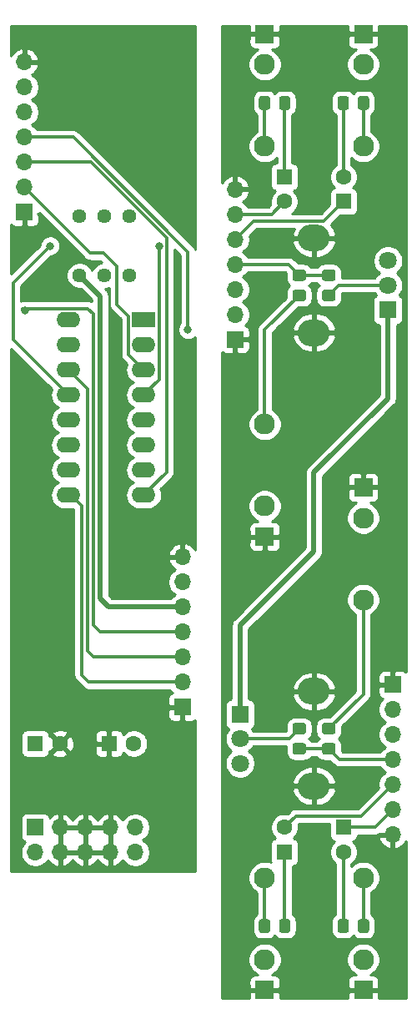
<source format=gbr>
%TF.GenerationSoftware,KiCad,Pcbnew,5.1.6*%
%TF.CreationDate,2020-07-14T13:58:31+04:00*%
%TF.ProjectId,FC_more_vcas,46435f6d-6f72-4655-9f76-6361732e6b69,rev?*%
%TF.SameCoordinates,Original*%
%TF.FileFunction,Copper,L2,Bot*%
%TF.FilePolarity,Positive*%
%FSLAX46Y46*%
G04 Gerber Fmt 4.6, Leading zero omitted, Abs format (unit mm)*
G04 Created by KiCad (PCBNEW 5.1.6) date 2020-07-14 13:58:31*
%MOMM*%
%LPD*%
G01*
G04 APERTURE LIST*
%TA.AperFunction,ComponentPad*%
%ADD10C,1.440000*%
%TD*%
%TA.AperFunction,ComponentPad*%
%ADD11C,1.600000*%
%TD*%
%TA.AperFunction,ComponentPad*%
%ADD12R,1.600000X1.600000*%
%TD*%
%TA.AperFunction,ComponentPad*%
%ADD13O,3.240000X2.720000*%
%TD*%
%TA.AperFunction,ComponentPad*%
%ADD14C,1.800000*%
%TD*%
%TA.AperFunction,ComponentPad*%
%ADD15R,1.800000X1.800000*%
%TD*%
%TA.AperFunction,ComponentPad*%
%ADD16C,2.130000*%
%TD*%
%TA.AperFunction,ComponentPad*%
%ADD17R,1.930000X1.830000*%
%TD*%
%TA.AperFunction,ComponentPad*%
%ADD18R,1.700000X1.700000*%
%TD*%
%TA.AperFunction,ComponentPad*%
%ADD19O,1.700000X1.700000*%
%TD*%
%TA.AperFunction,ComponentPad*%
%ADD20R,2.400000X1.600000*%
%TD*%
%TA.AperFunction,ComponentPad*%
%ADD21O,2.400000X1.600000*%
%TD*%
%TA.AperFunction,ViaPad*%
%ADD22C,0.800000*%
%TD*%
%TA.AperFunction,Conductor*%
%ADD23C,0.500000*%
%TD*%
%TA.AperFunction,Conductor*%
%ADD24C,0.300000*%
%TD*%
%TA.AperFunction,Conductor*%
%ADD25C,0.254000*%
%TD*%
G04 APERTURE END LIST*
D10*
%TO.P,BIAS1,1*%
%TO.N,+12V*%
X27700000Y-39000000D03*
%TO.P,BIAS1,2*%
%TO.N,Net-(BIAS1-Pad2)*%
X30240000Y-39000000D03*
%TO.P,BIAS1,3*%
%TO.N,-12V*%
X32780000Y-39000000D03*
%TD*%
%TO.P,BIAS2,3*%
%TO.N,-12V*%
X32780000Y-45000000D03*
%TO.P,BIAS2,2*%
%TO.N,Net-(BIAS2-Pad2)*%
X30240000Y-45000000D03*
%TO.P,BIAS2,1*%
%TO.N,+12V*%
X27700000Y-45000000D03*
%TD*%
D11*
%TO.P,C1,2*%
%TO.N,/IN_1_PNL*%
X48500000Y-37500000D03*
D12*
%TO.P,C1,1*%
%TO.N,Net-(C1-Pad1)*%
X48500000Y-35000000D03*
%TD*%
%TO.P,C2,1*%
%TO.N,/OUT_1_PNL*%
X54500000Y-37500000D03*
D11*
%TO.P,C2,2*%
%TO.N,Net-(C2-Pad2)*%
X54500000Y-35000000D03*
%TD*%
D12*
%TO.P,C3,1*%
%TO.N,/OUT_2_PNL*%
X54500000Y-101000000D03*
D11*
%TO.P,C3,2*%
%TO.N,Net-(C3-Pad2)*%
X54500000Y-103500000D03*
%TD*%
%TO.P,C4,2*%
%TO.N,/IN_2_PNL*%
X48500000Y-101000000D03*
D12*
%TO.P,C4,1*%
%TO.N,Net-(C4-Pad1)*%
X48500000Y-103500000D03*
%TD*%
%TO.P,C5,1*%
%TO.N,+12V*%
X23200000Y-92500000D03*
D11*
%TO.P,C5,2*%
%TO.N,GND*%
X25700000Y-92500000D03*
%TD*%
%TO.P,C6,2*%
%TO.N,-12V*%
X33200000Y-92500000D03*
D12*
%TO.P,C6,1*%
%TO.N,GND*%
X30700000Y-92500000D03*
%TD*%
D13*
%TO.P,INITIAL_CV1,*%
%TO.N,/GND_PNL*%
X51500000Y-50800000D03*
X51500000Y-41200000D03*
D14*
%TO.P,INITIAL_CV1,3*%
%TO.N,/POS_PNL*%
X59000000Y-43500000D03*
%TO.P,INITIAL_CV1,2*%
%TO.N,Net-(INITIAL_CV1-Pad2)*%
X59000000Y-46000000D03*
D15*
%TO.P,INITIAL_CV1,1*%
%TO.N,/NEG_PNL*%
X59000000Y-48500000D03*
%TD*%
%TO.P,INITIAL_CV2,1*%
%TO.N,/NEG_PNL*%
X44000000Y-89500000D03*
D14*
%TO.P,INITIAL_CV2,2*%
%TO.N,Net-(INITIAL_CV2-Pad2)*%
X44000000Y-92000000D03*
%TO.P,INITIAL_CV2,3*%
%TO.N,/POS_PNL*%
X44000000Y-94500000D03*
D13*
%TO.P,INITIAL_CV2,*%
%TO.N,/GND_PNL*%
X51500000Y-96800000D03*
X51500000Y-87200000D03*
%TD*%
D16*
%TO.P,INPUT_1,TN*%
%TO.N,Net-(INPUT_1-PadTN)*%
X46500000Y-23600000D03*
D17*
%TO.P,INPUT_1,S*%
%TO.N,/GND_PNL*%
X46500000Y-20500000D03*
D16*
%TO.P,INPUT_1,T*%
%TO.N,Net-(INPUT_1-PadT)*%
X46500000Y-31900000D03*
%TD*%
%TO.P,INPUT_2,T*%
%TO.N,Net-(INPUT_2-PadT)*%
X46500000Y-106100000D03*
D17*
%TO.P,INPUT_2,S*%
%TO.N,/GND_PNL*%
X46500000Y-117500000D03*
D16*
%TO.P,INPUT_2,TN*%
%TO.N,Net-(INPUT_2-PadTN)*%
X46500000Y-114400000D03*
%TD*%
D18*
%TO.P,J1,1*%
%TO.N,GND*%
X22100000Y-38600000D03*
D19*
%TO.P,J1,2*%
%TO.N,/IN_1*%
X22100000Y-36060000D03*
%TO.P,J1,3*%
%TO.N,/OUT_1*%
X22100000Y-33520000D03*
%TO.P,J1,4*%
%TO.N,/CV_1*%
X22100000Y-30980000D03*
%TO.P,J1,5*%
%TO.N,+12V*%
X22100000Y-28440000D03*
%TO.P,J1,6*%
%TO.N,-12V*%
X22100000Y-25900000D03*
%TO.P,J1,7*%
%TO.N,GND*%
X22100000Y-23360000D03*
%TD*%
%TO.P,J2,7*%
%TO.N,GND*%
X38150000Y-73560000D03*
%TO.P,J2,6*%
%TO.N,-12V*%
X38150000Y-76100000D03*
%TO.P,J2,5*%
%TO.N,+12V*%
X38150000Y-78640000D03*
%TO.P,J2,4*%
%TO.N,/CV_2*%
X38150000Y-81180000D03*
%TO.P,J2,3*%
%TO.N,/IN_2*%
X38150000Y-83720000D03*
%TO.P,J2,2*%
%TO.N,/OUT_2*%
X38150000Y-86260000D03*
D18*
%TO.P,J2,1*%
%TO.N,GND*%
X38150000Y-88800000D03*
%TD*%
%TO.P,J3,1*%
%TO.N,/GND_PNL*%
X43500000Y-51500000D03*
D19*
%TO.P,J3,2*%
%TO.N,/NEG_PNL*%
X43500000Y-48960000D03*
%TO.P,J3,3*%
%TO.N,/POS_PNL*%
X43500000Y-46420000D03*
%TO.P,J3,4*%
%TO.N,/CV1_PNL*%
X43500000Y-43880000D03*
%TO.P,J3,5*%
%TO.N,/OUT_1_PNL*%
X43500000Y-41340000D03*
%TO.P,J3,6*%
%TO.N,/IN_1_PNL*%
X43500000Y-38800000D03*
%TO.P,J3,7*%
%TO.N,/GND_PNL*%
X43500000Y-36260000D03*
%TD*%
D18*
%TO.P,J4,1*%
%TO.N,/GND_PNL*%
X59500000Y-86500000D03*
D19*
%TO.P,J4,2*%
%TO.N,/NEG_PNL*%
X59500000Y-89040000D03*
%TO.P,J4,3*%
%TO.N,/POS_PNL*%
X59500000Y-91580000D03*
%TO.P,J4,4*%
%TO.N,/CV2_PNL*%
X59500000Y-94120000D03*
%TO.P,J4,5*%
%TO.N,/IN_2_PNL*%
X59500000Y-96660000D03*
%TO.P,J4,6*%
%TO.N,/OUT_2_PNL*%
X59500000Y-99200000D03*
%TO.P,J4,7*%
%TO.N,/GND_PNL*%
X59500000Y-101740000D03*
%TD*%
D18*
%TO.P,J5,1*%
%TO.N,+12V*%
X23200000Y-101000000D03*
D19*
%TO.P,J5,2*%
X23200000Y-103540000D03*
%TO.P,J5,3*%
%TO.N,GND*%
X25740000Y-101000000D03*
%TO.P,J5,4*%
X25740000Y-103540000D03*
%TO.P,J5,5*%
X28280000Y-101000000D03*
%TO.P,J5,6*%
X28280000Y-103540000D03*
%TO.P,J5,7*%
X30820000Y-101000000D03*
%TO.P,J5,8*%
X30820000Y-103540000D03*
%TO.P,J5,9*%
%TO.N,-12V*%
X33360000Y-101000000D03*
%TO.P,J5,10*%
X33360000Y-103540000D03*
%TD*%
D16*
%TO.P,IN_CV_1,TN*%
%TO.N,Net-(IN_CV_1-PadTN)*%
X46500000Y-68400000D03*
D17*
%TO.P,IN_CV_1,S*%
%TO.N,/GND_PNL*%
X46500000Y-71500000D03*
D16*
%TO.P,IN_CV_1,T*%
%TO.N,Net-(IN_CV_1-PadT)*%
X46500000Y-60100000D03*
%TD*%
%TO.P,IN_CV_2,T*%
%TO.N,Net-(IN_CV_2-PadT)*%
X56500000Y-77900000D03*
D17*
%TO.P,IN_CV_2,S*%
%TO.N,/GND_PNL*%
X56500000Y-66500000D03*
D16*
%TO.P,IN_CV_2,TN*%
%TO.N,Net-(IN_CV_2-PadTN)*%
X56500000Y-69600000D03*
%TD*%
%TO.P,OUTPUT_1,TN*%
%TO.N,Net-(OUTPUT_1-PadTN)*%
X56500000Y-23600000D03*
D17*
%TO.P,OUTPUT_1,S*%
%TO.N,/GND_PNL*%
X56500000Y-20500000D03*
D16*
%TO.P,OUTPUT_1,T*%
%TO.N,Net-(OUTPUT_1-PadT)*%
X56500000Y-31900000D03*
%TD*%
%TO.P,OUTPUT_2,T*%
%TO.N,Net-(OUTPUT_2-PadT)*%
X56500000Y-106100000D03*
D17*
%TO.P,OUTPUT_2,S*%
%TO.N,/GND_PNL*%
X56500000Y-117500000D03*
D16*
%TO.P,OUTPUT_2,TN*%
%TO.N,Net-(OUTPUT_2-PadTN)*%
X56500000Y-114400000D03*
%TD*%
%TO.P,R3,2*%
%TO.N,Net-(C1-Pad1)*%
%TA.AperFunction,SMDPad,CuDef*%
G36*
G01*
X47950000Y-27950001D02*
X47950000Y-27049999D01*
G75*
G02*
X48199999Y-26800000I249999J0D01*
G01*
X48850001Y-26800000D01*
G75*
G02*
X49100000Y-27049999I0J-249999D01*
G01*
X49100000Y-27950001D01*
G75*
G02*
X48850001Y-28200000I-249999J0D01*
G01*
X48199999Y-28200000D01*
G75*
G02*
X47950000Y-27950001I0J249999D01*
G01*
G37*
%TD.AperFunction*%
%TO.P,R3,1*%
%TO.N,Net-(INPUT_1-PadT)*%
%TA.AperFunction,SMDPad,CuDef*%
G36*
G01*
X45900000Y-27950001D02*
X45900000Y-27049999D01*
G75*
G02*
X46149999Y-26800000I249999J0D01*
G01*
X46800001Y-26800000D01*
G75*
G02*
X47050000Y-27049999I0J-249999D01*
G01*
X47050000Y-27950001D01*
G75*
G02*
X46800001Y-28200000I-249999J0D01*
G01*
X46149999Y-28200000D01*
G75*
G02*
X45900000Y-27950001I0J249999D01*
G01*
G37*
%TD.AperFunction*%
%TD*%
%TO.P,R4,2*%
%TO.N,Net-(C2-Pad2)*%
%TA.AperFunction,SMDPad,CuDef*%
G36*
G01*
X55050000Y-27049999D02*
X55050000Y-27950001D01*
G75*
G02*
X54800001Y-28200000I-249999J0D01*
G01*
X54149999Y-28200000D01*
G75*
G02*
X53900000Y-27950001I0J249999D01*
G01*
X53900000Y-27049999D01*
G75*
G02*
X54149999Y-26800000I249999J0D01*
G01*
X54800001Y-26800000D01*
G75*
G02*
X55050000Y-27049999I0J-249999D01*
G01*
G37*
%TD.AperFunction*%
%TO.P,R4,1*%
%TO.N,Net-(OUTPUT_1-PadT)*%
%TA.AperFunction,SMDPad,CuDef*%
G36*
G01*
X57100000Y-27049999D02*
X57100000Y-27950001D01*
G75*
G02*
X56850001Y-28200000I-249999J0D01*
G01*
X56199999Y-28200000D01*
G75*
G02*
X55950000Y-27950001I0J249999D01*
G01*
X55950000Y-27049999D01*
G75*
G02*
X56199999Y-26800000I249999J0D01*
G01*
X56850001Y-26800000D01*
G75*
G02*
X57100000Y-27049999I0J-249999D01*
G01*
G37*
%TD.AperFunction*%
%TD*%
%TO.P,R13,1*%
%TO.N,Net-(OUTPUT_2-PadT)*%
%TA.AperFunction,SMDPad,CuDef*%
G36*
G01*
X57100000Y-110549999D02*
X57100000Y-111450001D01*
G75*
G02*
X56850001Y-111700000I-249999J0D01*
G01*
X56199999Y-111700000D01*
G75*
G02*
X55950000Y-111450001I0J249999D01*
G01*
X55950000Y-110549999D01*
G75*
G02*
X56199999Y-110300000I249999J0D01*
G01*
X56850001Y-110300000D01*
G75*
G02*
X57100000Y-110549999I0J-249999D01*
G01*
G37*
%TD.AperFunction*%
%TO.P,R13,2*%
%TO.N,Net-(C3-Pad2)*%
%TA.AperFunction,SMDPad,CuDef*%
G36*
G01*
X55050000Y-110549999D02*
X55050000Y-111450001D01*
G75*
G02*
X54800001Y-111700000I-249999J0D01*
G01*
X54149999Y-111700000D01*
G75*
G02*
X53900000Y-111450001I0J249999D01*
G01*
X53900000Y-110549999D01*
G75*
G02*
X54149999Y-110300000I249999J0D01*
G01*
X54800001Y-110300000D01*
G75*
G02*
X55050000Y-110549999I0J-249999D01*
G01*
G37*
%TD.AperFunction*%
%TD*%
%TO.P,R14,1*%
%TO.N,Net-(INPUT_2-PadT)*%
%TA.AperFunction,SMDPad,CuDef*%
G36*
G01*
X45900000Y-111450001D02*
X45900000Y-110549999D01*
G75*
G02*
X46149999Y-110300000I249999J0D01*
G01*
X46800001Y-110300000D01*
G75*
G02*
X47050000Y-110549999I0J-249999D01*
G01*
X47050000Y-111450001D01*
G75*
G02*
X46800001Y-111700000I-249999J0D01*
G01*
X46149999Y-111700000D01*
G75*
G02*
X45900000Y-111450001I0J249999D01*
G01*
G37*
%TD.AperFunction*%
%TO.P,R14,2*%
%TO.N,Net-(C4-Pad1)*%
%TA.AperFunction,SMDPad,CuDef*%
G36*
G01*
X47950000Y-111450001D02*
X47950000Y-110549999D01*
G75*
G02*
X48199999Y-110300000I249999J0D01*
G01*
X48850001Y-110300000D01*
G75*
G02*
X49100000Y-110549999I0J-249999D01*
G01*
X49100000Y-111450001D01*
G75*
G02*
X48850001Y-111700000I-249999J0D01*
G01*
X48199999Y-111700000D01*
G75*
G02*
X47950000Y-111450001I0J249999D01*
G01*
G37*
%TD.AperFunction*%
%TD*%
%TO.P,R15,1*%
%TO.N,/CV1_PNL*%
%TA.AperFunction,SMDPad,CuDef*%
G36*
G01*
X49549999Y-44400000D02*
X50450001Y-44400000D01*
G75*
G02*
X50700000Y-44649999I0J-249999D01*
G01*
X50700000Y-45300001D01*
G75*
G02*
X50450001Y-45550000I-249999J0D01*
G01*
X49549999Y-45550000D01*
G75*
G02*
X49300000Y-45300001I0J249999D01*
G01*
X49300000Y-44649999D01*
G75*
G02*
X49549999Y-44400000I249999J0D01*
G01*
G37*
%TD.AperFunction*%
%TO.P,R15,2*%
%TO.N,Net-(IN_CV_1-PadT)*%
%TA.AperFunction,SMDPad,CuDef*%
G36*
G01*
X49549999Y-46450000D02*
X50450001Y-46450000D01*
G75*
G02*
X50700000Y-46699999I0J-249999D01*
G01*
X50700000Y-47350001D01*
G75*
G02*
X50450001Y-47600000I-249999J0D01*
G01*
X49549999Y-47600000D01*
G75*
G02*
X49300000Y-47350001I0J249999D01*
G01*
X49300000Y-46699999D01*
G75*
G02*
X49549999Y-46450000I249999J0D01*
G01*
G37*
%TD.AperFunction*%
%TD*%
%TO.P,R16,1*%
%TO.N,/CV1_PNL*%
%TA.AperFunction,SMDPad,CuDef*%
G36*
G01*
X52549999Y-44400000D02*
X53450001Y-44400000D01*
G75*
G02*
X53700000Y-44649999I0J-249999D01*
G01*
X53700000Y-45300001D01*
G75*
G02*
X53450001Y-45550000I-249999J0D01*
G01*
X52549999Y-45550000D01*
G75*
G02*
X52300000Y-45300001I0J249999D01*
G01*
X52300000Y-44649999D01*
G75*
G02*
X52549999Y-44400000I249999J0D01*
G01*
G37*
%TD.AperFunction*%
%TO.P,R16,2*%
%TO.N,Net-(INITIAL_CV1-Pad2)*%
%TA.AperFunction,SMDPad,CuDef*%
G36*
G01*
X52549999Y-46450000D02*
X53450001Y-46450000D01*
G75*
G02*
X53700000Y-46699999I0J-249999D01*
G01*
X53700000Y-47350001D01*
G75*
G02*
X53450001Y-47600000I-249999J0D01*
G01*
X52549999Y-47600000D01*
G75*
G02*
X52300000Y-47350001I0J249999D01*
G01*
X52300000Y-46699999D01*
G75*
G02*
X52549999Y-46450000I249999J0D01*
G01*
G37*
%TD.AperFunction*%
%TD*%
%TO.P,R17,2*%
%TO.N,Net-(IN_CV_2-PadT)*%
%TA.AperFunction,SMDPad,CuDef*%
G36*
G01*
X53450001Y-91550000D02*
X52549999Y-91550000D01*
G75*
G02*
X52300000Y-91300001I0J249999D01*
G01*
X52300000Y-90649999D01*
G75*
G02*
X52549999Y-90400000I249999J0D01*
G01*
X53450001Y-90400000D01*
G75*
G02*
X53700000Y-90649999I0J-249999D01*
G01*
X53700000Y-91300001D01*
G75*
G02*
X53450001Y-91550000I-249999J0D01*
G01*
G37*
%TD.AperFunction*%
%TO.P,R17,1*%
%TO.N,/CV2_PNL*%
%TA.AperFunction,SMDPad,CuDef*%
G36*
G01*
X53450001Y-93600000D02*
X52549999Y-93600000D01*
G75*
G02*
X52300000Y-93350001I0J249999D01*
G01*
X52300000Y-92699999D01*
G75*
G02*
X52549999Y-92450000I249999J0D01*
G01*
X53450001Y-92450000D01*
G75*
G02*
X53700000Y-92699999I0J-249999D01*
G01*
X53700000Y-93350001D01*
G75*
G02*
X53450001Y-93600000I-249999J0D01*
G01*
G37*
%TD.AperFunction*%
%TD*%
%TO.P,R18,2*%
%TO.N,Net-(INITIAL_CV2-Pad2)*%
%TA.AperFunction,SMDPad,CuDef*%
G36*
G01*
X50450001Y-91550000D02*
X49549999Y-91550000D01*
G75*
G02*
X49300000Y-91300001I0J249999D01*
G01*
X49300000Y-90649999D01*
G75*
G02*
X49549999Y-90400000I249999J0D01*
G01*
X50450001Y-90400000D01*
G75*
G02*
X50700000Y-90649999I0J-249999D01*
G01*
X50700000Y-91300001D01*
G75*
G02*
X50450001Y-91550000I-249999J0D01*
G01*
G37*
%TD.AperFunction*%
%TO.P,R18,1*%
%TO.N,/CV2_PNL*%
%TA.AperFunction,SMDPad,CuDef*%
G36*
G01*
X50450001Y-93600000D02*
X49549999Y-93600000D01*
G75*
G02*
X49300000Y-93350001I0J249999D01*
G01*
X49300000Y-92699999D01*
G75*
G02*
X49549999Y-92450000I249999J0D01*
G01*
X50450001Y-92450000D01*
G75*
G02*
X50700000Y-92699999I0J-249999D01*
G01*
X50700000Y-93350001D01*
G75*
G02*
X50450001Y-93600000I-249999J0D01*
G01*
G37*
%TD.AperFunction*%
%TD*%
D20*
%TO.P,U1,1*%
%TO.N,Net-(Q1-Pad3)*%
X34200000Y-49500000D03*
D21*
%TO.P,U1,9*%
%TO.N,/OUT_2*%
X26580000Y-67280000D03*
%TO.P,U1,2*%
%TO.N,Net-(U1-Pad2)*%
X34200000Y-52040000D03*
%TO.P,U1,10*%
%TO.N,Net-(R11-Pad2)*%
X26580000Y-64740000D03*
%TO.P,U1,3*%
%TO.N,/IN_1*%
X34200000Y-54580000D03*
%TO.P,U1,11*%
%TO.N,+12V*%
X26580000Y-62200000D03*
%TO.P,U1,4*%
%TO.N,Net-(R1-Pad1)*%
X34200000Y-57120000D03*
%TO.P,U1,12*%
%TO.N,Net-(R11-Pad2)*%
X26580000Y-59660000D03*
%TO.P,U1,5*%
%TO.N,Net-(R12-Pad2)*%
X34200000Y-59660000D03*
%TO.P,U1,13*%
%TO.N,Net-(R2-Pad1)*%
X26580000Y-57120000D03*
%TO.P,U1,6*%
%TO.N,-12V*%
X34200000Y-62200000D03*
%TO.P,U1,14*%
%TO.N,/IN_2*%
X26580000Y-54580000D03*
%TO.P,U1,7*%
%TO.N,Net-(R12-Pad2)*%
X34200000Y-64740000D03*
%TO.P,U1,15*%
%TO.N,Net-(U1-Pad15)*%
X26580000Y-52040000D03*
%TO.P,U1,8*%
%TO.N,/OUT_1*%
X34200000Y-67280000D03*
%TO.P,U1,16*%
%TO.N,Net-(Q2-Pad3)*%
X26580000Y-49500000D03*
%TD*%
D22*
%TO.N,GND*%
X37700000Y-45000000D03*
X24700000Y-45000000D03*
X31100000Y-62300000D03*
%TO.N,/CV_1*%
X38700000Y-50500000D03*
%TO.N,/CV_2*%
X22200000Y-48550000D03*
%TO.N,Net-(R1-Pad1)*%
X35775000Y-42000000D03*
%TO.N,Net-(R2-Pad1)*%
X24725000Y-42000000D03*
%TD*%
D23*
%TO.N,+12V*%
X29800010Y-47100010D02*
X27700000Y-45000000D01*
X29800010Y-77800010D02*
X29800010Y-47100010D01*
X30640000Y-78640000D02*
X29800010Y-77800010D01*
X38150000Y-78640000D02*
X30640000Y-78640000D01*
D24*
%TO.N,Net-(C1-Pad1)*%
X48500000Y-27525000D02*
X48525000Y-27500000D01*
X48500000Y-35000000D02*
X48500000Y-27525000D01*
%TO.N,Net-(C2-Pad2)*%
X54500000Y-27525000D02*
X54475000Y-27500000D01*
X54500000Y-35000000D02*
X54500000Y-27525000D01*
%TO.N,Net-(C3-Pad2)*%
X54475000Y-103525000D02*
X54500000Y-103500000D01*
X54475000Y-111000000D02*
X54475000Y-103525000D01*
%TO.N,Net-(C4-Pad1)*%
X48525000Y-103525000D02*
X48500000Y-103500000D01*
X48525000Y-111000000D02*
X48525000Y-103525000D01*
%TO.N,Net-(INITIAL_CV1-Pad2)*%
X54025000Y-46000000D02*
X53000000Y-47025000D01*
X59000000Y-46000000D02*
X54025000Y-46000000D01*
D23*
%TO.N,/NEG_PNL*%
X59000000Y-48500000D02*
X59000000Y-57500000D01*
X59000000Y-57500000D02*
X51500000Y-65000000D01*
X51500000Y-65000000D02*
X51500000Y-73000000D01*
X44000000Y-80500000D02*
X51500000Y-73000000D01*
X44000000Y-89500000D02*
X44000000Y-80500000D01*
D24*
%TO.N,Net-(INITIAL_CV2-Pad2)*%
X50025000Y-91000000D02*
X50000000Y-90975000D01*
X48975000Y-92000000D02*
X50000000Y-90975000D01*
X44000000Y-92000000D02*
X48975000Y-92000000D01*
%TO.N,/IN_1_PNL*%
X47200000Y-38800000D02*
X48500000Y-37500000D01*
X43500000Y-38800000D02*
X47200000Y-38800000D01*
%TO.N,/IN_2_PNL*%
X56310001Y-99849999D02*
X59500000Y-96660000D01*
X49650001Y-99849999D02*
X56310001Y-99849999D01*
X48500000Y-101000000D02*
X49650001Y-99849999D01*
%TO.N,/OUT_1*%
X36525001Y-64954999D02*
X34200000Y-67280000D01*
X36525001Y-41161399D02*
X36525001Y-64954999D01*
X28883602Y-33520000D02*
X36525001Y-41161399D01*
X22100000Y-33520000D02*
X28883602Y-33520000D01*
%TO.N,/CV_1*%
X38700000Y-42629278D02*
X38700000Y-50500000D01*
X27050722Y-30980000D02*
X38700000Y-42629278D01*
X22100000Y-30980000D02*
X27050722Y-30980000D01*
%TO.N,/IN_1*%
X32649999Y-53029999D02*
X34200000Y-54580000D01*
X32649999Y-49101457D02*
X32649999Y-53029999D01*
X22100000Y-36060000D02*
X28770001Y-42730001D01*
X28770001Y-42730001D02*
X30130001Y-42730001D01*
X30130001Y-42730001D02*
X31500000Y-44100000D01*
X31500000Y-47951458D02*
X32649999Y-49101457D01*
X31500000Y-44100000D02*
X31500000Y-47951458D01*
%TO.N,/IN_2*%
X26580000Y-54580000D02*
X28500000Y-56500000D01*
X28500000Y-56500000D02*
X28500000Y-83100000D01*
X29120000Y-83720000D02*
X38150000Y-83720000D01*
X28500000Y-83100000D02*
X29120000Y-83720000D01*
%TO.N,/CV_2*%
X29100000Y-80500000D02*
X29100000Y-48900000D01*
X28549990Y-48349990D02*
X21900010Y-48349990D01*
X29780000Y-81180000D02*
X29100000Y-80500000D01*
X29100000Y-48900000D02*
X28549990Y-48349990D01*
X38150000Y-81180000D02*
X29780000Y-81180000D01*
%TO.N,/OUT_2*%
X26580000Y-67280000D02*
X26780000Y-67280000D01*
X26780000Y-67280000D02*
X27900000Y-68400000D01*
X27900000Y-85520000D02*
X28640000Y-86260000D01*
X27900000Y-68400000D02*
X27900000Y-85520000D01*
X28640000Y-86260000D02*
X38150000Y-86260000D01*
%TO.N,/OUT_1_PNL*%
X45350010Y-39489990D02*
X52510010Y-39489990D01*
X52510010Y-39489990D02*
X54500000Y-37500000D01*
X43500000Y-41340000D02*
X45350010Y-39489990D01*
%TO.N,/OUT_2_PNL*%
X57700000Y-101000000D02*
X59500000Y-99200000D01*
X54500000Y-101000000D02*
X57700000Y-101000000D01*
%TO.N,Net-(R1-Pad1)*%
X35775000Y-55545000D02*
X34200000Y-57120000D01*
X35775000Y-42000000D02*
X35775000Y-55545000D01*
%TO.N,Net-(R2-Pad1)*%
X26580000Y-57120000D02*
X20949999Y-51489999D01*
X24725000Y-42000000D02*
X20949999Y-45775001D01*
X20949999Y-45775001D02*
X20949999Y-51489999D01*
%TO.N,/CV1_PNL*%
X48905000Y-43880000D02*
X50000000Y-44975000D01*
X43500000Y-43880000D02*
X48905000Y-43880000D01*
X50000000Y-44975000D02*
X53000000Y-44975000D01*
%TO.N,/CV2_PNL*%
X54095000Y-94120000D02*
X53000000Y-93025000D01*
X59500000Y-94120000D02*
X54095000Y-94120000D01*
X53000000Y-93025000D02*
X50000000Y-93025000D01*
%TO.N,Net-(INPUT_1-PadT)*%
X46500000Y-27525000D02*
X46475000Y-27500000D01*
X46500000Y-31900000D02*
X46500000Y-27525000D01*
%TO.N,Net-(INPUT_2-PadT)*%
X46500000Y-110975000D02*
X46475000Y-111000000D01*
X46500000Y-106100000D02*
X46500000Y-110975000D01*
%TO.N,Net-(OUTPUT_1-PadT)*%
X56500000Y-27525000D02*
X56525000Y-27500000D01*
X56500000Y-31900000D02*
X56500000Y-27525000D01*
%TO.N,Net-(OUTPUT_2-PadT)*%
X56525000Y-106125000D02*
X56500000Y-106100000D01*
X56525000Y-111000000D02*
X56525000Y-106125000D01*
%TO.N,Net-(IN_CV_1-PadT)*%
X46500000Y-50525000D02*
X50000000Y-47025000D01*
X46500000Y-60100000D02*
X46500000Y-50525000D01*
%TO.N,Net-(IN_CV_2-PadT)*%
X56500000Y-87475000D02*
X53000000Y-90975000D01*
X56500000Y-77900000D02*
X56500000Y-87475000D01*
%TD*%
D25*
%TO.N,/GND_PNL*%
G36*
X48661928Y-44747085D02*
G01*
X48661928Y-45300001D01*
X48678992Y-45473255D01*
X48729528Y-45639851D01*
X48811595Y-45793387D01*
X48922038Y-45927962D01*
X49009816Y-46000000D01*
X48922038Y-46072038D01*
X48811595Y-46206613D01*
X48729528Y-46360149D01*
X48678992Y-46526745D01*
X48661928Y-46699999D01*
X48661928Y-47252914D01*
X45972185Y-49942658D01*
X45942237Y-49967236D01*
X45917659Y-49997184D01*
X45917655Y-49997188D01*
X45895497Y-50024188D01*
X45844139Y-50086767D01*
X45826663Y-50119463D01*
X45771246Y-50223141D01*
X45726359Y-50371114D01*
X45711203Y-50525000D01*
X45715001Y-50563563D01*
X45715000Y-58585090D01*
X45694748Y-58593479D01*
X45416313Y-58779523D01*
X45179523Y-59016313D01*
X44993479Y-59294748D01*
X44865330Y-59604128D01*
X44800000Y-59932565D01*
X44800000Y-60267435D01*
X44865330Y-60595872D01*
X44993479Y-60905252D01*
X45179523Y-61183687D01*
X45416313Y-61420477D01*
X45694748Y-61606521D01*
X46004128Y-61734670D01*
X46332565Y-61800000D01*
X46667435Y-61800000D01*
X46995872Y-61734670D01*
X47305252Y-61606521D01*
X47583687Y-61420477D01*
X47820477Y-61183687D01*
X48006521Y-60905252D01*
X48134670Y-60595872D01*
X48200000Y-60267435D01*
X48200000Y-59932565D01*
X48134670Y-59604128D01*
X48006521Y-59294748D01*
X47820477Y-59016313D01*
X47583687Y-58779523D01*
X47305252Y-58593479D01*
X47285000Y-58585090D01*
X47285000Y-51236890D01*
X49293425Y-51236890D01*
X49348260Y-51446122D01*
X49510661Y-51802767D01*
X49739520Y-52120876D01*
X50026041Y-52388225D01*
X50359214Y-52594539D01*
X50726235Y-52731890D01*
X51113000Y-52795000D01*
X51373000Y-52795000D01*
X51373000Y-50927000D01*
X51627000Y-50927000D01*
X51627000Y-52795000D01*
X51887000Y-52795000D01*
X52273765Y-52731890D01*
X52640786Y-52594539D01*
X52973959Y-52388225D01*
X53260480Y-52120876D01*
X53489339Y-51802767D01*
X53651740Y-51446122D01*
X53706575Y-51236890D01*
X53591853Y-50927000D01*
X51627000Y-50927000D01*
X51373000Y-50927000D01*
X49408147Y-50927000D01*
X49293425Y-51236890D01*
X47285000Y-51236890D01*
X47285000Y-50850157D01*
X47772047Y-50363110D01*
X49293425Y-50363110D01*
X49408147Y-50673000D01*
X51373000Y-50673000D01*
X51373000Y-48805000D01*
X51627000Y-48805000D01*
X51627000Y-50673000D01*
X53591853Y-50673000D01*
X53706575Y-50363110D01*
X53651740Y-50153878D01*
X53489339Y-49797233D01*
X53260480Y-49479124D01*
X52973959Y-49211775D01*
X52640786Y-49005461D01*
X52273765Y-48868110D01*
X51887000Y-48805000D01*
X51627000Y-48805000D01*
X51373000Y-48805000D01*
X51113000Y-48805000D01*
X50726235Y-48868110D01*
X50359214Y-49005461D01*
X50026041Y-49211775D01*
X49739520Y-49479124D01*
X49510661Y-49797233D01*
X49348260Y-50153878D01*
X49293425Y-50363110D01*
X47772047Y-50363110D01*
X49897086Y-48238072D01*
X50450001Y-48238072D01*
X50623255Y-48221008D01*
X50789851Y-48170472D01*
X50943387Y-48088405D01*
X51077962Y-47977962D01*
X51188405Y-47843387D01*
X51270472Y-47689851D01*
X51321008Y-47523255D01*
X51338072Y-47350001D01*
X51338072Y-46699999D01*
X51321008Y-46526745D01*
X51270472Y-46360149D01*
X51188405Y-46206613D01*
X51077962Y-46072038D01*
X50990184Y-46000000D01*
X51077962Y-45927962D01*
X51188405Y-45793387D01*
X51206251Y-45760000D01*
X51793749Y-45760000D01*
X51811595Y-45793387D01*
X51922038Y-45927962D01*
X52009816Y-46000000D01*
X51922038Y-46072038D01*
X51811595Y-46206613D01*
X51729528Y-46360149D01*
X51678992Y-46526745D01*
X51661928Y-46699999D01*
X51661928Y-47350001D01*
X51678992Y-47523255D01*
X51729528Y-47689851D01*
X51811595Y-47843387D01*
X51922038Y-47977962D01*
X52056613Y-48088405D01*
X52210149Y-48170472D01*
X52376745Y-48221008D01*
X52549999Y-48238072D01*
X53450001Y-48238072D01*
X53623255Y-48221008D01*
X53789851Y-48170472D01*
X53943387Y-48088405D01*
X54077962Y-47977962D01*
X54188405Y-47843387D01*
X54270472Y-47689851D01*
X54321008Y-47523255D01*
X54338072Y-47350001D01*
X54338072Y-46797086D01*
X54350158Y-46785000D01*
X57678392Y-46785000D01*
X57807688Y-46978505D01*
X57845303Y-47016120D01*
X57745506Y-47069463D01*
X57648815Y-47148815D01*
X57569463Y-47245506D01*
X57510498Y-47355820D01*
X57474188Y-47475518D01*
X57461928Y-47600000D01*
X57461928Y-49400000D01*
X57474188Y-49524482D01*
X57510498Y-49644180D01*
X57569463Y-49754494D01*
X57648815Y-49851185D01*
X57745506Y-49930537D01*
X57855820Y-49989502D01*
X57975518Y-50025812D01*
X58100000Y-50038072D01*
X58115000Y-50038072D01*
X58115001Y-57133420D01*
X50904956Y-64343466D01*
X50871183Y-64371183D01*
X50760589Y-64505942D01*
X50678411Y-64659688D01*
X50627805Y-64826511D01*
X50615000Y-64956524D01*
X50615000Y-64956531D01*
X50610719Y-65000000D01*
X50615000Y-65043469D01*
X50615001Y-72633420D01*
X43404952Y-79843470D01*
X43371184Y-79871183D01*
X43343471Y-79904951D01*
X43343468Y-79904954D01*
X43260590Y-80005941D01*
X43178412Y-80159687D01*
X43127805Y-80326510D01*
X43110719Y-80500000D01*
X43115001Y-80543479D01*
X43115000Y-87961928D01*
X43100000Y-87961928D01*
X42975518Y-87974188D01*
X42855820Y-88010498D01*
X42745506Y-88069463D01*
X42648815Y-88148815D01*
X42569463Y-88245506D01*
X42510498Y-88355820D01*
X42474188Y-88475518D01*
X42461928Y-88600000D01*
X42461928Y-90400000D01*
X42474188Y-90524482D01*
X42510498Y-90644180D01*
X42569463Y-90754494D01*
X42648815Y-90851185D01*
X42745506Y-90930537D01*
X42845303Y-90983880D01*
X42807688Y-91021495D01*
X42639701Y-91272905D01*
X42523989Y-91552257D01*
X42465000Y-91848816D01*
X42465000Y-92151184D01*
X42523989Y-92447743D01*
X42639701Y-92727095D01*
X42807688Y-92978505D01*
X43021495Y-93192312D01*
X43107831Y-93250000D01*
X43021495Y-93307688D01*
X42807688Y-93521495D01*
X42639701Y-93772905D01*
X42523989Y-94052257D01*
X42465000Y-94348816D01*
X42465000Y-94651184D01*
X42523989Y-94947743D01*
X42639701Y-95227095D01*
X42807688Y-95478505D01*
X43021495Y-95692312D01*
X43272905Y-95860299D01*
X43552257Y-95976011D01*
X43848816Y-96035000D01*
X44151184Y-96035000D01*
X44447743Y-95976011D01*
X44727095Y-95860299D01*
X44978505Y-95692312D01*
X45192312Y-95478505D01*
X45360299Y-95227095D01*
X45476011Y-94947743D01*
X45535000Y-94651184D01*
X45535000Y-94348816D01*
X45476011Y-94052257D01*
X45360299Y-93772905D01*
X45192312Y-93521495D01*
X44978505Y-93307688D01*
X44892169Y-93250000D01*
X44978505Y-93192312D01*
X45192312Y-92978505D01*
X45321608Y-92785000D01*
X48661928Y-92785000D01*
X48661928Y-93350001D01*
X48678992Y-93523255D01*
X48729528Y-93689851D01*
X48811595Y-93843387D01*
X48922038Y-93977962D01*
X49056613Y-94088405D01*
X49210149Y-94170472D01*
X49376745Y-94221008D01*
X49549999Y-94238072D01*
X50450001Y-94238072D01*
X50623255Y-94221008D01*
X50789851Y-94170472D01*
X50943387Y-94088405D01*
X51077962Y-93977962D01*
X51188405Y-93843387D01*
X51206251Y-93810000D01*
X51793749Y-93810000D01*
X51811595Y-93843387D01*
X51922038Y-93977962D01*
X52056613Y-94088405D01*
X52210149Y-94170472D01*
X52376745Y-94221008D01*
X52549999Y-94238072D01*
X53102915Y-94238072D01*
X53512653Y-94647810D01*
X53537236Y-94677764D01*
X53656767Y-94775862D01*
X53793140Y-94848754D01*
X53941113Y-94893642D01*
X54016026Y-94901020D01*
X54056439Y-94905000D01*
X54056444Y-94905000D01*
X54095000Y-94908797D01*
X54133556Y-94905000D01*
X58238526Y-94905000D01*
X58346525Y-95066632D01*
X58553368Y-95273475D01*
X58727760Y-95390000D01*
X58553368Y-95506525D01*
X58346525Y-95713368D01*
X58184010Y-95956589D01*
X58072068Y-96226842D01*
X58015000Y-96513740D01*
X58015000Y-96806260D01*
X58052925Y-96996918D01*
X55984844Y-99064999D01*
X49688553Y-99064999D01*
X49650000Y-99061202D01*
X49611447Y-99064999D01*
X49611440Y-99064999D01*
X49496114Y-99076358D01*
X49348141Y-99121245D01*
X49211768Y-99194137D01*
X49151560Y-99243549D01*
X49122188Y-99267654D01*
X49122185Y-99267657D01*
X49092237Y-99292235D01*
X49067659Y-99322184D01*
X48794396Y-99595446D01*
X48641335Y-99565000D01*
X48358665Y-99565000D01*
X48081426Y-99620147D01*
X47820273Y-99728320D01*
X47585241Y-99885363D01*
X47385363Y-100085241D01*
X47228320Y-100320273D01*
X47120147Y-100581426D01*
X47065000Y-100858665D01*
X47065000Y-101141335D01*
X47120147Y-101418574D01*
X47228320Y-101679727D01*
X47385363Y-101914759D01*
X47551943Y-102081339D01*
X47455820Y-102110498D01*
X47345506Y-102169463D01*
X47248815Y-102248815D01*
X47169463Y-102345506D01*
X47110498Y-102455820D01*
X47074188Y-102575518D01*
X47061928Y-102700000D01*
X47061928Y-104300000D01*
X47074188Y-104424482D01*
X47099614Y-104508301D01*
X46995872Y-104465330D01*
X46667435Y-104400000D01*
X46332565Y-104400000D01*
X46004128Y-104465330D01*
X45694748Y-104593479D01*
X45416313Y-104779523D01*
X45179523Y-105016313D01*
X44993479Y-105294748D01*
X44865330Y-105604128D01*
X44800000Y-105932565D01*
X44800000Y-106267435D01*
X44865330Y-106595872D01*
X44993479Y-106905252D01*
X45179523Y-107183687D01*
X45416313Y-107420477D01*
X45694748Y-107606521D01*
X45715000Y-107614910D01*
X45715001Y-109780386D01*
X45656613Y-109811595D01*
X45522038Y-109922038D01*
X45411595Y-110056613D01*
X45329528Y-110210149D01*
X45278992Y-110376745D01*
X45261928Y-110549999D01*
X45261928Y-111450001D01*
X45278992Y-111623255D01*
X45329528Y-111789851D01*
X45411595Y-111943387D01*
X45522038Y-112077962D01*
X45656613Y-112188405D01*
X45810149Y-112270472D01*
X45976745Y-112321008D01*
X46149999Y-112338072D01*
X46800001Y-112338072D01*
X46973255Y-112321008D01*
X47139851Y-112270472D01*
X47293387Y-112188405D01*
X47427962Y-112077962D01*
X47500000Y-111990184D01*
X47572038Y-112077962D01*
X47706613Y-112188405D01*
X47860149Y-112270472D01*
X48026745Y-112321008D01*
X48199999Y-112338072D01*
X48850001Y-112338072D01*
X49023255Y-112321008D01*
X49189851Y-112270472D01*
X49343387Y-112188405D01*
X49477962Y-112077962D01*
X49588405Y-111943387D01*
X49670472Y-111789851D01*
X49721008Y-111623255D01*
X49738072Y-111450001D01*
X49738072Y-110549999D01*
X49721008Y-110376745D01*
X49670472Y-110210149D01*
X49588405Y-110056613D01*
X49477962Y-109922038D01*
X49343387Y-109811595D01*
X49310000Y-109793749D01*
X49310000Y-104937087D01*
X49424482Y-104925812D01*
X49544180Y-104889502D01*
X49654494Y-104830537D01*
X49751185Y-104751185D01*
X49830537Y-104654494D01*
X49889502Y-104544180D01*
X49925812Y-104424482D01*
X49938072Y-104300000D01*
X49938072Y-102700000D01*
X49925812Y-102575518D01*
X49889502Y-102455820D01*
X49830537Y-102345506D01*
X49751185Y-102248815D01*
X49654494Y-102169463D01*
X49544180Y-102110498D01*
X49448057Y-102081339D01*
X49614637Y-101914759D01*
X49771680Y-101679727D01*
X49879853Y-101418574D01*
X49935000Y-101141335D01*
X49935000Y-100858665D01*
X49904554Y-100705604D01*
X49975159Y-100634999D01*
X53061928Y-100634999D01*
X53061928Y-101800000D01*
X53074188Y-101924482D01*
X53110498Y-102044180D01*
X53169463Y-102154494D01*
X53248815Y-102251185D01*
X53345506Y-102330537D01*
X53455820Y-102389502D01*
X53551943Y-102418661D01*
X53385363Y-102585241D01*
X53228320Y-102820273D01*
X53120147Y-103081426D01*
X53065000Y-103358665D01*
X53065000Y-103641335D01*
X53120147Y-103918574D01*
X53228320Y-104179727D01*
X53385363Y-104414759D01*
X53585241Y-104614637D01*
X53690001Y-104684635D01*
X53690000Y-109793749D01*
X53656613Y-109811595D01*
X53522038Y-109922038D01*
X53411595Y-110056613D01*
X53329528Y-110210149D01*
X53278992Y-110376745D01*
X53261928Y-110549999D01*
X53261928Y-111450001D01*
X53278992Y-111623255D01*
X53329528Y-111789851D01*
X53411595Y-111943387D01*
X53522038Y-112077962D01*
X53656613Y-112188405D01*
X53810149Y-112270472D01*
X53976745Y-112321008D01*
X54149999Y-112338072D01*
X54800001Y-112338072D01*
X54973255Y-112321008D01*
X55139851Y-112270472D01*
X55293387Y-112188405D01*
X55427962Y-112077962D01*
X55500000Y-111990184D01*
X55572038Y-112077962D01*
X55706613Y-112188405D01*
X55860149Y-112270472D01*
X56026745Y-112321008D01*
X56199999Y-112338072D01*
X56850001Y-112338072D01*
X57023255Y-112321008D01*
X57189851Y-112270472D01*
X57343387Y-112188405D01*
X57477962Y-112077962D01*
X57588405Y-111943387D01*
X57670472Y-111789851D01*
X57721008Y-111623255D01*
X57738072Y-111450001D01*
X57738072Y-110549999D01*
X57721008Y-110376745D01*
X57670472Y-110210149D01*
X57588405Y-110056613D01*
X57477962Y-109922038D01*
X57343387Y-109811595D01*
X57310000Y-109793749D01*
X57310000Y-107603348D01*
X57583687Y-107420477D01*
X57820477Y-107183687D01*
X58006521Y-106905252D01*
X58134670Y-106595872D01*
X58200000Y-106267435D01*
X58200000Y-105932565D01*
X58134670Y-105604128D01*
X58006521Y-105294748D01*
X57820477Y-105016313D01*
X57583687Y-104779523D01*
X57305252Y-104593479D01*
X56995872Y-104465330D01*
X56667435Y-104400000D01*
X56332565Y-104400000D01*
X56004128Y-104465330D01*
X55694748Y-104593479D01*
X55416313Y-104779523D01*
X55260000Y-104935836D01*
X55260000Y-104718043D01*
X55414759Y-104614637D01*
X55614637Y-104414759D01*
X55771680Y-104179727D01*
X55879853Y-103918574D01*
X55935000Y-103641335D01*
X55935000Y-103358665D01*
X55879853Y-103081426D01*
X55771680Y-102820273D01*
X55614637Y-102585241D01*
X55448057Y-102418661D01*
X55544180Y-102389502D01*
X55654494Y-102330537D01*
X55751185Y-102251185D01*
X55830537Y-102154494D01*
X55861327Y-102096890D01*
X58058524Y-102096890D01*
X58103175Y-102244099D01*
X58228359Y-102506920D01*
X58402412Y-102740269D01*
X58618645Y-102935178D01*
X58868748Y-103084157D01*
X59143109Y-103181481D01*
X59373000Y-103060814D01*
X59373000Y-101867000D01*
X58179845Y-101867000D01*
X58058524Y-102096890D01*
X55861327Y-102096890D01*
X55889502Y-102044180D01*
X55925812Y-101924482D01*
X55938072Y-101800000D01*
X55938072Y-101785000D01*
X57661447Y-101785000D01*
X57700000Y-101788797D01*
X57738553Y-101785000D01*
X57738561Y-101785000D01*
X57853887Y-101773641D01*
X58001860Y-101728754D01*
X58138233Y-101655862D01*
X58190460Y-101613000D01*
X59373000Y-101613000D01*
X59373000Y-101593000D01*
X59627000Y-101593000D01*
X59627000Y-101613000D01*
X59647000Y-101613000D01*
X59647000Y-101867000D01*
X59627000Y-101867000D01*
X59627000Y-103060814D01*
X59856891Y-103181481D01*
X60131252Y-103084157D01*
X60381355Y-102935178D01*
X60597588Y-102740269D01*
X60771641Y-102506920D01*
X60840000Y-102363401D01*
X60840000Y-118340000D01*
X58102706Y-118340000D01*
X58100000Y-117785750D01*
X57941250Y-117627000D01*
X56627000Y-117627000D01*
X56627000Y-117647000D01*
X56373000Y-117647000D01*
X56373000Y-117627000D01*
X55058750Y-117627000D01*
X54900000Y-117785750D01*
X54897294Y-118340000D01*
X48102706Y-118340000D01*
X48100000Y-117785750D01*
X47941250Y-117627000D01*
X46627000Y-117627000D01*
X46627000Y-117647000D01*
X46373000Y-117647000D01*
X46373000Y-117627000D01*
X45058750Y-117627000D01*
X44900000Y-117785750D01*
X44897294Y-118340000D01*
X42160000Y-118340000D01*
X42160000Y-114232565D01*
X44800000Y-114232565D01*
X44800000Y-114567435D01*
X44865330Y-114895872D01*
X44993479Y-115205252D01*
X45179523Y-115483687D01*
X45416313Y-115720477D01*
X45694748Y-115906521D01*
X45795140Y-115948105D01*
X45535000Y-115946928D01*
X45410518Y-115959188D01*
X45290820Y-115995498D01*
X45180506Y-116054463D01*
X45083815Y-116133815D01*
X45004463Y-116230506D01*
X44945498Y-116340820D01*
X44909188Y-116460518D01*
X44896928Y-116585000D01*
X44900000Y-117214250D01*
X45058750Y-117373000D01*
X46373000Y-117373000D01*
X46373000Y-117353000D01*
X46627000Y-117353000D01*
X46627000Y-117373000D01*
X47941250Y-117373000D01*
X48100000Y-117214250D01*
X48103072Y-116585000D01*
X48090812Y-116460518D01*
X48054502Y-116340820D01*
X47995537Y-116230506D01*
X47916185Y-116133815D01*
X47819494Y-116054463D01*
X47709180Y-115995498D01*
X47589482Y-115959188D01*
X47465000Y-115946928D01*
X47204860Y-115948105D01*
X47305252Y-115906521D01*
X47583687Y-115720477D01*
X47820477Y-115483687D01*
X48006521Y-115205252D01*
X48134670Y-114895872D01*
X48200000Y-114567435D01*
X48200000Y-114232565D01*
X54800000Y-114232565D01*
X54800000Y-114567435D01*
X54865330Y-114895872D01*
X54993479Y-115205252D01*
X55179523Y-115483687D01*
X55416313Y-115720477D01*
X55694748Y-115906521D01*
X55795140Y-115948105D01*
X55535000Y-115946928D01*
X55410518Y-115959188D01*
X55290820Y-115995498D01*
X55180506Y-116054463D01*
X55083815Y-116133815D01*
X55004463Y-116230506D01*
X54945498Y-116340820D01*
X54909188Y-116460518D01*
X54896928Y-116585000D01*
X54900000Y-117214250D01*
X55058750Y-117373000D01*
X56373000Y-117373000D01*
X56373000Y-117353000D01*
X56627000Y-117353000D01*
X56627000Y-117373000D01*
X57941250Y-117373000D01*
X58100000Y-117214250D01*
X58103072Y-116585000D01*
X58090812Y-116460518D01*
X58054502Y-116340820D01*
X57995537Y-116230506D01*
X57916185Y-116133815D01*
X57819494Y-116054463D01*
X57709180Y-115995498D01*
X57589482Y-115959188D01*
X57465000Y-115946928D01*
X57204860Y-115948105D01*
X57305252Y-115906521D01*
X57583687Y-115720477D01*
X57820477Y-115483687D01*
X58006521Y-115205252D01*
X58134670Y-114895872D01*
X58200000Y-114567435D01*
X58200000Y-114232565D01*
X58134670Y-113904128D01*
X58006521Y-113594748D01*
X57820477Y-113316313D01*
X57583687Y-113079523D01*
X57305252Y-112893479D01*
X56995872Y-112765330D01*
X56667435Y-112700000D01*
X56332565Y-112700000D01*
X56004128Y-112765330D01*
X55694748Y-112893479D01*
X55416313Y-113079523D01*
X55179523Y-113316313D01*
X54993479Y-113594748D01*
X54865330Y-113904128D01*
X54800000Y-114232565D01*
X48200000Y-114232565D01*
X48134670Y-113904128D01*
X48006521Y-113594748D01*
X47820477Y-113316313D01*
X47583687Y-113079523D01*
X47305252Y-112893479D01*
X46995872Y-112765330D01*
X46667435Y-112700000D01*
X46332565Y-112700000D01*
X46004128Y-112765330D01*
X45694748Y-112893479D01*
X45416313Y-113079523D01*
X45179523Y-113316313D01*
X44993479Y-113594748D01*
X44865330Y-113904128D01*
X44800000Y-114232565D01*
X42160000Y-114232565D01*
X42160000Y-97236890D01*
X49293425Y-97236890D01*
X49348260Y-97446122D01*
X49510661Y-97802767D01*
X49739520Y-98120876D01*
X50026041Y-98388225D01*
X50359214Y-98594539D01*
X50726235Y-98731890D01*
X51113000Y-98795000D01*
X51373000Y-98795000D01*
X51373000Y-96927000D01*
X51627000Y-96927000D01*
X51627000Y-98795000D01*
X51887000Y-98795000D01*
X52273765Y-98731890D01*
X52640786Y-98594539D01*
X52973959Y-98388225D01*
X53260480Y-98120876D01*
X53489339Y-97802767D01*
X53651740Y-97446122D01*
X53706575Y-97236890D01*
X53591853Y-96927000D01*
X51627000Y-96927000D01*
X51373000Y-96927000D01*
X49408147Y-96927000D01*
X49293425Y-97236890D01*
X42160000Y-97236890D01*
X42160000Y-96363110D01*
X49293425Y-96363110D01*
X49408147Y-96673000D01*
X51373000Y-96673000D01*
X51373000Y-94805000D01*
X51627000Y-94805000D01*
X51627000Y-96673000D01*
X53591853Y-96673000D01*
X53706575Y-96363110D01*
X53651740Y-96153878D01*
X53489339Y-95797233D01*
X53260480Y-95479124D01*
X52973959Y-95211775D01*
X52640786Y-95005461D01*
X52273765Y-94868110D01*
X51887000Y-94805000D01*
X51627000Y-94805000D01*
X51373000Y-94805000D01*
X51113000Y-94805000D01*
X50726235Y-94868110D01*
X50359214Y-95005461D01*
X50026041Y-95211775D01*
X49739520Y-95479124D01*
X49510661Y-95797233D01*
X49348260Y-96153878D01*
X49293425Y-96363110D01*
X42160000Y-96363110D01*
X42159999Y-72415000D01*
X44896928Y-72415000D01*
X44909188Y-72539482D01*
X44945498Y-72659180D01*
X45004463Y-72769494D01*
X45083815Y-72866185D01*
X45180506Y-72945537D01*
X45290820Y-73004502D01*
X45410518Y-73040812D01*
X45535000Y-73053072D01*
X46214250Y-73050000D01*
X46373000Y-72891250D01*
X46373000Y-71627000D01*
X46627000Y-71627000D01*
X46627000Y-72891250D01*
X46785750Y-73050000D01*
X47465000Y-73053072D01*
X47589482Y-73040812D01*
X47709180Y-73004502D01*
X47819494Y-72945537D01*
X47916185Y-72866185D01*
X47995537Y-72769494D01*
X48054502Y-72659180D01*
X48090812Y-72539482D01*
X48103072Y-72415000D01*
X48100000Y-71785750D01*
X47941250Y-71627000D01*
X46627000Y-71627000D01*
X46373000Y-71627000D01*
X45058750Y-71627000D01*
X44900000Y-71785750D01*
X44896928Y-72415000D01*
X42159999Y-72415000D01*
X42159998Y-69467581D01*
X42156781Y-69434918D01*
X42156781Y-69425818D01*
X42155817Y-69416653D01*
X42140588Y-69280890D01*
X42128163Y-69222438D01*
X42127000Y-69216564D01*
X42127000Y-68232565D01*
X44800000Y-68232565D01*
X44800000Y-68567435D01*
X44865330Y-68895872D01*
X44993479Y-69205252D01*
X45179523Y-69483687D01*
X45416313Y-69720477D01*
X45694748Y-69906521D01*
X45795140Y-69948105D01*
X45535000Y-69946928D01*
X45410518Y-69959188D01*
X45290820Y-69995498D01*
X45180506Y-70054463D01*
X45083815Y-70133815D01*
X45004463Y-70230506D01*
X44945498Y-70340820D01*
X44909188Y-70460518D01*
X44896928Y-70585000D01*
X44900000Y-71214250D01*
X45058750Y-71373000D01*
X46373000Y-71373000D01*
X46373000Y-71353000D01*
X46627000Y-71353000D01*
X46627000Y-71373000D01*
X47941250Y-71373000D01*
X48100000Y-71214250D01*
X48103072Y-70585000D01*
X48090812Y-70460518D01*
X48054502Y-70340820D01*
X47995537Y-70230506D01*
X47916185Y-70133815D01*
X47819494Y-70054463D01*
X47709180Y-69995498D01*
X47589482Y-69959188D01*
X47465000Y-69946928D01*
X47204860Y-69948105D01*
X47305252Y-69906521D01*
X47583687Y-69720477D01*
X47820477Y-69483687D01*
X48006521Y-69205252D01*
X48134670Y-68895872D01*
X48200000Y-68567435D01*
X48200000Y-68232565D01*
X48134670Y-67904128D01*
X48006521Y-67594748D01*
X47820477Y-67316313D01*
X47583687Y-67079523D01*
X47305252Y-66893479D01*
X46995872Y-66765330D01*
X46667435Y-66700000D01*
X46332565Y-66700000D01*
X46004128Y-66765330D01*
X45694748Y-66893479D01*
X45416313Y-67079523D01*
X45179523Y-67316313D01*
X44993479Y-67594748D01*
X44865330Y-67904128D01*
X44800000Y-68232565D01*
X42127000Y-68232565D01*
X42127000Y-59283795D01*
X42130114Y-59268068D01*
X42142556Y-59209532D01*
X42143519Y-59200367D01*
X42156850Y-59064403D01*
X42156850Y-59064402D01*
X42160000Y-59032419D01*
X42160000Y-52753889D01*
X42198815Y-52801185D01*
X42295506Y-52880537D01*
X42405820Y-52939502D01*
X42525518Y-52975812D01*
X42650000Y-52988072D01*
X43214250Y-52985000D01*
X43373000Y-52826250D01*
X43373000Y-51627000D01*
X43627000Y-51627000D01*
X43627000Y-52826250D01*
X43785750Y-52985000D01*
X44350000Y-52988072D01*
X44474482Y-52975812D01*
X44594180Y-52939502D01*
X44704494Y-52880537D01*
X44801185Y-52801185D01*
X44880537Y-52704494D01*
X44939502Y-52594180D01*
X44975812Y-52474482D01*
X44988072Y-52350000D01*
X44985000Y-51785750D01*
X44826250Y-51627000D01*
X43627000Y-51627000D01*
X43373000Y-51627000D01*
X43353000Y-51627000D01*
X43353000Y-51373000D01*
X43373000Y-51373000D01*
X43373000Y-51353000D01*
X43627000Y-51353000D01*
X43627000Y-51373000D01*
X44826250Y-51373000D01*
X44985000Y-51214250D01*
X44988072Y-50650000D01*
X44975812Y-50525518D01*
X44939502Y-50405820D01*
X44880537Y-50295506D01*
X44801185Y-50198815D01*
X44704494Y-50119463D01*
X44594180Y-50060498D01*
X44521620Y-50038487D01*
X44653475Y-49906632D01*
X44815990Y-49663411D01*
X44927932Y-49393158D01*
X44985000Y-49106260D01*
X44985000Y-48813740D01*
X44927932Y-48526842D01*
X44815990Y-48256589D01*
X44653475Y-48013368D01*
X44446632Y-47806525D01*
X44272240Y-47690000D01*
X44446632Y-47573475D01*
X44653475Y-47366632D01*
X44815990Y-47123411D01*
X44927932Y-46853158D01*
X44985000Y-46566260D01*
X44985000Y-46273740D01*
X44927932Y-45986842D01*
X44815990Y-45716589D01*
X44653475Y-45473368D01*
X44446632Y-45266525D01*
X44272240Y-45150000D01*
X44446632Y-45033475D01*
X44653475Y-44826632D01*
X44761474Y-44665000D01*
X48579843Y-44665000D01*
X48661928Y-44747085D01*
G37*
X48661928Y-44747085D02*
X48661928Y-45300001D01*
X48678992Y-45473255D01*
X48729528Y-45639851D01*
X48811595Y-45793387D01*
X48922038Y-45927962D01*
X49009816Y-46000000D01*
X48922038Y-46072038D01*
X48811595Y-46206613D01*
X48729528Y-46360149D01*
X48678992Y-46526745D01*
X48661928Y-46699999D01*
X48661928Y-47252914D01*
X45972185Y-49942658D01*
X45942237Y-49967236D01*
X45917659Y-49997184D01*
X45917655Y-49997188D01*
X45895497Y-50024188D01*
X45844139Y-50086767D01*
X45826663Y-50119463D01*
X45771246Y-50223141D01*
X45726359Y-50371114D01*
X45711203Y-50525000D01*
X45715001Y-50563563D01*
X45715000Y-58585090D01*
X45694748Y-58593479D01*
X45416313Y-58779523D01*
X45179523Y-59016313D01*
X44993479Y-59294748D01*
X44865330Y-59604128D01*
X44800000Y-59932565D01*
X44800000Y-60267435D01*
X44865330Y-60595872D01*
X44993479Y-60905252D01*
X45179523Y-61183687D01*
X45416313Y-61420477D01*
X45694748Y-61606521D01*
X46004128Y-61734670D01*
X46332565Y-61800000D01*
X46667435Y-61800000D01*
X46995872Y-61734670D01*
X47305252Y-61606521D01*
X47583687Y-61420477D01*
X47820477Y-61183687D01*
X48006521Y-60905252D01*
X48134670Y-60595872D01*
X48200000Y-60267435D01*
X48200000Y-59932565D01*
X48134670Y-59604128D01*
X48006521Y-59294748D01*
X47820477Y-59016313D01*
X47583687Y-58779523D01*
X47305252Y-58593479D01*
X47285000Y-58585090D01*
X47285000Y-51236890D01*
X49293425Y-51236890D01*
X49348260Y-51446122D01*
X49510661Y-51802767D01*
X49739520Y-52120876D01*
X50026041Y-52388225D01*
X50359214Y-52594539D01*
X50726235Y-52731890D01*
X51113000Y-52795000D01*
X51373000Y-52795000D01*
X51373000Y-50927000D01*
X51627000Y-50927000D01*
X51627000Y-52795000D01*
X51887000Y-52795000D01*
X52273765Y-52731890D01*
X52640786Y-52594539D01*
X52973959Y-52388225D01*
X53260480Y-52120876D01*
X53489339Y-51802767D01*
X53651740Y-51446122D01*
X53706575Y-51236890D01*
X53591853Y-50927000D01*
X51627000Y-50927000D01*
X51373000Y-50927000D01*
X49408147Y-50927000D01*
X49293425Y-51236890D01*
X47285000Y-51236890D01*
X47285000Y-50850157D01*
X47772047Y-50363110D01*
X49293425Y-50363110D01*
X49408147Y-50673000D01*
X51373000Y-50673000D01*
X51373000Y-48805000D01*
X51627000Y-48805000D01*
X51627000Y-50673000D01*
X53591853Y-50673000D01*
X53706575Y-50363110D01*
X53651740Y-50153878D01*
X53489339Y-49797233D01*
X53260480Y-49479124D01*
X52973959Y-49211775D01*
X52640786Y-49005461D01*
X52273765Y-48868110D01*
X51887000Y-48805000D01*
X51627000Y-48805000D01*
X51373000Y-48805000D01*
X51113000Y-48805000D01*
X50726235Y-48868110D01*
X50359214Y-49005461D01*
X50026041Y-49211775D01*
X49739520Y-49479124D01*
X49510661Y-49797233D01*
X49348260Y-50153878D01*
X49293425Y-50363110D01*
X47772047Y-50363110D01*
X49897086Y-48238072D01*
X50450001Y-48238072D01*
X50623255Y-48221008D01*
X50789851Y-48170472D01*
X50943387Y-48088405D01*
X51077962Y-47977962D01*
X51188405Y-47843387D01*
X51270472Y-47689851D01*
X51321008Y-47523255D01*
X51338072Y-47350001D01*
X51338072Y-46699999D01*
X51321008Y-46526745D01*
X51270472Y-46360149D01*
X51188405Y-46206613D01*
X51077962Y-46072038D01*
X50990184Y-46000000D01*
X51077962Y-45927962D01*
X51188405Y-45793387D01*
X51206251Y-45760000D01*
X51793749Y-45760000D01*
X51811595Y-45793387D01*
X51922038Y-45927962D01*
X52009816Y-46000000D01*
X51922038Y-46072038D01*
X51811595Y-46206613D01*
X51729528Y-46360149D01*
X51678992Y-46526745D01*
X51661928Y-46699999D01*
X51661928Y-47350001D01*
X51678992Y-47523255D01*
X51729528Y-47689851D01*
X51811595Y-47843387D01*
X51922038Y-47977962D01*
X52056613Y-48088405D01*
X52210149Y-48170472D01*
X52376745Y-48221008D01*
X52549999Y-48238072D01*
X53450001Y-48238072D01*
X53623255Y-48221008D01*
X53789851Y-48170472D01*
X53943387Y-48088405D01*
X54077962Y-47977962D01*
X54188405Y-47843387D01*
X54270472Y-47689851D01*
X54321008Y-47523255D01*
X54338072Y-47350001D01*
X54338072Y-46797086D01*
X54350158Y-46785000D01*
X57678392Y-46785000D01*
X57807688Y-46978505D01*
X57845303Y-47016120D01*
X57745506Y-47069463D01*
X57648815Y-47148815D01*
X57569463Y-47245506D01*
X57510498Y-47355820D01*
X57474188Y-47475518D01*
X57461928Y-47600000D01*
X57461928Y-49400000D01*
X57474188Y-49524482D01*
X57510498Y-49644180D01*
X57569463Y-49754494D01*
X57648815Y-49851185D01*
X57745506Y-49930537D01*
X57855820Y-49989502D01*
X57975518Y-50025812D01*
X58100000Y-50038072D01*
X58115000Y-50038072D01*
X58115001Y-57133420D01*
X50904956Y-64343466D01*
X50871183Y-64371183D01*
X50760589Y-64505942D01*
X50678411Y-64659688D01*
X50627805Y-64826511D01*
X50615000Y-64956524D01*
X50615000Y-64956531D01*
X50610719Y-65000000D01*
X50615000Y-65043469D01*
X50615001Y-72633420D01*
X43404952Y-79843470D01*
X43371184Y-79871183D01*
X43343471Y-79904951D01*
X43343468Y-79904954D01*
X43260590Y-80005941D01*
X43178412Y-80159687D01*
X43127805Y-80326510D01*
X43110719Y-80500000D01*
X43115001Y-80543479D01*
X43115000Y-87961928D01*
X43100000Y-87961928D01*
X42975518Y-87974188D01*
X42855820Y-88010498D01*
X42745506Y-88069463D01*
X42648815Y-88148815D01*
X42569463Y-88245506D01*
X42510498Y-88355820D01*
X42474188Y-88475518D01*
X42461928Y-88600000D01*
X42461928Y-90400000D01*
X42474188Y-90524482D01*
X42510498Y-90644180D01*
X42569463Y-90754494D01*
X42648815Y-90851185D01*
X42745506Y-90930537D01*
X42845303Y-90983880D01*
X42807688Y-91021495D01*
X42639701Y-91272905D01*
X42523989Y-91552257D01*
X42465000Y-91848816D01*
X42465000Y-92151184D01*
X42523989Y-92447743D01*
X42639701Y-92727095D01*
X42807688Y-92978505D01*
X43021495Y-93192312D01*
X43107831Y-93250000D01*
X43021495Y-93307688D01*
X42807688Y-93521495D01*
X42639701Y-93772905D01*
X42523989Y-94052257D01*
X42465000Y-94348816D01*
X42465000Y-94651184D01*
X42523989Y-94947743D01*
X42639701Y-95227095D01*
X42807688Y-95478505D01*
X43021495Y-95692312D01*
X43272905Y-95860299D01*
X43552257Y-95976011D01*
X43848816Y-96035000D01*
X44151184Y-96035000D01*
X44447743Y-95976011D01*
X44727095Y-95860299D01*
X44978505Y-95692312D01*
X45192312Y-95478505D01*
X45360299Y-95227095D01*
X45476011Y-94947743D01*
X45535000Y-94651184D01*
X45535000Y-94348816D01*
X45476011Y-94052257D01*
X45360299Y-93772905D01*
X45192312Y-93521495D01*
X44978505Y-93307688D01*
X44892169Y-93250000D01*
X44978505Y-93192312D01*
X45192312Y-92978505D01*
X45321608Y-92785000D01*
X48661928Y-92785000D01*
X48661928Y-93350001D01*
X48678992Y-93523255D01*
X48729528Y-93689851D01*
X48811595Y-93843387D01*
X48922038Y-93977962D01*
X49056613Y-94088405D01*
X49210149Y-94170472D01*
X49376745Y-94221008D01*
X49549999Y-94238072D01*
X50450001Y-94238072D01*
X50623255Y-94221008D01*
X50789851Y-94170472D01*
X50943387Y-94088405D01*
X51077962Y-93977962D01*
X51188405Y-93843387D01*
X51206251Y-93810000D01*
X51793749Y-93810000D01*
X51811595Y-93843387D01*
X51922038Y-93977962D01*
X52056613Y-94088405D01*
X52210149Y-94170472D01*
X52376745Y-94221008D01*
X52549999Y-94238072D01*
X53102915Y-94238072D01*
X53512653Y-94647810D01*
X53537236Y-94677764D01*
X53656767Y-94775862D01*
X53793140Y-94848754D01*
X53941113Y-94893642D01*
X54016026Y-94901020D01*
X54056439Y-94905000D01*
X54056444Y-94905000D01*
X54095000Y-94908797D01*
X54133556Y-94905000D01*
X58238526Y-94905000D01*
X58346525Y-95066632D01*
X58553368Y-95273475D01*
X58727760Y-95390000D01*
X58553368Y-95506525D01*
X58346525Y-95713368D01*
X58184010Y-95956589D01*
X58072068Y-96226842D01*
X58015000Y-96513740D01*
X58015000Y-96806260D01*
X58052925Y-96996918D01*
X55984844Y-99064999D01*
X49688553Y-99064999D01*
X49650000Y-99061202D01*
X49611447Y-99064999D01*
X49611440Y-99064999D01*
X49496114Y-99076358D01*
X49348141Y-99121245D01*
X49211768Y-99194137D01*
X49151560Y-99243549D01*
X49122188Y-99267654D01*
X49122185Y-99267657D01*
X49092237Y-99292235D01*
X49067659Y-99322184D01*
X48794396Y-99595446D01*
X48641335Y-99565000D01*
X48358665Y-99565000D01*
X48081426Y-99620147D01*
X47820273Y-99728320D01*
X47585241Y-99885363D01*
X47385363Y-100085241D01*
X47228320Y-100320273D01*
X47120147Y-100581426D01*
X47065000Y-100858665D01*
X47065000Y-101141335D01*
X47120147Y-101418574D01*
X47228320Y-101679727D01*
X47385363Y-101914759D01*
X47551943Y-102081339D01*
X47455820Y-102110498D01*
X47345506Y-102169463D01*
X47248815Y-102248815D01*
X47169463Y-102345506D01*
X47110498Y-102455820D01*
X47074188Y-102575518D01*
X47061928Y-102700000D01*
X47061928Y-104300000D01*
X47074188Y-104424482D01*
X47099614Y-104508301D01*
X46995872Y-104465330D01*
X46667435Y-104400000D01*
X46332565Y-104400000D01*
X46004128Y-104465330D01*
X45694748Y-104593479D01*
X45416313Y-104779523D01*
X45179523Y-105016313D01*
X44993479Y-105294748D01*
X44865330Y-105604128D01*
X44800000Y-105932565D01*
X44800000Y-106267435D01*
X44865330Y-106595872D01*
X44993479Y-106905252D01*
X45179523Y-107183687D01*
X45416313Y-107420477D01*
X45694748Y-107606521D01*
X45715000Y-107614910D01*
X45715001Y-109780386D01*
X45656613Y-109811595D01*
X45522038Y-109922038D01*
X45411595Y-110056613D01*
X45329528Y-110210149D01*
X45278992Y-110376745D01*
X45261928Y-110549999D01*
X45261928Y-111450001D01*
X45278992Y-111623255D01*
X45329528Y-111789851D01*
X45411595Y-111943387D01*
X45522038Y-112077962D01*
X45656613Y-112188405D01*
X45810149Y-112270472D01*
X45976745Y-112321008D01*
X46149999Y-112338072D01*
X46800001Y-112338072D01*
X46973255Y-112321008D01*
X47139851Y-112270472D01*
X47293387Y-112188405D01*
X47427962Y-112077962D01*
X47500000Y-111990184D01*
X47572038Y-112077962D01*
X47706613Y-112188405D01*
X47860149Y-112270472D01*
X48026745Y-112321008D01*
X48199999Y-112338072D01*
X48850001Y-112338072D01*
X49023255Y-112321008D01*
X49189851Y-112270472D01*
X49343387Y-112188405D01*
X49477962Y-112077962D01*
X49588405Y-111943387D01*
X49670472Y-111789851D01*
X49721008Y-111623255D01*
X49738072Y-111450001D01*
X49738072Y-110549999D01*
X49721008Y-110376745D01*
X49670472Y-110210149D01*
X49588405Y-110056613D01*
X49477962Y-109922038D01*
X49343387Y-109811595D01*
X49310000Y-109793749D01*
X49310000Y-104937087D01*
X49424482Y-104925812D01*
X49544180Y-104889502D01*
X49654494Y-104830537D01*
X49751185Y-104751185D01*
X49830537Y-104654494D01*
X49889502Y-104544180D01*
X49925812Y-104424482D01*
X49938072Y-104300000D01*
X49938072Y-102700000D01*
X49925812Y-102575518D01*
X49889502Y-102455820D01*
X49830537Y-102345506D01*
X49751185Y-102248815D01*
X49654494Y-102169463D01*
X49544180Y-102110498D01*
X49448057Y-102081339D01*
X49614637Y-101914759D01*
X49771680Y-101679727D01*
X49879853Y-101418574D01*
X49935000Y-101141335D01*
X49935000Y-100858665D01*
X49904554Y-100705604D01*
X49975159Y-100634999D01*
X53061928Y-100634999D01*
X53061928Y-101800000D01*
X53074188Y-101924482D01*
X53110498Y-102044180D01*
X53169463Y-102154494D01*
X53248815Y-102251185D01*
X53345506Y-102330537D01*
X53455820Y-102389502D01*
X53551943Y-102418661D01*
X53385363Y-102585241D01*
X53228320Y-102820273D01*
X53120147Y-103081426D01*
X53065000Y-103358665D01*
X53065000Y-103641335D01*
X53120147Y-103918574D01*
X53228320Y-104179727D01*
X53385363Y-104414759D01*
X53585241Y-104614637D01*
X53690001Y-104684635D01*
X53690000Y-109793749D01*
X53656613Y-109811595D01*
X53522038Y-109922038D01*
X53411595Y-110056613D01*
X53329528Y-110210149D01*
X53278992Y-110376745D01*
X53261928Y-110549999D01*
X53261928Y-111450001D01*
X53278992Y-111623255D01*
X53329528Y-111789851D01*
X53411595Y-111943387D01*
X53522038Y-112077962D01*
X53656613Y-112188405D01*
X53810149Y-112270472D01*
X53976745Y-112321008D01*
X54149999Y-112338072D01*
X54800001Y-112338072D01*
X54973255Y-112321008D01*
X55139851Y-112270472D01*
X55293387Y-112188405D01*
X55427962Y-112077962D01*
X55500000Y-111990184D01*
X55572038Y-112077962D01*
X55706613Y-112188405D01*
X55860149Y-112270472D01*
X56026745Y-112321008D01*
X56199999Y-112338072D01*
X56850001Y-112338072D01*
X57023255Y-112321008D01*
X57189851Y-112270472D01*
X57343387Y-112188405D01*
X57477962Y-112077962D01*
X57588405Y-111943387D01*
X57670472Y-111789851D01*
X57721008Y-111623255D01*
X57738072Y-111450001D01*
X57738072Y-110549999D01*
X57721008Y-110376745D01*
X57670472Y-110210149D01*
X57588405Y-110056613D01*
X57477962Y-109922038D01*
X57343387Y-109811595D01*
X57310000Y-109793749D01*
X57310000Y-107603348D01*
X57583687Y-107420477D01*
X57820477Y-107183687D01*
X58006521Y-106905252D01*
X58134670Y-106595872D01*
X58200000Y-106267435D01*
X58200000Y-105932565D01*
X58134670Y-105604128D01*
X58006521Y-105294748D01*
X57820477Y-105016313D01*
X57583687Y-104779523D01*
X57305252Y-104593479D01*
X56995872Y-104465330D01*
X56667435Y-104400000D01*
X56332565Y-104400000D01*
X56004128Y-104465330D01*
X55694748Y-104593479D01*
X55416313Y-104779523D01*
X55260000Y-104935836D01*
X55260000Y-104718043D01*
X55414759Y-104614637D01*
X55614637Y-104414759D01*
X55771680Y-104179727D01*
X55879853Y-103918574D01*
X55935000Y-103641335D01*
X55935000Y-103358665D01*
X55879853Y-103081426D01*
X55771680Y-102820273D01*
X55614637Y-102585241D01*
X55448057Y-102418661D01*
X55544180Y-102389502D01*
X55654494Y-102330537D01*
X55751185Y-102251185D01*
X55830537Y-102154494D01*
X55861327Y-102096890D01*
X58058524Y-102096890D01*
X58103175Y-102244099D01*
X58228359Y-102506920D01*
X58402412Y-102740269D01*
X58618645Y-102935178D01*
X58868748Y-103084157D01*
X59143109Y-103181481D01*
X59373000Y-103060814D01*
X59373000Y-101867000D01*
X58179845Y-101867000D01*
X58058524Y-102096890D01*
X55861327Y-102096890D01*
X55889502Y-102044180D01*
X55925812Y-101924482D01*
X55938072Y-101800000D01*
X55938072Y-101785000D01*
X57661447Y-101785000D01*
X57700000Y-101788797D01*
X57738553Y-101785000D01*
X57738561Y-101785000D01*
X57853887Y-101773641D01*
X58001860Y-101728754D01*
X58138233Y-101655862D01*
X58190460Y-101613000D01*
X59373000Y-101613000D01*
X59373000Y-101593000D01*
X59627000Y-101593000D01*
X59627000Y-101613000D01*
X59647000Y-101613000D01*
X59647000Y-101867000D01*
X59627000Y-101867000D01*
X59627000Y-103060814D01*
X59856891Y-103181481D01*
X60131252Y-103084157D01*
X60381355Y-102935178D01*
X60597588Y-102740269D01*
X60771641Y-102506920D01*
X60840000Y-102363401D01*
X60840000Y-118340000D01*
X58102706Y-118340000D01*
X58100000Y-117785750D01*
X57941250Y-117627000D01*
X56627000Y-117627000D01*
X56627000Y-117647000D01*
X56373000Y-117647000D01*
X56373000Y-117627000D01*
X55058750Y-117627000D01*
X54900000Y-117785750D01*
X54897294Y-118340000D01*
X48102706Y-118340000D01*
X48100000Y-117785750D01*
X47941250Y-117627000D01*
X46627000Y-117627000D01*
X46627000Y-117647000D01*
X46373000Y-117647000D01*
X46373000Y-117627000D01*
X45058750Y-117627000D01*
X44900000Y-117785750D01*
X44897294Y-118340000D01*
X42160000Y-118340000D01*
X42160000Y-114232565D01*
X44800000Y-114232565D01*
X44800000Y-114567435D01*
X44865330Y-114895872D01*
X44993479Y-115205252D01*
X45179523Y-115483687D01*
X45416313Y-115720477D01*
X45694748Y-115906521D01*
X45795140Y-115948105D01*
X45535000Y-115946928D01*
X45410518Y-115959188D01*
X45290820Y-115995498D01*
X45180506Y-116054463D01*
X45083815Y-116133815D01*
X45004463Y-116230506D01*
X44945498Y-116340820D01*
X44909188Y-116460518D01*
X44896928Y-116585000D01*
X44900000Y-117214250D01*
X45058750Y-117373000D01*
X46373000Y-117373000D01*
X46373000Y-117353000D01*
X46627000Y-117353000D01*
X46627000Y-117373000D01*
X47941250Y-117373000D01*
X48100000Y-117214250D01*
X48103072Y-116585000D01*
X48090812Y-116460518D01*
X48054502Y-116340820D01*
X47995537Y-116230506D01*
X47916185Y-116133815D01*
X47819494Y-116054463D01*
X47709180Y-115995498D01*
X47589482Y-115959188D01*
X47465000Y-115946928D01*
X47204860Y-115948105D01*
X47305252Y-115906521D01*
X47583687Y-115720477D01*
X47820477Y-115483687D01*
X48006521Y-115205252D01*
X48134670Y-114895872D01*
X48200000Y-114567435D01*
X48200000Y-114232565D01*
X54800000Y-114232565D01*
X54800000Y-114567435D01*
X54865330Y-114895872D01*
X54993479Y-115205252D01*
X55179523Y-115483687D01*
X55416313Y-115720477D01*
X55694748Y-115906521D01*
X55795140Y-115948105D01*
X55535000Y-115946928D01*
X55410518Y-115959188D01*
X55290820Y-115995498D01*
X55180506Y-116054463D01*
X55083815Y-116133815D01*
X55004463Y-116230506D01*
X54945498Y-116340820D01*
X54909188Y-116460518D01*
X54896928Y-116585000D01*
X54900000Y-117214250D01*
X55058750Y-117373000D01*
X56373000Y-117373000D01*
X56373000Y-117353000D01*
X56627000Y-117353000D01*
X56627000Y-117373000D01*
X57941250Y-117373000D01*
X58100000Y-117214250D01*
X58103072Y-116585000D01*
X58090812Y-116460518D01*
X58054502Y-116340820D01*
X57995537Y-116230506D01*
X57916185Y-116133815D01*
X57819494Y-116054463D01*
X57709180Y-115995498D01*
X57589482Y-115959188D01*
X57465000Y-115946928D01*
X57204860Y-115948105D01*
X57305252Y-115906521D01*
X57583687Y-115720477D01*
X57820477Y-115483687D01*
X58006521Y-115205252D01*
X58134670Y-114895872D01*
X58200000Y-114567435D01*
X58200000Y-114232565D01*
X58134670Y-113904128D01*
X58006521Y-113594748D01*
X57820477Y-113316313D01*
X57583687Y-113079523D01*
X57305252Y-112893479D01*
X56995872Y-112765330D01*
X56667435Y-112700000D01*
X56332565Y-112700000D01*
X56004128Y-112765330D01*
X55694748Y-112893479D01*
X55416313Y-113079523D01*
X55179523Y-113316313D01*
X54993479Y-113594748D01*
X54865330Y-113904128D01*
X54800000Y-114232565D01*
X48200000Y-114232565D01*
X48134670Y-113904128D01*
X48006521Y-113594748D01*
X47820477Y-113316313D01*
X47583687Y-113079523D01*
X47305252Y-112893479D01*
X46995872Y-112765330D01*
X46667435Y-112700000D01*
X46332565Y-112700000D01*
X46004128Y-112765330D01*
X45694748Y-112893479D01*
X45416313Y-113079523D01*
X45179523Y-113316313D01*
X44993479Y-113594748D01*
X44865330Y-113904128D01*
X44800000Y-114232565D01*
X42160000Y-114232565D01*
X42160000Y-97236890D01*
X49293425Y-97236890D01*
X49348260Y-97446122D01*
X49510661Y-97802767D01*
X49739520Y-98120876D01*
X50026041Y-98388225D01*
X50359214Y-98594539D01*
X50726235Y-98731890D01*
X51113000Y-98795000D01*
X51373000Y-98795000D01*
X51373000Y-96927000D01*
X51627000Y-96927000D01*
X51627000Y-98795000D01*
X51887000Y-98795000D01*
X52273765Y-98731890D01*
X52640786Y-98594539D01*
X52973959Y-98388225D01*
X53260480Y-98120876D01*
X53489339Y-97802767D01*
X53651740Y-97446122D01*
X53706575Y-97236890D01*
X53591853Y-96927000D01*
X51627000Y-96927000D01*
X51373000Y-96927000D01*
X49408147Y-96927000D01*
X49293425Y-97236890D01*
X42160000Y-97236890D01*
X42160000Y-96363110D01*
X49293425Y-96363110D01*
X49408147Y-96673000D01*
X51373000Y-96673000D01*
X51373000Y-94805000D01*
X51627000Y-94805000D01*
X51627000Y-96673000D01*
X53591853Y-96673000D01*
X53706575Y-96363110D01*
X53651740Y-96153878D01*
X53489339Y-95797233D01*
X53260480Y-95479124D01*
X52973959Y-95211775D01*
X52640786Y-95005461D01*
X52273765Y-94868110D01*
X51887000Y-94805000D01*
X51627000Y-94805000D01*
X51373000Y-94805000D01*
X51113000Y-94805000D01*
X50726235Y-94868110D01*
X50359214Y-95005461D01*
X50026041Y-95211775D01*
X49739520Y-95479124D01*
X49510661Y-95797233D01*
X49348260Y-96153878D01*
X49293425Y-96363110D01*
X42160000Y-96363110D01*
X42159999Y-72415000D01*
X44896928Y-72415000D01*
X44909188Y-72539482D01*
X44945498Y-72659180D01*
X45004463Y-72769494D01*
X45083815Y-72866185D01*
X45180506Y-72945537D01*
X45290820Y-73004502D01*
X45410518Y-73040812D01*
X45535000Y-73053072D01*
X46214250Y-73050000D01*
X46373000Y-72891250D01*
X46373000Y-71627000D01*
X46627000Y-71627000D01*
X46627000Y-72891250D01*
X46785750Y-73050000D01*
X47465000Y-73053072D01*
X47589482Y-73040812D01*
X47709180Y-73004502D01*
X47819494Y-72945537D01*
X47916185Y-72866185D01*
X47995537Y-72769494D01*
X48054502Y-72659180D01*
X48090812Y-72539482D01*
X48103072Y-72415000D01*
X48100000Y-71785750D01*
X47941250Y-71627000D01*
X46627000Y-71627000D01*
X46373000Y-71627000D01*
X45058750Y-71627000D01*
X44900000Y-71785750D01*
X44896928Y-72415000D01*
X42159999Y-72415000D01*
X42159998Y-69467581D01*
X42156781Y-69434918D01*
X42156781Y-69425818D01*
X42155817Y-69416653D01*
X42140588Y-69280890D01*
X42128163Y-69222438D01*
X42127000Y-69216564D01*
X42127000Y-68232565D01*
X44800000Y-68232565D01*
X44800000Y-68567435D01*
X44865330Y-68895872D01*
X44993479Y-69205252D01*
X45179523Y-69483687D01*
X45416313Y-69720477D01*
X45694748Y-69906521D01*
X45795140Y-69948105D01*
X45535000Y-69946928D01*
X45410518Y-69959188D01*
X45290820Y-69995498D01*
X45180506Y-70054463D01*
X45083815Y-70133815D01*
X45004463Y-70230506D01*
X44945498Y-70340820D01*
X44909188Y-70460518D01*
X44896928Y-70585000D01*
X44900000Y-71214250D01*
X45058750Y-71373000D01*
X46373000Y-71373000D01*
X46373000Y-71353000D01*
X46627000Y-71353000D01*
X46627000Y-71373000D01*
X47941250Y-71373000D01*
X48100000Y-71214250D01*
X48103072Y-70585000D01*
X48090812Y-70460518D01*
X48054502Y-70340820D01*
X47995537Y-70230506D01*
X47916185Y-70133815D01*
X47819494Y-70054463D01*
X47709180Y-69995498D01*
X47589482Y-69959188D01*
X47465000Y-69946928D01*
X47204860Y-69948105D01*
X47305252Y-69906521D01*
X47583687Y-69720477D01*
X47820477Y-69483687D01*
X48006521Y-69205252D01*
X48134670Y-68895872D01*
X48200000Y-68567435D01*
X48200000Y-68232565D01*
X48134670Y-67904128D01*
X48006521Y-67594748D01*
X47820477Y-67316313D01*
X47583687Y-67079523D01*
X47305252Y-66893479D01*
X46995872Y-66765330D01*
X46667435Y-66700000D01*
X46332565Y-66700000D01*
X46004128Y-66765330D01*
X45694748Y-66893479D01*
X45416313Y-67079523D01*
X45179523Y-67316313D01*
X44993479Y-67594748D01*
X44865330Y-67904128D01*
X44800000Y-68232565D01*
X42127000Y-68232565D01*
X42127000Y-59283795D01*
X42130114Y-59268068D01*
X42142556Y-59209532D01*
X42143519Y-59200367D01*
X42156850Y-59064403D01*
X42156850Y-59064402D01*
X42160000Y-59032419D01*
X42160000Y-52753889D01*
X42198815Y-52801185D01*
X42295506Y-52880537D01*
X42405820Y-52939502D01*
X42525518Y-52975812D01*
X42650000Y-52988072D01*
X43214250Y-52985000D01*
X43373000Y-52826250D01*
X43373000Y-51627000D01*
X43627000Y-51627000D01*
X43627000Y-52826250D01*
X43785750Y-52985000D01*
X44350000Y-52988072D01*
X44474482Y-52975812D01*
X44594180Y-52939502D01*
X44704494Y-52880537D01*
X44801185Y-52801185D01*
X44880537Y-52704494D01*
X44939502Y-52594180D01*
X44975812Y-52474482D01*
X44988072Y-52350000D01*
X44985000Y-51785750D01*
X44826250Y-51627000D01*
X43627000Y-51627000D01*
X43373000Y-51627000D01*
X43353000Y-51627000D01*
X43353000Y-51373000D01*
X43373000Y-51373000D01*
X43373000Y-51353000D01*
X43627000Y-51353000D01*
X43627000Y-51373000D01*
X44826250Y-51373000D01*
X44985000Y-51214250D01*
X44988072Y-50650000D01*
X44975812Y-50525518D01*
X44939502Y-50405820D01*
X44880537Y-50295506D01*
X44801185Y-50198815D01*
X44704494Y-50119463D01*
X44594180Y-50060498D01*
X44521620Y-50038487D01*
X44653475Y-49906632D01*
X44815990Y-49663411D01*
X44927932Y-49393158D01*
X44985000Y-49106260D01*
X44985000Y-48813740D01*
X44927932Y-48526842D01*
X44815990Y-48256589D01*
X44653475Y-48013368D01*
X44446632Y-47806525D01*
X44272240Y-47690000D01*
X44446632Y-47573475D01*
X44653475Y-47366632D01*
X44815990Y-47123411D01*
X44927932Y-46853158D01*
X44985000Y-46566260D01*
X44985000Y-46273740D01*
X44927932Y-45986842D01*
X44815990Y-45716589D01*
X44653475Y-45473368D01*
X44446632Y-45266525D01*
X44272240Y-45150000D01*
X44446632Y-45033475D01*
X44653475Y-44826632D01*
X44761474Y-44665000D01*
X48579843Y-44665000D01*
X48661928Y-44747085D01*
G36*
X44900000Y-20214250D02*
G01*
X45058750Y-20373000D01*
X46373000Y-20373000D01*
X46373000Y-20353000D01*
X46627000Y-20353000D01*
X46627000Y-20373000D01*
X47941250Y-20373000D01*
X48100000Y-20214250D01*
X48102706Y-19660000D01*
X54897294Y-19660000D01*
X54900000Y-20214250D01*
X55058750Y-20373000D01*
X56373000Y-20373000D01*
X56373000Y-20353000D01*
X56627000Y-20353000D01*
X56627000Y-20373000D01*
X57941250Y-20373000D01*
X58100000Y-20214250D01*
X58102706Y-19660000D01*
X60840001Y-19660000D01*
X60840000Y-85246112D01*
X60801185Y-85198815D01*
X60704494Y-85119463D01*
X60594180Y-85060498D01*
X60474482Y-85024188D01*
X60350000Y-85011928D01*
X59785750Y-85015000D01*
X59627000Y-85173750D01*
X59627000Y-86373000D01*
X59647000Y-86373000D01*
X59647000Y-86627000D01*
X59627000Y-86627000D01*
X59627000Y-86647000D01*
X59373000Y-86647000D01*
X59373000Y-86627000D01*
X58173750Y-86627000D01*
X58015000Y-86785750D01*
X58011928Y-87350000D01*
X58024188Y-87474482D01*
X58060498Y-87594180D01*
X58119463Y-87704494D01*
X58198815Y-87801185D01*
X58295506Y-87880537D01*
X58405820Y-87939502D01*
X58478380Y-87961513D01*
X58346525Y-88093368D01*
X58184010Y-88336589D01*
X58072068Y-88606842D01*
X58015000Y-88893740D01*
X58015000Y-89186260D01*
X58072068Y-89473158D01*
X58184010Y-89743411D01*
X58346525Y-89986632D01*
X58553368Y-90193475D01*
X58727760Y-90310000D01*
X58553368Y-90426525D01*
X58346525Y-90633368D01*
X58184010Y-90876589D01*
X58072068Y-91146842D01*
X58015000Y-91433740D01*
X58015000Y-91726260D01*
X58072068Y-92013158D01*
X58184010Y-92283411D01*
X58346525Y-92526632D01*
X58553368Y-92733475D01*
X58727760Y-92850000D01*
X58553368Y-92966525D01*
X58346525Y-93173368D01*
X58238526Y-93335000D01*
X54420157Y-93335000D01*
X54338072Y-93252915D01*
X54338072Y-92699999D01*
X54321008Y-92526745D01*
X54270472Y-92360149D01*
X54188405Y-92206613D01*
X54077962Y-92072038D01*
X53990184Y-92000000D01*
X54077962Y-91927962D01*
X54188405Y-91793387D01*
X54270472Y-91639851D01*
X54321008Y-91473255D01*
X54338072Y-91300001D01*
X54338072Y-90747085D01*
X57027816Y-88057342D01*
X57057764Y-88032764D01*
X57094443Y-87988072D01*
X57134303Y-87939502D01*
X57155862Y-87913233D01*
X57228754Y-87776860D01*
X57263194Y-87663328D01*
X57273641Y-87628888D01*
X57280918Y-87555000D01*
X57285000Y-87513561D01*
X57285000Y-87513554D01*
X57288797Y-87475001D01*
X57285000Y-87436448D01*
X57285000Y-85650000D01*
X58011928Y-85650000D01*
X58015000Y-86214250D01*
X58173750Y-86373000D01*
X59373000Y-86373000D01*
X59373000Y-85173750D01*
X59214250Y-85015000D01*
X58650000Y-85011928D01*
X58525518Y-85024188D01*
X58405820Y-85060498D01*
X58295506Y-85119463D01*
X58198815Y-85198815D01*
X58119463Y-85295506D01*
X58060498Y-85405820D01*
X58024188Y-85525518D01*
X58011928Y-85650000D01*
X57285000Y-85650000D01*
X57285000Y-79414910D01*
X57305252Y-79406521D01*
X57583687Y-79220477D01*
X57820477Y-78983687D01*
X58006521Y-78705252D01*
X58134670Y-78395872D01*
X58200000Y-78067435D01*
X58200000Y-77732565D01*
X58134670Y-77404128D01*
X58006521Y-77094748D01*
X57820477Y-76816313D01*
X57583687Y-76579523D01*
X57305252Y-76393479D01*
X56995872Y-76265330D01*
X56667435Y-76200000D01*
X56332565Y-76200000D01*
X56004128Y-76265330D01*
X55694748Y-76393479D01*
X55416313Y-76579523D01*
X55179523Y-76816313D01*
X54993479Y-77094748D01*
X54865330Y-77404128D01*
X54800000Y-77732565D01*
X54800000Y-78067435D01*
X54865330Y-78395872D01*
X54993479Y-78705252D01*
X55179523Y-78983687D01*
X55416313Y-79220477D01*
X55694748Y-79406521D01*
X55715000Y-79414910D01*
X55715001Y-87149841D01*
X53102915Y-89761928D01*
X52549999Y-89761928D01*
X52376745Y-89778992D01*
X52210149Y-89829528D01*
X52056613Y-89911595D01*
X51922038Y-90022038D01*
X51811595Y-90156613D01*
X51729528Y-90310149D01*
X51678992Y-90476745D01*
X51661928Y-90649999D01*
X51661928Y-91300001D01*
X51678992Y-91473255D01*
X51729528Y-91639851D01*
X51811595Y-91793387D01*
X51922038Y-91927962D01*
X52009816Y-92000000D01*
X51922038Y-92072038D01*
X51811595Y-92206613D01*
X51793749Y-92240000D01*
X51206251Y-92240000D01*
X51188405Y-92206613D01*
X51077962Y-92072038D01*
X50990184Y-92000000D01*
X51077962Y-91927962D01*
X51188405Y-91793387D01*
X51270472Y-91639851D01*
X51321008Y-91473255D01*
X51338072Y-91300001D01*
X51338072Y-90649999D01*
X51321008Y-90476745D01*
X51270472Y-90310149D01*
X51188405Y-90156613D01*
X51077962Y-90022038D01*
X50943387Y-89911595D01*
X50789851Y-89829528D01*
X50623255Y-89778992D01*
X50450001Y-89761928D01*
X49549999Y-89761928D01*
X49376745Y-89778992D01*
X49210149Y-89829528D01*
X49056613Y-89911595D01*
X48922038Y-90022038D01*
X48811595Y-90156613D01*
X48729528Y-90310149D01*
X48678992Y-90476745D01*
X48661928Y-90649999D01*
X48661928Y-91202915D01*
X48649843Y-91215000D01*
X45321608Y-91215000D01*
X45192312Y-91021495D01*
X45154697Y-90983880D01*
X45254494Y-90930537D01*
X45351185Y-90851185D01*
X45430537Y-90754494D01*
X45489502Y-90644180D01*
X45525812Y-90524482D01*
X45538072Y-90400000D01*
X45538072Y-88600000D01*
X45525812Y-88475518D01*
X45489502Y-88355820D01*
X45430537Y-88245506D01*
X45351185Y-88148815D01*
X45254494Y-88069463D01*
X45144180Y-88010498D01*
X45024482Y-87974188D01*
X44900000Y-87961928D01*
X44885000Y-87961928D01*
X44885000Y-87636890D01*
X49293425Y-87636890D01*
X49348260Y-87846122D01*
X49510661Y-88202767D01*
X49739520Y-88520876D01*
X50026041Y-88788225D01*
X50359214Y-88994539D01*
X50726235Y-89131890D01*
X51113000Y-89195000D01*
X51373000Y-89195000D01*
X51373000Y-87327000D01*
X51627000Y-87327000D01*
X51627000Y-89195000D01*
X51887000Y-89195000D01*
X52273765Y-89131890D01*
X52640786Y-88994539D01*
X52973959Y-88788225D01*
X53260480Y-88520876D01*
X53489339Y-88202767D01*
X53651740Y-87846122D01*
X53706575Y-87636890D01*
X53591853Y-87327000D01*
X51627000Y-87327000D01*
X51373000Y-87327000D01*
X49408147Y-87327000D01*
X49293425Y-87636890D01*
X44885000Y-87636890D01*
X44885000Y-86763110D01*
X49293425Y-86763110D01*
X49408147Y-87073000D01*
X51373000Y-87073000D01*
X51373000Y-85205000D01*
X51627000Y-85205000D01*
X51627000Y-87073000D01*
X53591853Y-87073000D01*
X53706575Y-86763110D01*
X53651740Y-86553878D01*
X53489339Y-86197233D01*
X53260480Y-85879124D01*
X52973959Y-85611775D01*
X52640786Y-85405461D01*
X52273765Y-85268110D01*
X51887000Y-85205000D01*
X51627000Y-85205000D01*
X51373000Y-85205000D01*
X51113000Y-85205000D01*
X50726235Y-85268110D01*
X50359214Y-85405461D01*
X50026041Y-85611775D01*
X49739520Y-85879124D01*
X49510661Y-86197233D01*
X49348260Y-86553878D01*
X49293425Y-86763110D01*
X44885000Y-86763110D01*
X44885000Y-80866578D01*
X52095049Y-73656530D01*
X52128817Y-73628817D01*
X52239411Y-73494059D01*
X52321589Y-73340313D01*
X52372195Y-73173490D01*
X52385000Y-73043477D01*
X52385000Y-73043469D01*
X52389281Y-73000000D01*
X52385000Y-72956531D01*
X52385000Y-69432565D01*
X54800000Y-69432565D01*
X54800000Y-69767435D01*
X54865330Y-70095872D01*
X54993479Y-70405252D01*
X55179523Y-70683687D01*
X55416313Y-70920477D01*
X55694748Y-71106521D01*
X56004128Y-71234670D01*
X56332565Y-71300000D01*
X56667435Y-71300000D01*
X56995872Y-71234670D01*
X57305252Y-71106521D01*
X57583687Y-70920477D01*
X57820477Y-70683687D01*
X58006521Y-70405252D01*
X58134670Y-70095872D01*
X58200000Y-69767435D01*
X58200000Y-69432565D01*
X58134670Y-69104128D01*
X58006521Y-68794748D01*
X57820477Y-68516313D01*
X57583687Y-68279523D01*
X57305252Y-68093479D01*
X57204860Y-68051895D01*
X57465000Y-68053072D01*
X57589482Y-68040812D01*
X57709180Y-68004502D01*
X57819494Y-67945537D01*
X57916185Y-67866185D01*
X57995537Y-67769494D01*
X58054502Y-67659180D01*
X58090812Y-67539482D01*
X58103072Y-67415000D01*
X58100000Y-66785750D01*
X57941250Y-66627000D01*
X56627000Y-66627000D01*
X56627000Y-66647000D01*
X56373000Y-66647000D01*
X56373000Y-66627000D01*
X55058750Y-66627000D01*
X54900000Y-66785750D01*
X54896928Y-67415000D01*
X54909188Y-67539482D01*
X54945498Y-67659180D01*
X55004463Y-67769494D01*
X55083815Y-67866185D01*
X55180506Y-67945537D01*
X55290820Y-68004502D01*
X55410518Y-68040812D01*
X55535000Y-68053072D01*
X55795140Y-68051895D01*
X55694748Y-68093479D01*
X55416313Y-68279523D01*
X55179523Y-68516313D01*
X54993479Y-68794748D01*
X54865330Y-69104128D01*
X54800000Y-69432565D01*
X52385000Y-69432565D01*
X52385000Y-65585000D01*
X54896928Y-65585000D01*
X54900000Y-66214250D01*
X55058750Y-66373000D01*
X56373000Y-66373000D01*
X56373000Y-65108750D01*
X56627000Y-65108750D01*
X56627000Y-66373000D01*
X57941250Y-66373000D01*
X58100000Y-66214250D01*
X58103072Y-65585000D01*
X58090812Y-65460518D01*
X58054502Y-65340820D01*
X57995537Y-65230506D01*
X57916185Y-65133815D01*
X57819494Y-65054463D01*
X57709180Y-64995498D01*
X57589482Y-64959188D01*
X57465000Y-64946928D01*
X56785750Y-64950000D01*
X56627000Y-65108750D01*
X56373000Y-65108750D01*
X56214250Y-64950000D01*
X55535000Y-64946928D01*
X55410518Y-64959188D01*
X55290820Y-64995498D01*
X55180506Y-65054463D01*
X55083815Y-65133815D01*
X55004463Y-65230506D01*
X54945498Y-65340820D01*
X54909188Y-65460518D01*
X54896928Y-65585000D01*
X52385000Y-65585000D01*
X52385000Y-65366578D01*
X59595049Y-58156530D01*
X59628817Y-58128817D01*
X59739411Y-57994059D01*
X59821589Y-57840313D01*
X59872195Y-57673490D01*
X59885000Y-57543477D01*
X59885000Y-57543469D01*
X59889281Y-57500000D01*
X59885000Y-57456531D01*
X59885000Y-50038072D01*
X59900000Y-50038072D01*
X60024482Y-50025812D01*
X60144180Y-49989502D01*
X60254494Y-49930537D01*
X60351185Y-49851185D01*
X60430537Y-49754494D01*
X60489502Y-49644180D01*
X60525812Y-49524482D01*
X60538072Y-49400000D01*
X60538072Y-47600000D01*
X60525812Y-47475518D01*
X60489502Y-47355820D01*
X60430537Y-47245506D01*
X60351185Y-47148815D01*
X60254494Y-47069463D01*
X60154697Y-47016120D01*
X60192312Y-46978505D01*
X60360299Y-46727095D01*
X60476011Y-46447743D01*
X60535000Y-46151184D01*
X60535000Y-45848816D01*
X60476011Y-45552257D01*
X60360299Y-45272905D01*
X60192312Y-45021495D01*
X59978505Y-44807688D01*
X59892169Y-44750000D01*
X59978505Y-44692312D01*
X60192312Y-44478505D01*
X60360299Y-44227095D01*
X60476011Y-43947743D01*
X60535000Y-43651184D01*
X60535000Y-43348816D01*
X60476011Y-43052257D01*
X60360299Y-42772905D01*
X60192312Y-42521495D01*
X59978505Y-42307688D01*
X59727095Y-42139701D01*
X59447743Y-42023989D01*
X59151184Y-41965000D01*
X58848816Y-41965000D01*
X58552257Y-42023989D01*
X58272905Y-42139701D01*
X58021495Y-42307688D01*
X57807688Y-42521495D01*
X57639701Y-42772905D01*
X57523989Y-43052257D01*
X57465000Y-43348816D01*
X57465000Y-43651184D01*
X57523989Y-43947743D01*
X57639701Y-44227095D01*
X57807688Y-44478505D01*
X58021495Y-44692312D01*
X58107831Y-44750000D01*
X58021495Y-44807688D01*
X57807688Y-45021495D01*
X57678392Y-45215000D01*
X54338072Y-45215000D01*
X54338072Y-44649999D01*
X54321008Y-44476745D01*
X54270472Y-44310149D01*
X54188405Y-44156613D01*
X54077962Y-44022038D01*
X53943387Y-43911595D01*
X53789851Y-43829528D01*
X53623255Y-43778992D01*
X53450001Y-43761928D01*
X52549999Y-43761928D01*
X52376745Y-43778992D01*
X52210149Y-43829528D01*
X52056613Y-43911595D01*
X51922038Y-44022038D01*
X51811595Y-44156613D01*
X51793749Y-44190000D01*
X51206251Y-44190000D01*
X51188405Y-44156613D01*
X51077962Y-44022038D01*
X50943387Y-43911595D01*
X50789851Y-43829528D01*
X50623255Y-43778992D01*
X50450001Y-43761928D01*
X49897085Y-43761928D01*
X49487347Y-43352190D01*
X49462764Y-43322236D01*
X49343233Y-43224138D01*
X49206860Y-43151246D01*
X49058887Y-43106359D01*
X48943561Y-43095000D01*
X48943553Y-43095000D01*
X48905000Y-43091203D01*
X48866447Y-43095000D01*
X44761474Y-43095000D01*
X44653475Y-42933368D01*
X44446632Y-42726525D01*
X44272240Y-42610000D01*
X44446632Y-42493475D01*
X44653475Y-42286632D01*
X44815990Y-42043411D01*
X44927932Y-41773158D01*
X44955037Y-41636890D01*
X49293425Y-41636890D01*
X49348260Y-41846122D01*
X49510661Y-42202767D01*
X49739520Y-42520876D01*
X50026041Y-42788225D01*
X50359214Y-42994539D01*
X50726235Y-43131890D01*
X51113000Y-43195000D01*
X51373000Y-43195000D01*
X51373000Y-41327000D01*
X51627000Y-41327000D01*
X51627000Y-43195000D01*
X51887000Y-43195000D01*
X52273765Y-43131890D01*
X52640786Y-42994539D01*
X52973959Y-42788225D01*
X53260480Y-42520876D01*
X53489339Y-42202767D01*
X53651740Y-41846122D01*
X53706575Y-41636890D01*
X53591853Y-41327000D01*
X51627000Y-41327000D01*
X51373000Y-41327000D01*
X49408147Y-41327000D01*
X49293425Y-41636890D01*
X44955037Y-41636890D01*
X44985000Y-41486260D01*
X44985000Y-41193740D01*
X44947075Y-41003082D01*
X45675168Y-40274990D01*
X49475254Y-40274990D01*
X49348260Y-40553878D01*
X49293425Y-40763110D01*
X49408147Y-41073000D01*
X51373000Y-41073000D01*
X51373000Y-41053000D01*
X51627000Y-41053000D01*
X51627000Y-41073000D01*
X53591853Y-41073000D01*
X53706575Y-40763110D01*
X53651740Y-40553878D01*
X53489339Y-40197233D01*
X53260480Y-39879124D01*
X53245247Y-39864910D01*
X54172085Y-38938072D01*
X55300000Y-38938072D01*
X55424482Y-38925812D01*
X55544180Y-38889502D01*
X55654494Y-38830537D01*
X55751185Y-38751185D01*
X55830537Y-38654494D01*
X55889502Y-38544180D01*
X55925812Y-38424482D01*
X55938072Y-38300000D01*
X55938072Y-36700000D01*
X55925812Y-36575518D01*
X55889502Y-36455820D01*
X55830537Y-36345506D01*
X55751185Y-36248815D01*
X55654494Y-36169463D01*
X55544180Y-36110498D01*
X55448057Y-36081339D01*
X55614637Y-35914759D01*
X55771680Y-35679727D01*
X55879853Y-35418574D01*
X55935000Y-35141335D01*
X55935000Y-34858665D01*
X55879853Y-34581426D01*
X55771680Y-34320273D01*
X55614637Y-34085241D01*
X55414759Y-33885363D01*
X55285000Y-33798661D01*
X55285000Y-33089164D01*
X55416313Y-33220477D01*
X55694748Y-33406521D01*
X56004128Y-33534670D01*
X56332565Y-33600000D01*
X56667435Y-33600000D01*
X56995872Y-33534670D01*
X57305252Y-33406521D01*
X57583687Y-33220477D01*
X57820477Y-32983687D01*
X58006521Y-32705252D01*
X58134670Y-32395872D01*
X58200000Y-32067435D01*
X58200000Y-31732565D01*
X58134670Y-31404128D01*
X58006521Y-31094748D01*
X57820477Y-30816313D01*
X57583687Y-30579523D01*
X57305252Y-30393479D01*
X57285000Y-30385090D01*
X57285000Y-28719614D01*
X57343387Y-28688405D01*
X57477962Y-28577962D01*
X57588405Y-28443387D01*
X57670472Y-28289851D01*
X57721008Y-28123255D01*
X57738072Y-27950001D01*
X57738072Y-27049999D01*
X57721008Y-26876745D01*
X57670472Y-26710149D01*
X57588405Y-26556613D01*
X57477962Y-26422038D01*
X57343387Y-26311595D01*
X57189851Y-26229528D01*
X57023255Y-26178992D01*
X56850001Y-26161928D01*
X56199999Y-26161928D01*
X56026745Y-26178992D01*
X55860149Y-26229528D01*
X55706613Y-26311595D01*
X55572038Y-26422038D01*
X55500000Y-26509816D01*
X55427962Y-26422038D01*
X55293387Y-26311595D01*
X55139851Y-26229528D01*
X54973255Y-26178992D01*
X54800001Y-26161928D01*
X54149999Y-26161928D01*
X53976745Y-26178992D01*
X53810149Y-26229528D01*
X53656613Y-26311595D01*
X53522038Y-26422038D01*
X53411595Y-26556613D01*
X53329528Y-26710149D01*
X53278992Y-26876745D01*
X53261928Y-27049999D01*
X53261928Y-27950001D01*
X53278992Y-28123255D01*
X53329528Y-28289851D01*
X53411595Y-28443387D01*
X53522038Y-28577962D01*
X53656613Y-28688405D01*
X53715001Y-28719614D01*
X53715000Y-33798661D01*
X53585241Y-33885363D01*
X53385363Y-34085241D01*
X53228320Y-34320273D01*
X53120147Y-34581426D01*
X53065000Y-34858665D01*
X53065000Y-35141335D01*
X53120147Y-35418574D01*
X53228320Y-35679727D01*
X53385363Y-35914759D01*
X53551943Y-36081339D01*
X53455820Y-36110498D01*
X53345506Y-36169463D01*
X53248815Y-36248815D01*
X53169463Y-36345506D01*
X53110498Y-36455820D01*
X53074188Y-36575518D01*
X53061928Y-36700000D01*
X53061928Y-37827915D01*
X52184853Y-38704990D01*
X49279536Y-38704990D01*
X49414759Y-38614637D01*
X49614637Y-38414759D01*
X49771680Y-38179727D01*
X49879853Y-37918574D01*
X49935000Y-37641335D01*
X49935000Y-37358665D01*
X49879853Y-37081426D01*
X49771680Y-36820273D01*
X49614637Y-36585241D01*
X49448057Y-36418661D01*
X49544180Y-36389502D01*
X49654494Y-36330537D01*
X49751185Y-36251185D01*
X49830537Y-36154494D01*
X49889502Y-36044180D01*
X49925812Y-35924482D01*
X49938072Y-35800000D01*
X49938072Y-34200000D01*
X49925812Y-34075518D01*
X49889502Y-33955820D01*
X49830537Y-33845506D01*
X49751185Y-33748815D01*
X49654494Y-33669463D01*
X49544180Y-33610498D01*
X49424482Y-33574188D01*
X49300000Y-33561928D01*
X49285000Y-33561928D01*
X49285000Y-28719614D01*
X49343387Y-28688405D01*
X49477962Y-28577962D01*
X49588405Y-28443387D01*
X49670472Y-28289851D01*
X49721008Y-28123255D01*
X49738072Y-27950001D01*
X49738072Y-27049999D01*
X49721008Y-26876745D01*
X49670472Y-26710149D01*
X49588405Y-26556613D01*
X49477962Y-26422038D01*
X49343387Y-26311595D01*
X49189851Y-26229528D01*
X49023255Y-26178992D01*
X48850001Y-26161928D01*
X48199999Y-26161928D01*
X48026745Y-26178992D01*
X47860149Y-26229528D01*
X47706613Y-26311595D01*
X47572038Y-26422038D01*
X47500000Y-26509816D01*
X47427962Y-26422038D01*
X47293387Y-26311595D01*
X47139851Y-26229528D01*
X46973255Y-26178992D01*
X46800001Y-26161928D01*
X46149999Y-26161928D01*
X45976745Y-26178992D01*
X45810149Y-26229528D01*
X45656613Y-26311595D01*
X45522038Y-26422038D01*
X45411595Y-26556613D01*
X45329528Y-26710149D01*
X45278992Y-26876745D01*
X45261928Y-27049999D01*
X45261928Y-27950001D01*
X45278992Y-28123255D01*
X45329528Y-28289851D01*
X45411595Y-28443387D01*
X45522038Y-28577962D01*
X45656613Y-28688405D01*
X45715001Y-28719614D01*
X45715000Y-30385090D01*
X45694748Y-30393479D01*
X45416313Y-30579523D01*
X45179523Y-30816313D01*
X44993479Y-31094748D01*
X44865330Y-31404128D01*
X44800000Y-31732565D01*
X44800000Y-32067435D01*
X44865330Y-32395872D01*
X44993479Y-32705252D01*
X45179523Y-32983687D01*
X45416313Y-33220477D01*
X45694748Y-33406521D01*
X46004128Y-33534670D01*
X46332565Y-33600000D01*
X46667435Y-33600000D01*
X46995872Y-33534670D01*
X47305252Y-33406521D01*
X47583687Y-33220477D01*
X47715000Y-33089164D01*
X47715000Y-33561928D01*
X47700000Y-33561928D01*
X47575518Y-33574188D01*
X47455820Y-33610498D01*
X47345506Y-33669463D01*
X47248815Y-33748815D01*
X47169463Y-33845506D01*
X47110498Y-33955820D01*
X47074188Y-34075518D01*
X47061928Y-34200000D01*
X47061928Y-35800000D01*
X47074188Y-35924482D01*
X47110498Y-36044180D01*
X47169463Y-36154494D01*
X47248815Y-36251185D01*
X47345506Y-36330537D01*
X47455820Y-36389502D01*
X47551943Y-36418661D01*
X47385363Y-36585241D01*
X47228320Y-36820273D01*
X47120147Y-37081426D01*
X47065000Y-37358665D01*
X47065000Y-37641335D01*
X47095446Y-37794397D01*
X46874843Y-38015000D01*
X44761474Y-38015000D01*
X44653475Y-37853368D01*
X44446632Y-37646525D01*
X44264466Y-37524805D01*
X44381355Y-37455178D01*
X44597588Y-37260269D01*
X44771641Y-37026920D01*
X44896825Y-36764099D01*
X44941476Y-36616890D01*
X44820155Y-36387000D01*
X43627000Y-36387000D01*
X43627000Y-36407000D01*
X43373000Y-36407000D01*
X43373000Y-36387000D01*
X43353000Y-36387000D01*
X43353000Y-36133000D01*
X43373000Y-36133000D01*
X43373000Y-34939186D01*
X43627000Y-34939186D01*
X43627000Y-36133000D01*
X44820155Y-36133000D01*
X44941476Y-35903110D01*
X44896825Y-35755901D01*
X44771641Y-35493080D01*
X44597588Y-35259731D01*
X44381355Y-35064822D01*
X44131252Y-34915843D01*
X43856891Y-34818519D01*
X43627000Y-34939186D01*
X43373000Y-34939186D01*
X43143109Y-34818519D01*
X42868748Y-34915843D01*
X42618645Y-35064822D01*
X42402412Y-35259731D01*
X42228359Y-35493080D01*
X42160000Y-35636598D01*
X42160000Y-23432565D01*
X44800000Y-23432565D01*
X44800000Y-23767435D01*
X44865330Y-24095872D01*
X44993479Y-24405252D01*
X45179523Y-24683687D01*
X45416313Y-24920477D01*
X45694748Y-25106521D01*
X46004128Y-25234670D01*
X46332565Y-25300000D01*
X46667435Y-25300000D01*
X46995872Y-25234670D01*
X47305252Y-25106521D01*
X47583687Y-24920477D01*
X47820477Y-24683687D01*
X48006521Y-24405252D01*
X48134670Y-24095872D01*
X48200000Y-23767435D01*
X48200000Y-23432565D01*
X54800000Y-23432565D01*
X54800000Y-23767435D01*
X54865330Y-24095872D01*
X54993479Y-24405252D01*
X55179523Y-24683687D01*
X55416313Y-24920477D01*
X55694748Y-25106521D01*
X56004128Y-25234670D01*
X56332565Y-25300000D01*
X56667435Y-25300000D01*
X56995872Y-25234670D01*
X57305252Y-25106521D01*
X57583687Y-24920477D01*
X57820477Y-24683687D01*
X58006521Y-24405252D01*
X58134670Y-24095872D01*
X58200000Y-23767435D01*
X58200000Y-23432565D01*
X58134670Y-23104128D01*
X58006521Y-22794748D01*
X57820477Y-22516313D01*
X57583687Y-22279523D01*
X57305252Y-22093479D01*
X57204860Y-22051895D01*
X57465000Y-22053072D01*
X57589482Y-22040812D01*
X57709180Y-22004502D01*
X57819494Y-21945537D01*
X57916185Y-21866185D01*
X57995537Y-21769494D01*
X58054502Y-21659180D01*
X58090812Y-21539482D01*
X58103072Y-21415000D01*
X58100000Y-20785750D01*
X57941250Y-20627000D01*
X56627000Y-20627000D01*
X56627000Y-20647000D01*
X56373000Y-20647000D01*
X56373000Y-20627000D01*
X55058750Y-20627000D01*
X54900000Y-20785750D01*
X54896928Y-21415000D01*
X54909188Y-21539482D01*
X54945498Y-21659180D01*
X55004463Y-21769494D01*
X55083815Y-21866185D01*
X55180506Y-21945537D01*
X55290820Y-22004502D01*
X55410518Y-22040812D01*
X55535000Y-22053072D01*
X55795140Y-22051895D01*
X55694748Y-22093479D01*
X55416313Y-22279523D01*
X55179523Y-22516313D01*
X54993479Y-22794748D01*
X54865330Y-23104128D01*
X54800000Y-23432565D01*
X48200000Y-23432565D01*
X48134670Y-23104128D01*
X48006521Y-22794748D01*
X47820477Y-22516313D01*
X47583687Y-22279523D01*
X47305252Y-22093479D01*
X47204860Y-22051895D01*
X47465000Y-22053072D01*
X47589482Y-22040812D01*
X47709180Y-22004502D01*
X47819494Y-21945537D01*
X47916185Y-21866185D01*
X47995537Y-21769494D01*
X48054502Y-21659180D01*
X48090812Y-21539482D01*
X48103072Y-21415000D01*
X48100000Y-20785750D01*
X47941250Y-20627000D01*
X46627000Y-20627000D01*
X46627000Y-20647000D01*
X46373000Y-20647000D01*
X46373000Y-20627000D01*
X45058750Y-20627000D01*
X44900000Y-20785750D01*
X44896928Y-21415000D01*
X44909188Y-21539482D01*
X44945498Y-21659180D01*
X45004463Y-21769494D01*
X45083815Y-21866185D01*
X45180506Y-21945537D01*
X45290820Y-22004502D01*
X45410518Y-22040812D01*
X45535000Y-22053072D01*
X45795140Y-22051895D01*
X45694748Y-22093479D01*
X45416313Y-22279523D01*
X45179523Y-22516313D01*
X44993479Y-22794748D01*
X44865330Y-23104128D01*
X44800000Y-23432565D01*
X42160000Y-23432565D01*
X42160000Y-19660000D01*
X44897294Y-19660000D01*
X44900000Y-20214250D01*
G37*
X44900000Y-20214250D02*
X45058750Y-20373000D01*
X46373000Y-20373000D01*
X46373000Y-20353000D01*
X46627000Y-20353000D01*
X46627000Y-20373000D01*
X47941250Y-20373000D01*
X48100000Y-20214250D01*
X48102706Y-19660000D01*
X54897294Y-19660000D01*
X54900000Y-20214250D01*
X55058750Y-20373000D01*
X56373000Y-20373000D01*
X56373000Y-20353000D01*
X56627000Y-20353000D01*
X56627000Y-20373000D01*
X57941250Y-20373000D01*
X58100000Y-20214250D01*
X58102706Y-19660000D01*
X60840001Y-19660000D01*
X60840000Y-85246112D01*
X60801185Y-85198815D01*
X60704494Y-85119463D01*
X60594180Y-85060498D01*
X60474482Y-85024188D01*
X60350000Y-85011928D01*
X59785750Y-85015000D01*
X59627000Y-85173750D01*
X59627000Y-86373000D01*
X59647000Y-86373000D01*
X59647000Y-86627000D01*
X59627000Y-86627000D01*
X59627000Y-86647000D01*
X59373000Y-86647000D01*
X59373000Y-86627000D01*
X58173750Y-86627000D01*
X58015000Y-86785750D01*
X58011928Y-87350000D01*
X58024188Y-87474482D01*
X58060498Y-87594180D01*
X58119463Y-87704494D01*
X58198815Y-87801185D01*
X58295506Y-87880537D01*
X58405820Y-87939502D01*
X58478380Y-87961513D01*
X58346525Y-88093368D01*
X58184010Y-88336589D01*
X58072068Y-88606842D01*
X58015000Y-88893740D01*
X58015000Y-89186260D01*
X58072068Y-89473158D01*
X58184010Y-89743411D01*
X58346525Y-89986632D01*
X58553368Y-90193475D01*
X58727760Y-90310000D01*
X58553368Y-90426525D01*
X58346525Y-90633368D01*
X58184010Y-90876589D01*
X58072068Y-91146842D01*
X58015000Y-91433740D01*
X58015000Y-91726260D01*
X58072068Y-92013158D01*
X58184010Y-92283411D01*
X58346525Y-92526632D01*
X58553368Y-92733475D01*
X58727760Y-92850000D01*
X58553368Y-92966525D01*
X58346525Y-93173368D01*
X58238526Y-93335000D01*
X54420157Y-93335000D01*
X54338072Y-93252915D01*
X54338072Y-92699999D01*
X54321008Y-92526745D01*
X54270472Y-92360149D01*
X54188405Y-92206613D01*
X54077962Y-92072038D01*
X53990184Y-92000000D01*
X54077962Y-91927962D01*
X54188405Y-91793387D01*
X54270472Y-91639851D01*
X54321008Y-91473255D01*
X54338072Y-91300001D01*
X54338072Y-90747085D01*
X57027816Y-88057342D01*
X57057764Y-88032764D01*
X57094443Y-87988072D01*
X57134303Y-87939502D01*
X57155862Y-87913233D01*
X57228754Y-87776860D01*
X57263194Y-87663328D01*
X57273641Y-87628888D01*
X57280918Y-87555000D01*
X57285000Y-87513561D01*
X57285000Y-87513554D01*
X57288797Y-87475001D01*
X57285000Y-87436448D01*
X57285000Y-85650000D01*
X58011928Y-85650000D01*
X58015000Y-86214250D01*
X58173750Y-86373000D01*
X59373000Y-86373000D01*
X59373000Y-85173750D01*
X59214250Y-85015000D01*
X58650000Y-85011928D01*
X58525518Y-85024188D01*
X58405820Y-85060498D01*
X58295506Y-85119463D01*
X58198815Y-85198815D01*
X58119463Y-85295506D01*
X58060498Y-85405820D01*
X58024188Y-85525518D01*
X58011928Y-85650000D01*
X57285000Y-85650000D01*
X57285000Y-79414910D01*
X57305252Y-79406521D01*
X57583687Y-79220477D01*
X57820477Y-78983687D01*
X58006521Y-78705252D01*
X58134670Y-78395872D01*
X58200000Y-78067435D01*
X58200000Y-77732565D01*
X58134670Y-77404128D01*
X58006521Y-77094748D01*
X57820477Y-76816313D01*
X57583687Y-76579523D01*
X57305252Y-76393479D01*
X56995872Y-76265330D01*
X56667435Y-76200000D01*
X56332565Y-76200000D01*
X56004128Y-76265330D01*
X55694748Y-76393479D01*
X55416313Y-76579523D01*
X55179523Y-76816313D01*
X54993479Y-77094748D01*
X54865330Y-77404128D01*
X54800000Y-77732565D01*
X54800000Y-78067435D01*
X54865330Y-78395872D01*
X54993479Y-78705252D01*
X55179523Y-78983687D01*
X55416313Y-79220477D01*
X55694748Y-79406521D01*
X55715000Y-79414910D01*
X55715001Y-87149841D01*
X53102915Y-89761928D01*
X52549999Y-89761928D01*
X52376745Y-89778992D01*
X52210149Y-89829528D01*
X52056613Y-89911595D01*
X51922038Y-90022038D01*
X51811595Y-90156613D01*
X51729528Y-90310149D01*
X51678992Y-90476745D01*
X51661928Y-90649999D01*
X51661928Y-91300001D01*
X51678992Y-91473255D01*
X51729528Y-91639851D01*
X51811595Y-91793387D01*
X51922038Y-91927962D01*
X52009816Y-92000000D01*
X51922038Y-92072038D01*
X51811595Y-92206613D01*
X51793749Y-92240000D01*
X51206251Y-92240000D01*
X51188405Y-92206613D01*
X51077962Y-92072038D01*
X50990184Y-92000000D01*
X51077962Y-91927962D01*
X51188405Y-91793387D01*
X51270472Y-91639851D01*
X51321008Y-91473255D01*
X51338072Y-91300001D01*
X51338072Y-90649999D01*
X51321008Y-90476745D01*
X51270472Y-90310149D01*
X51188405Y-90156613D01*
X51077962Y-90022038D01*
X50943387Y-89911595D01*
X50789851Y-89829528D01*
X50623255Y-89778992D01*
X50450001Y-89761928D01*
X49549999Y-89761928D01*
X49376745Y-89778992D01*
X49210149Y-89829528D01*
X49056613Y-89911595D01*
X48922038Y-90022038D01*
X48811595Y-90156613D01*
X48729528Y-90310149D01*
X48678992Y-90476745D01*
X48661928Y-90649999D01*
X48661928Y-91202915D01*
X48649843Y-91215000D01*
X45321608Y-91215000D01*
X45192312Y-91021495D01*
X45154697Y-90983880D01*
X45254494Y-90930537D01*
X45351185Y-90851185D01*
X45430537Y-90754494D01*
X45489502Y-90644180D01*
X45525812Y-90524482D01*
X45538072Y-90400000D01*
X45538072Y-88600000D01*
X45525812Y-88475518D01*
X45489502Y-88355820D01*
X45430537Y-88245506D01*
X45351185Y-88148815D01*
X45254494Y-88069463D01*
X45144180Y-88010498D01*
X45024482Y-87974188D01*
X44900000Y-87961928D01*
X44885000Y-87961928D01*
X44885000Y-87636890D01*
X49293425Y-87636890D01*
X49348260Y-87846122D01*
X49510661Y-88202767D01*
X49739520Y-88520876D01*
X50026041Y-88788225D01*
X50359214Y-88994539D01*
X50726235Y-89131890D01*
X51113000Y-89195000D01*
X51373000Y-89195000D01*
X51373000Y-87327000D01*
X51627000Y-87327000D01*
X51627000Y-89195000D01*
X51887000Y-89195000D01*
X52273765Y-89131890D01*
X52640786Y-88994539D01*
X52973959Y-88788225D01*
X53260480Y-88520876D01*
X53489339Y-88202767D01*
X53651740Y-87846122D01*
X53706575Y-87636890D01*
X53591853Y-87327000D01*
X51627000Y-87327000D01*
X51373000Y-87327000D01*
X49408147Y-87327000D01*
X49293425Y-87636890D01*
X44885000Y-87636890D01*
X44885000Y-86763110D01*
X49293425Y-86763110D01*
X49408147Y-87073000D01*
X51373000Y-87073000D01*
X51373000Y-85205000D01*
X51627000Y-85205000D01*
X51627000Y-87073000D01*
X53591853Y-87073000D01*
X53706575Y-86763110D01*
X53651740Y-86553878D01*
X53489339Y-86197233D01*
X53260480Y-85879124D01*
X52973959Y-85611775D01*
X52640786Y-85405461D01*
X52273765Y-85268110D01*
X51887000Y-85205000D01*
X51627000Y-85205000D01*
X51373000Y-85205000D01*
X51113000Y-85205000D01*
X50726235Y-85268110D01*
X50359214Y-85405461D01*
X50026041Y-85611775D01*
X49739520Y-85879124D01*
X49510661Y-86197233D01*
X49348260Y-86553878D01*
X49293425Y-86763110D01*
X44885000Y-86763110D01*
X44885000Y-80866578D01*
X52095049Y-73656530D01*
X52128817Y-73628817D01*
X52239411Y-73494059D01*
X52321589Y-73340313D01*
X52372195Y-73173490D01*
X52385000Y-73043477D01*
X52385000Y-73043469D01*
X52389281Y-73000000D01*
X52385000Y-72956531D01*
X52385000Y-69432565D01*
X54800000Y-69432565D01*
X54800000Y-69767435D01*
X54865330Y-70095872D01*
X54993479Y-70405252D01*
X55179523Y-70683687D01*
X55416313Y-70920477D01*
X55694748Y-71106521D01*
X56004128Y-71234670D01*
X56332565Y-71300000D01*
X56667435Y-71300000D01*
X56995872Y-71234670D01*
X57305252Y-71106521D01*
X57583687Y-70920477D01*
X57820477Y-70683687D01*
X58006521Y-70405252D01*
X58134670Y-70095872D01*
X58200000Y-69767435D01*
X58200000Y-69432565D01*
X58134670Y-69104128D01*
X58006521Y-68794748D01*
X57820477Y-68516313D01*
X57583687Y-68279523D01*
X57305252Y-68093479D01*
X57204860Y-68051895D01*
X57465000Y-68053072D01*
X57589482Y-68040812D01*
X57709180Y-68004502D01*
X57819494Y-67945537D01*
X57916185Y-67866185D01*
X57995537Y-67769494D01*
X58054502Y-67659180D01*
X58090812Y-67539482D01*
X58103072Y-67415000D01*
X58100000Y-66785750D01*
X57941250Y-66627000D01*
X56627000Y-66627000D01*
X56627000Y-66647000D01*
X56373000Y-66647000D01*
X56373000Y-66627000D01*
X55058750Y-66627000D01*
X54900000Y-66785750D01*
X54896928Y-67415000D01*
X54909188Y-67539482D01*
X54945498Y-67659180D01*
X55004463Y-67769494D01*
X55083815Y-67866185D01*
X55180506Y-67945537D01*
X55290820Y-68004502D01*
X55410518Y-68040812D01*
X55535000Y-68053072D01*
X55795140Y-68051895D01*
X55694748Y-68093479D01*
X55416313Y-68279523D01*
X55179523Y-68516313D01*
X54993479Y-68794748D01*
X54865330Y-69104128D01*
X54800000Y-69432565D01*
X52385000Y-69432565D01*
X52385000Y-65585000D01*
X54896928Y-65585000D01*
X54900000Y-66214250D01*
X55058750Y-66373000D01*
X56373000Y-66373000D01*
X56373000Y-65108750D01*
X56627000Y-65108750D01*
X56627000Y-66373000D01*
X57941250Y-66373000D01*
X58100000Y-66214250D01*
X58103072Y-65585000D01*
X58090812Y-65460518D01*
X58054502Y-65340820D01*
X57995537Y-65230506D01*
X57916185Y-65133815D01*
X57819494Y-65054463D01*
X57709180Y-64995498D01*
X57589482Y-64959188D01*
X57465000Y-64946928D01*
X56785750Y-64950000D01*
X56627000Y-65108750D01*
X56373000Y-65108750D01*
X56214250Y-64950000D01*
X55535000Y-64946928D01*
X55410518Y-64959188D01*
X55290820Y-64995498D01*
X55180506Y-65054463D01*
X55083815Y-65133815D01*
X55004463Y-65230506D01*
X54945498Y-65340820D01*
X54909188Y-65460518D01*
X54896928Y-65585000D01*
X52385000Y-65585000D01*
X52385000Y-65366578D01*
X59595049Y-58156530D01*
X59628817Y-58128817D01*
X59739411Y-57994059D01*
X59821589Y-57840313D01*
X59872195Y-57673490D01*
X59885000Y-57543477D01*
X59885000Y-57543469D01*
X59889281Y-57500000D01*
X59885000Y-57456531D01*
X59885000Y-50038072D01*
X59900000Y-50038072D01*
X60024482Y-50025812D01*
X60144180Y-49989502D01*
X60254494Y-49930537D01*
X60351185Y-49851185D01*
X60430537Y-49754494D01*
X60489502Y-49644180D01*
X60525812Y-49524482D01*
X60538072Y-49400000D01*
X60538072Y-47600000D01*
X60525812Y-47475518D01*
X60489502Y-47355820D01*
X60430537Y-47245506D01*
X60351185Y-47148815D01*
X60254494Y-47069463D01*
X60154697Y-47016120D01*
X60192312Y-46978505D01*
X60360299Y-46727095D01*
X60476011Y-46447743D01*
X60535000Y-46151184D01*
X60535000Y-45848816D01*
X60476011Y-45552257D01*
X60360299Y-45272905D01*
X60192312Y-45021495D01*
X59978505Y-44807688D01*
X59892169Y-44750000D01*
X59978505Y-44692312D01*
X60192312Y-44478505D01*
X60360299Y-44227095D01*
X60476011Y-43947743D01*
X60535000Y-43651184D01*
X60535000Y-43348816D01*
X60476011Y-43052257D01*
X60360299Y-42772905D01*
X60192312Y-42521495D01*
X59978505Y-42307688D01*
X59727095Y-42139701D01*
X59447743Y-42023989D01*
X59151184Y-41965000D01*
X58848816Y-41965000D01*
X58552257Y-42023989D01*
X58272905Y-42139701D01*
X58021495Y-42307688D01*
X57807688Y-42521495D01*
X57639701Y-42772905D01*
X57523989Y-43052257D01*
X57465000Y-43348816D01*
X57465000Y-43651184D01*
X57523989Y-43947743D01*
X57639701Y-44227095D01*
X57807688Y-44478505D01*
X58021495Y-44692312D01*
X58107831Y-44750000D01*
X58021495Y-44807688D01*
X57807688Y-45021495D01*
X57678392Y-45215000D01*
X54338072Y-45215000D01*
X54338072Y-44649999D01*
X54321008Y-44476745D01*
X54270472Y-44310149D01*
X54188405Y-44156613D01*
X54077962Y-44022038D01*
X53943387Y-43911595D01*
X53789851Y-43829528D01*
X53623255Y-43778992D01*
X53450001Y-43761928D01*
X52549999Y-43761928D01*
X52376745Y-43778992D01*
X52210149Y-43829528D01*
X52056613Y-43911595D01*
X51922038Y-44022038D01*
X51811595Y-44156613D01*
X51793749Y-44190000D01*
X51206251Y-44190000D01*
X51188405Y-44156613D01*
X51077962Y-44022038D01*
X50943387Y-43911595D01*
X50789851Y-43829528D01*
X50623255Y-43778992D01*
X50450001Y-43761928D01*
X49897085Y-43761928D01*
X49487347Y-43352190D01*
X49462764Y-43322236D01*
X49343233Y-43224138D01*
X49206860Y-43151246D01*
X49058887Y-43106359D01*
X48943561Y-43095000D01*
X48943553Y-43095000D01*
X48905000Y-43091203D01*
X48866447Y-43095000D01*
X44761474Y-43095000D01*
X44653475Y-42933368D01*
X44446632Y-42726525D01*
X44272240Y-42610000D01*
X44446632Y-42493475D01*
X44653475Y-42286632D01*
X44815990Y-42043411D01*
X44927932Y-41773158D01*
X44955037Y-41636890D01*
X49293425Y-41636890D01*
X49348260Y-41846122D01*
X49510661Y-42202767D01*
X49739520Y-42520876D01*
X50026041Y-42788225D01*
X50359214Y-42994539D01*
X50726235Y-43131890D01*
X51113000Y-43195000D01*
X51373000Y-43195000D01*
X51373000Y-41327000D01*
X51627000Y-41327000D01*
X51627000Y-43195000D01*
X51887000Y-43195000D01*
X52273765Y-43131890D01*
X52640786Y-42994539D01*
X52973959Y-42788225D01*
X53260480Y-42520876D01*
X53489339Y-42202767D01*
X53651740Y-41846122D01*
X53706575Y-41636890D01*
X53591853Y-41327000D01*
X51627000Y-41327000D01*
X51373000Y-41327000D01*
X49408147Y-41327000D01*
X49293425Y-41636890D01*
X44955037Y-41636890D01*
X44985000Y-41486260D01*
X44985000Y-41193740D01*
X44947075Y-41003082D01*
X45675168Y-40274990D01*
X49475254Y-40274990D01*
X49348260Y-40553878D01*
X49293425Y-40763110D01*
X49408147Y-41073000D01*
X51373000Y-41073000D01*
X51373000Y-41053000D01*
X51627000Y-41053000D01*
X51627000Y-41073000D01*
X53591853Y-41073000D01*
X53706575Y-40763110D01*
X53651740Y-40553878D01*
X53489339Y-40197233D01*
X53260480Y-39879124D01*
X53245247Y-39864910D01*
X54172085Y-38938072D01*
X55300000Y-38938072D01*
X55424482Y-38925812D01*
X55544180Y-38889502D01*
X55654494Y-38830537D01*
X55751185Y-38751185D01*
X55830537Y-38654494D01*
X55889502Y-38544180D01*
X55925812Y-38424482D01*
X55938072Y-38300000D01*
X55938072Y-36700000D01*
X55925812Y-36575518D01*
X55889502Y-36455820D01*
X55830537Y-36345506D01*
X55751185Y-36248815D01*
X55654494Y-36169463D01*
X55544180Y-36110498D01*
X55448057Y-36081339D01*
X55614637Y-35914759D01*
X55771680Y-35679727D01*
X55879853Y-35418574D01*
X55935000Y-35141335D01*
X55935000Y-34858665D01*
X55879853Y-34581426D01*
X55771680Y-34320273D01*
X55614637Y-34085241D01*
X55414759Y-33885363D01*
X55285000Y-33798661D01*
X55285000Y-33089164D01*
X55416313Y-33220477D01*
X55694748Y-33406521D01*
X56004128Y-33534670D01*
X56332565Y-33600000D01*
X56667435Y-33600000D01*
X56995872Y-33534670D01*
X57305252Y-33406521D01*
X57583687Y-33220477D01*
X57820477Y-32983687D01*
X58006521Y-32705252D01*
X58134670Y-32395872D01*
X58200000Y-32067435D01*
X58200000Y-31732565D01*
X58134670Y-31404128D01*
X58006521Y-31094748D01*
X57820477Y-30816313D01*
X57583687Y-30579523D01*
X57305252Y-30393479D01*
X57285000Y-30385090D01*
X57285000Y-28719614D01*
X57343387Y-28688405D01*
X57477962Y-28577962D01*
X57588405Y-28443387D01*
X57670472Y-28289851D01*
X57721008Y-28123255D01*
X57738072Y-27950001D01*
X57738072Y-27049999D01*
X57721008Y-26876745D01*
X57670472Y-26710149D01*
X57588405Y-26556613D01*
X57477962Y-26422038D01*
X57343387Y-26311595D01*
X57189851Y-26229528D01*
X57023255Y-26178992D01*
X56850001Y-26161928D01*
X56199999Y-26161928D01*
X56026745Y-26178992D01*
X55860149Y-26229528D01*
X55706613Y-26311595D01*
X55572038Y-26422038D01*
X55500000Y-26509816D01*
X55427962Y-26422038D01*
X55293387Y-26311595D01*
X55139851Y-26229528D01*
X54973255Y-26178992D01*
X54800001Y-26161928D01*
X54149999Y-26161928D01*
X53976745Y-26178992D01*
X53810149Y-26229528D01*
X53656613Y-26311595D01*
X53522038Y-26422038D01*
X53411595Y-26556613D01*
X53329528Y-26710149D01*
X53278992Y-26876745D01*
X53261928Y-27049999D01*
X53261928Y-27950001D01*
X53278992Y-28123255D01*
X53329528Y-28289851D01*
X53411595Y-28443387D01*
X53522038Y-28577962D01*
X53656613Y-28688405D01*
X53715001Y-28719614D01*
X53715000Y-33798661D01*
X53585241Y-33885363D01*
X53385363Y-34085241D01*
X53228320Y-34320273D01*
X53120147Y-34581426D01*
X53065000Y-34858665D01*
X53065000Y-35141335D01*
X53120147Y-35418574D01*
X53228320Y-35679727D01*
X53385363Y-35914759D01*
X53551943Y-36081339D01*
X53455820Y-36110498D01*
X53345506Y-36169463D01*
X53248815Y-36248815D01*
X53169463Y-36345506D01*
X53110498Y-36455820D01*
X53074188Y-36575518D01*
X53061928Y-36700000D01*
X53061928Y-37827915D01*
X52184853Y-38704990D01*
X49279536Y-38704990D01*
X49414759Y-38614637D01*
X49614637Y-38414759D01*
X49771680Y-38179727D01*
X49879853Y-37918574D01*
X49935000Y-37641335D01*
X49935000Y-37358665D01*
X49879853Y-37081426D01*
X49771680Y-36820273D01*
X49614637Y-36585241D01*
X49448057Y-36418661D01*
X49544180Y-36389502D01*
X49654494Y-36330537D01*
X49751185Y-36251185D01*
X49830537Y-36154494D01*
X49889502Y-36044180D01*
X49925812Y-35924482D01*
X49938072Y-35800000D01*
X49938072Y-34200000D01*
X49925812Y-34075518D01*
X49889502Y-33955820D01*
X49830537Y-33845506D01*
X49751185Y-33748815D01*
X49654494Y-33669463D01*
X49544180Y-33610498D01*
X49424482Y-33574188D01*
X49300000Y-33561928D01*
X49285000Y-33561928D01*
X49285000Y-28719614D01*
X49343387Y-28688405D01*
X49477962Y-28577962D01*
X49588405Y-28443387D01*
X49670472Y-28289851D01*
X49721008Y-28123255D01*
X49738072Y-27950001D01*
X49738072Y-27049999D01*
X49721008Y-26876745D01*
X49670472Y-26710149D01*
X49588405Y-26556613D01*
X49477962Y-26422038D01*
X49343387Y-26311595D01*
X49189851Y-26229528D01*
X49023255Y-26178992D01*
X48850001Y-26161928D01*
X48199999Y-26161928D01*
X48026745Y-26178992D01*
X47860149Y-26229528D01*
X47706613Y-26311595D01*
X47572038Y-26422038D01*
X47500000Y-26509816D01*
X47427962Y-26422038D01*
X47293387Y-26311595D01*
X47139851Y-26229528D01*
X46973255Y-26178992D01*
X46800001Y-26161928D01*
X46149999Y-26161928D01*
X45976745Y-26178992D01*
X45810149Y-26229528D01*
X45656613Y-26311595D01*
X45522038Y-26422038D01*
X45411595Y-26556613D01*
X45329528Y-26710149D01*
X45278992Y-26876745D01*
X45261928Y-27049999D01*
X45261928Y-27950001D01*
X45278992Y-28123255D01*
X45329528Y-28289851D01*
X45411595Y-28443387D01*
X45522038Y-28577962D01*
X45656613Y-28688405D01*
X45715001Y-28719614D01*
X45715000Y-30385090D01*
X45694748Y-30393479D01*
X45416313Y-30579523D01*
X45179523Y-30816313D01*
X44993479Y-31094748D01*
X44865330Y-31404128D01*
X44800000Y-31732565D01*
X44800000Y-32067435D01*
X44865330Y-32395872D01*
X44993479Y-32705252D01*
X45179523Y-32983687D01*
X45416313Y-33220477D01*
X45694748Y-33406521D01*
X46004128Y-33534670D01*
X46332565Y-33600000D01*
X46667435Y-33600000D01*
X46995872Y-33534670D01*
X47305252Y-33406521D01*
X47583687Y-33220477D01*
X47715000Y-33089164D01*
X47715000Y-33561928D01*
X47700000Y-33561928D01*
X47575518Y-33574188D01*
X47455820Y-33610498D01*
X47345506Y-33669463D01*
X47248815Y-33748815D01*
X47169463Y-33845506D01*
X47110498Y-33955820D01*
X47074188Y-34075518D01*
X47061928Y-34200000D01*
X47061928Y-35800000D01*
X47074188Y-35924482D01*
X47110498Y-36044180D01*
X47169463Y-36154494D01*
X47248815Y-36251185D01*
X47345506Y-36330537D01*
X47455820Y-36389502D01*
X47551943Y-36418661D01*
X47385363Y-36585241D01*
X47228320Y-36820273D01*
X47120147Y-37081426D01*
X47065000Y-37358665D01*
X47065000Y-37641335D01*
X47095446Y-37794397D01*
X46874843Y-38015000D01*
X44761474Y-38015000D01*
X44653475Y-37853368D01*
X44446632Y-37646525D01*
X44264466Y-37524805D01*
X44381355Y-37455178D01*
X44597588Y-37260269D01*
X44771641Y-37026920D01*
X44896825Y-36764099D01*
X44941476Y-36616890D01*
X44820155Y-36387000D01*
X43627000Y-36387000D01*
X43627000Y-36407000D01*
X43373000Y-36407000D01*
X43373000Y-36387000D01*
X43353000Y-36387000D01*
X43353000Y-36133000D01*
X43373000Y-36133000D01*
X43373000Y-34939186D01*
X43627000Y-34939186D01*
X43627000Y-36133000D01*
X44820155Y-36133000D01*
X44941476Y-35903110D01*
X44896825Y-35755901D01*
X44771641Y-35493080D01*
X44597588Y-35259731D01*
X44381355Y-35064822D01*
X44131252Y-34915843D01*
X43856891Y-34818519D01*
X43627000Y-34939186D01*
X43373000Y-34939186D01*
X43143109Y-34818519D01*
X42868748Y-34915843D01*
X42618645Y-35064822D01*
X42402412Y-35259731D01*
X42228359Y-35493080D01*
X42160000Y-35636598D01*
X42160000Y-23432565D01*
X44800000Y-23432565D01*
X44800000Y-23767435D01*
X44865330Y-24095872D01*
X44993479Y-24405252D01*
X45179523Y-24683687D01*
X45416313Y-24920477D01*
X45694748Y-25106521D01*
X46004128Y-25234670D01*
X46332565Y-25300000D01*
X46667435Y-25300000D01*
X46995872Y-25234670D01*
X47305252Y-25106521D01*
X47583687Y-24920477D01*
X47820477Y-24683687D01*
X48006521Y-24405252D01*
X48134670Y-24095872D01*
X48200000Y-23767435D01*
X48200000Y-23432565D01*
X54800000Y-23432565D01*
X54800000Y-23767435D01*
X54865330Y-24095872D01*
X54993479Y-24405252D01*
X55179523Y-24683687D01*
X55416313Y-24920477D01*
X55694748Y-25106521D01*
X56004128Y-25234670D01*
X56332565Y-25300000D01*
X56667435Y-25300000D01*
X56995872Y-25234670D01*
X57305252Y-25106521D01*
X57583687Y-24920477D01*
X57820477Y-24683687D01*
X58006521Y-24405252D01*
X58134670Y-24095872D01*
X58200000Y-23767435D01*
X58200000Y-23432565D01*
X58134670Y-23104128D01*
X58006521Y-22794748D01*
X57820477Y-22516313D01*
X57583687Y-22279523D01*
X57305252Y-22093479D01*
X57204860Y-22051895D01*
X57465000Y-22053072D01*
X57589482Y-22040812D01*
X57709180Y-22004502D01*
X57819494Y-21945537D01*
X57916185Y-21866185D01*
X57995537Y-21769494D01*
X58054502Y-21659180D01*
X58090812Y-21539482D01*
X58103072Y-21415000D01*
X58100000Y-20785750D01*
X57941250Y-20627000D01*
X56627000Y-20627000D01*
X56627000Y-20647000D01*
X56373000Y-20647000D01*
X56373000Y-20627000D01*
X55058750Y-20627000D01*
X54900000Y-20785750D01*
X54896928Y-21415000D01*
X54909188Y-21539482D01*
X54945498Y-21659180D01*
X55004463Y-21769494D01*
X55083815Y-21866185D01*
X55180506Y-21945537D01*
X55290820Y-22004502D01*
X55410518Y-22040812D01*
X55535000Y-22053072D01*
X55795140Y-22051895D01*
X55694748Y-22093479D01*
X55416313Y-22279523D01*
X55179523Y-22516313D01*
X54993479Y-22794748D01*
X54865330Y-23104128D01*
X54800000Y-23432565D01*
X48200000Y-23432565D01*
X48134670Y-23104128D01*
X48006521Y-22794748D01*
X47820477Y-22516313D01*
X47583687Y-22279523D01*
X47305252Y-22093479D01*
X47204860Y-22051895D01*
X47465000Y-22053072D01*
X47589482Y-22040812D01*
X47709180Y-22004502D01*
X47819494Y-21945537D01*
X47916185Y-21866185D01*
X47995537Y-21769494D01*
X48054502Y-21659180D01*
X48090812Y-21539482D01*
X48103072Y-21415000D01*
X48100000Y-20785750D01*
X47941250Y-20627000D01*
X46627000Y-20627000D01*
X46627000Y-20647000D01*
X46373000Y-20647000D01*
X46373000Y-20627000D01*
X45058750Y-20627000D01*
X44900000Y-20785750D01*
X44896928Y-21415000D01*
X44909188Y-21539482D01*
X44945498Y-21659180D01*
X45004463Y-21769494D01*
X45083815Y-21866185D01*
X45180506Y-21945537D01*
X45290820Y-22004502D01*
X45410518Y-22040812D01*
X45535000Y-22053072D01*
X45795140Y-22051895D01*
X45694748Y-22093479D01*
X45416313Y-22279523D01*
X45179523Y-22516313D01*
X44993479Y-22794748D01*
X44865330Y-23104128D01*
X44800000Y-23432565D01*
X42160000Y-23432565D01*
X42160000Y-19660000D01*
X44897294Y-19660000D01*
X44900000Y-20214250D01*
%TO.N,GND*%
G36*
X24872276Y-56522433D02*
G01*
X24847818Y-56568192D01*
X24765764Y-56838691D01*
X24738057Y-57120000D01*
X24765764Y-57401309D01*
X24847818Y-57671808D01*
X24981068Y-57921101D01*
X25160392Y-58139608D01*
X25378899Y-58318932D01*
X25511858Y-58390000D01*
X25378899Y-58461068D01*
X25160392Y-58640392D01*
X24981068Y-58858899D01*
X24847818Y-59108192D01*
X24765764Y-59378691D01*
X24738057Y-59660000D01*
X24765764Y-59941309D01*
X24847818Y-60211808D01*
X24981068Y-60461101D01*
X25160392Y-60679608D01*
X25378899Y-60858932D01*
X25511858Y-60930000D01*
X25378899Y-61001068D01*
X25160392Y-61180392D01*
X24981068Y-61398899D01*
X24847818Y-61648192D01*
X24765764Y-61918691D01*
X24738057Y-62200000D01*
X24765764Y-62481309D01*
X24847818Y-62751808D01*
X24981068Y-63001101D01*
X25160392Y-63219608D01*
X25378899Y-63398932D01*
X25511858Y-63470000D01*
X25378899Y-63541068D01*
X25160392Y-63720392D01*
X24981068Y-63938899D01*
X24847818Y-64188192D01*
X24765764Y-64458691D01*
X24738057Y-64740000D01*
X24765764Y-65021309D01*
X24847818Y-65291808D01*
X24981068Y-65541101D01*
X25160392Y-65759608D01*
X25378899Y-65938932D01*
X25511858Y-66010000D01*
X25378899Y-66081068D01*
X25160392Y-66260392D01*
X24981068Y-66478899D01*
X24847818Y-66728192D01*
X24765764Y-66998691D01*
X24738057Y-67280000D01*
X24765764Y-67561309D01*
X24847818Y-67831808D01*
X24981068Y-68081101D01*
X25160392Y-68299608D01*
X25378899Y-68478932D01*
X25628192Y-68612182D01*
X25898691Y-68694236D01*
X26109508Y-68715000D01*
X27050492Y-68715000D01*
X27099969Y-68710127D01*
X27115000Y-68725158D01*
X27115001Y-85481437D01*
X27111203Y-85520000D01*
X27126359Y-85673886D01*
X27171246Y-85821859D01*
X27205177Y-85885340D01*
X27244139Y-85958233D01*
X27284690Y-86007644D01*
X27317655Y-86047812D01*
X27317659Y-86047816D01*
X27342237Y-86077764D01*
X27372185Y-86102342D01*
X28057657Y-86787815D01*
X28082236Y-86817764D01*
X28112184Y-86842342D01*
X28112187Y-86842345D01*
X28141559Y-86866450D01*
X28201767Y-86915862D01*
X28338140Y-86988754D01*
X28486113Y-87033641D01*
X28601439Y-87045000D01*
X28601446Y-87045000D01*
X28639999Y-87048797D01*
X28678552Y-87045000D01*
X36888526Y-87045000D01*
X36996525Y-87206632D01*
X37128380Y-87338487D01*
X37055820Y-87360498D01*
X36945506Y-87419463D01*
X36848815Y-87498815D01*
X36769463Y-87595506D01*
X36710498Y-87705820D01*
X36674188Y-87825518D01*
X36661928Y-87950000D01*
X36665000Y-88514250D01*
X36823750Y-88673000D01*
X38023000Y-88673000D01*
X38023000Y-88653000D01*
X38277000Y-88653000D01*
X38277000Y-88673000D01*
X38297000Y-88673000D01*
X38297000Y-88927000D01*
X38277000Y-88927000D01*
X38277000Y-90126250D01*
X38435750Y-90285000D01*
X39000000Y-90288072D01*
X39124482Y-90275812D01*
X39244180Y-90239502D01*
X39354494Y-90180537D01*
X39440001Y-90110364D01*
X39440000Y-105440000D01*
X20760000Y-105440000D01*
X20760000Y-100150000D01*
X21711928Y-100150000D01*
X21711928Y-101850000D01*
X21724188Y-101974482D01*
X21760498Y-102094180D01*
X21819463Y-102204494D01*
X21898815Y-102301185D01*
X21995506Y-102380537D01*
X22105820Y-102439502D01*
X22178380Y-102461513D01*
X22046525Y-102593368D01*
X21884010Y-102836589D01*
X21772068Y-103106842D01*
X21715000Y-103393740D01*
X21715000Y-103686260D01*
X21772068Y-103973158D01*
X21884010Y-104243411D01*
X22046525Y-104486632D01*
X22253368Y-104693475D01*
X22496589Y-104855990D01*
X22766842Y-104967932D01*
X23053740Y-105025000D01*
X23346260Y-105025000D01*
X23633158Y-104967932D01*
X23903411Y-104855990D01*
X24146632Y-104693475D01*
X24353475Y-104486632D01*
X24475195Y-104304466D01*
X24544822Y-104421355D01*
X24739731Y-104637588D01*
X24973080Y-104811641D01*
X25235901Y-104936825D01*
X25383110Y-104981476D01*
X25613000Y-104860155D01*
X25613000Y-103667000D01*
X25867000Y-103667000D01*
X25867000Y-104860155D01*
X26096890Y-104981476D01*
X26244099Y-104936825D01*
X26506920Y-104811641D01*
X26740269Y-104637588D01*
X26935178Y-104421355D01*
X27010000Y-104295745D01*
X27084822Y-104421355D01*
X27279731Y-104637588D01*
X27513080Y-104811641D01*
X27775901Y-104936825D01*
X27923110Y-104981476D01*
X28153000Y-104860155D01*
X28153000Y-103667000D01*
X28407000Y-103667000D01*
X28407000Y-104860155D01*
X28636890Y-104981476D01*
X28784099Y-104936825D01*
X29046920Y-104811641D01*
X29280269Y-104637588D01*
X29475178Y-104421355D01*
X29550000Y-104295745D01*
X29624822Y-104421355D01*
X29819731Y-104637588D01*
X30053080Y-104811641D01*
X30315901Y-104936825D01*
X30463110Y-104981476D01*
X30693000Y-104860155D01*
X30693000Y-103667000D01*
X28407000Y-103667000D01*
X28153000Y-103667000D01*
X25867000Y-103667000D01*
X25613000Y-103667000D01*
X25593000Y-103667000D01*
X25593000Y-103413000D01*
X25613000Y-103413000D01*
X25613000Y-101127000D01*
X25867000Y-101127000D01*
X25867000Y-103413000D01*
X28153000Y-103413000D01*
X28153000Y-101127000D01*
X28407000Y-101127000D01*
X28407000Y-103413000D01*
X30693000Y-103413000D01*
X30693000Y-101127000D01*
X28407000Y-101127000D01*
X28153000Y-101127000D01*
X25867000Y-101127000D01*
X25613000Y-101127000D01*
X25593000Y-101127000D01*
X25593000Y-100873000D01*
X25613000Y-100873000D01*
X25613000Y-99679845D01*
X25867000Y-99679845D01*
X25867000Y-100873000D01*
X28153000Y-100873000D01*
X28153000Y-99679845D01*
X28407000Y-99679845D01*
X28407000Y-100873000D01*
X30693000Y-100873000D01*
X30693000Y-99679845D01*
X30947000Y-99679845D01*
X30947000Y-100873000D01*
X30967000Y-100873000D01*
X30967000Y-101127000D01*
X30947000Y-101127000D01*
X30947000Y-103413000D01*
X30967000Y-103413000D01*
X30967000Y-103667000D01*
X30947000Y-103667000D01*
X30947000Y-104860155D01*
X31176890Y-104981476D01*
X31324099Y-104936825D01*
X31586920Y-104811641D01*
X31820269Y-104637588D01*
X32015178Y-104421355D01*
X32084805Y-104304466D01*
X32206525Y-104486632D01*
X32413368Y-104693475D01*
X32656589Y-104855990D01*
X32926842Y-104967932D01*
X33213740Y-105025000D01*
X33506260Y-105025000D01*
X33793158Y-104967932D01*
X34063411Y-104855990D01*
X34306632Y-104693475D01*
X34513475Y-104486632D01*
X34675990Y-104243411D01*
X34787932Y-103973158D01*
X34845000Y-103686260D01*
X34845000Y-103393740D01*
X34787932Y-103106842D01*
X34675990Y-102836589D01*
X34513475Y-102593368D01*
X34306632Y-102386525D01*
X34132240Y-102270000D01*
X34306632Y-102153475D01*
X34513475Y-101946632D01*
X34675990Y-101703411D01*
X34787932Y-101433158D01*
X34845000Y-101146260D01*
X34845000Y-100853740D01*
X34787932Y-100566842D01*
X34675990Y-100296589D01*
X34513475Y-100053368D01*
X34306632Y-99846525D01*
X34063411Y-99684010D01*
X33793158Y-99572068D01*
X33506260Y-99515000D01*
X33213740Y-99515000D01*
X32926842Y-99572068D01*
X32656589Y-99684010D01*
X32413368Y-99846525D01*
X32206525Y-100053368D01*
X32084805Y-100235534D01*
X32015178Y-100118645D01*
X31820269Y-99902412D01*
X31586920Y-99728359D01*
X31324099Y-99603175D01*
X31176890Y-99558524D01*
X30947000Y-99679845D01*
X30693000Y-99679845D01*
X30463110Y-99558524D01*
X30315901Y-99603175D01*
X30053080Y-99728359D01*
X29819731Y-99902412D01*
X29624822Y-100118645D01*
X29550000Y-100244255D01*
X29475178Y-100118645D01*
X29280269Y-99902412D01*
X29046920Y-99728359D01*
X28784099Y-99603175D01*
X28636890Y-99558524D01*
X28407000Y-99679845D01*
X28153000Y-99679845D01*
X27923110Y-99558524D01*
X27775901Y-99603175D01*
X27513080Y-99728359D01*
X27279731Y-99902412D01*
X27084822Y-100118645D01*
X27010000Y-100244255D01*
X26935178Y-100118645D01*
X26740269Y-99902412D01*
X26506920Y-99728359D01*
X26244099Y-99603175D01*
X26096890Y-99558524D01*
X25867000Y-99679845D01*
X25613000Y-99679845D01*
X25383110Y-99558524D01*
X25235901Y-99603175D01*
X24973080Y-99728359D01*
X24739731Y-99902412D01*
X24663966Y-99986466D01*
X24639502Y-99905820D01*
X24580537Y-99795506D01*
X24501185Y-99698815D01*
X24404494Y-99619463D01*
X24294180Y-99560498D01*
X24174482Y-99524188D01*
X24050000Y-99511928D01*
X22350000Y-99511928D01*
X22225518Y-99524188D01*
X22105820Y-99560498D01*
X21995506Y-99619463D01*
X21898815Y-99698815D01*
X21819463Y-99795506D01*
X21760498Y-99905820D01*
X21724188Y-100025518D01*
X21711928Y-100150000D01*
X20760000Y-100150000D01*
X20760000Y-91700000D01*
X21761928Y-91700000D01*
X21761928Y-93300000D01*
X21774188Y-93424482D01*
X21810498Y-93544180D01*
X21869463Y-93654494D01*
X21948815Y-93751185D01*
X22045506Y-93830537D01*
X22155820Y-93889502D01*
X22275518Y-93925812D01*
X22400000Y-93938072D01*
X24000000Y-93938072D01*
X24124482Y-93925812D01*
X24244180Y-93889502D01*
X24354494Y-93830537D01*
X24451185Y-93751185D01*
X24530537Y-93654494D01*
X24589502Y-93544180D01*
X24605117Y-93492702D01*
X24886903Y-93492702D01*
X24958486Y-93736671D01*
X25213996Y-93857571D01*
X25488184Y-93926300D01*
X25770512Y-93940217D01*
X26050130Y-93898787D01*
X26316292Y-93803603D01*
X26441514Y-93736671D01*
X26513097Y-93492702D01*
X25700000Y-92679605D01*
X24886903Y-93492702D01*
X24605117Y-93492702D01*
X24625812Y-93424482D01*
X24638072Y-93300000D01*
X24638072Y-93292785D01*
X24707298Y-93313097D01*
X25520395Y-92500000D01*
X25879605Y-92500000D01*
X26692702Y-93313097D01*
X26737339Y-93300000D01*
X29261928Y-93300000D01*
X29274188Y-93424482D01*
X29310498Y-93544180D01*
X29369463Y-93654494D01*
X29448815Y-93751185D01*
X29545506Y-93830537D01*
X29655820Y-93889502D01*
X29775518Y-93925812D01*
X29900000Y-93938072D01*
X30414250Y-93935000D01*
X30573000Y-93776250D01*
X30573000Y-92627000D01*
X29423750Y-92627000D01*
X29265000Y-92785750D01*
X29261928Y-93300000D01*
X26737339Y-93300000D01*
X26936671Y-93241514D01*
X27057571Y-92986004D01*
X27126300Y-92711816D01*
X27140217Y-92429488D01*
X27098787Y-92149870D01*
X27003603Y-91883708D01*
X26936671Y-91758486D01*
X26737340Y-91700000D01*
X29261928Y-91700000D01*
X29265000Y-92214250D01*
X29423750Y-92373000D01*
X30573000Y-92373000D01*
X30573000Y-91223750D01*
X30827000Y-91223750D01*
X30827000Y-92373000D01*
X30847000Y-92373000D01*
X30847000Y-92627000D01*
X30827000Y-92627000D01*
X30827000Y-93776250D01*
X30985750Y-93935000D01*
X31500000Y-93938072D01*
X31624482Y-93925812D01*
X31744180Y-93889502D01*
X31854494Y-93830537D01*
X31951185Y-93751185D01*
X32030537Y-93654494D01*
X32089502Y-93544180D01*
X32118661Y-93448057D01*
X32285241Y-93614637D01*
X32520273Y-93771680D01*
X32781426Y-93879853D01*
X33058665Y-93935000D01*
X33341335Y-93935000D01*
X33618574Y-93879853D01*
X33879727Y-93771680D01*
X34114759Y-93614637D01*
X34314637Y-93414759D01*
X34471680Y-93179727D01*
X34579853Y-92918574D01*
X34635000Y-92641335D01*
X34635000Y-92358665D01*
X34579853Y-92081426D01*
X34471680Y-91820273D01*
X34314637Y-91585241D01*
X34114759Y-91385363D01*
X33879727Y-91228320D01*
X33618574Y-91120147D01*
X33341335Y-91065000D01*
X33058665Y-91065000D01*
X32781426Y-91120147D01*
X32520273Y-91228320D01*
X32285241Y-91385363D01*
X32118661Y-91551943D01*
X32089502Y-91455820D01*
X32030537Y-91345506D01*
X31951185Y-91248815D01*
X31854494Y-91169463D01*
X31744180Y-91110498D01*
X31624482Y-91074188D01*
X31500000Y-91061928D01*
X30985750Y-91065000D01*
X30827000Y-91223750D01*
X30573000Y-91223750D01*
X30414250Y-91065000D01*
X29900000Y-91061928D01*
X29775518Y-91074188D01*
X29655820Y-91110498D01*
X29545506Y-91169463D01*
X29448815Y-91248815D01*
X29369463Y-91345506D01*
X29310498Y-91455820D01*
X29274188Y-91575518D01*
X29261928Y-91700000D01*
X26737340Y-91700000D01*
X26692702Y-91686903D01*
X25879605Y-92500000D01*
X25520395Y-92500000D01*
X24707298Y-91686903D01*
X24638072Y-91707215D01*
X24638072Y-91700000D01*
X24625812Y-91575518D01*
X24605118Y-91507298D01*
X24886903Y-91507298D01*
X25700000Y-92320395D01*
X26513097Y-91507298D01*
X26441514Y-91263329D01*
X26186004Y-91142429D01*
X25911816Y-91073700D01*
X25629488Y-91059783D01*
X25349870Y-91101213D01*
X25083708Y-91196397D01*
X24958486Y-91263329D01*
X24886903Y-91507298D01*
X24605118Y-91507298D01*
X24589502Y-91455820D01*
X24530537Y-91345506D01*
X24451185Y-91248815D01*
X24354494Y-91169463D01*
X24244180Y-91110498D01*
X24124482Y-91074188D01*
X24000000Y-91061928D01*
X22400000Y-91061928D01*
X22275518Y-91074188D01*
X22155820Y-91110498D01*
X22045506Y-91169463D01*
X21948815Y-91248815D01*
X21869463Y-91345506D01*
X21810498Y-91455820D01*
X21774188Y-91575518D01*
X21761928Y-91700000D01*
X20760000Y-91700000D01*
X20760000Y-89650000D01*
X36661928Y-89650000D01*
X36674188Y-89774482D01*
X36710498Y-89894180D01*
X36769463Y-90004494D01*
X36848815Y-90101185D01*
X36945506Y-90180537D01*
X37055820Y-90239502D01*
X37175518Y-90275812D01*
X37300000Y-90288072D01*
X37864250Y-90285000D01*
X38023000Y-90126250D01*
X38023000Y-88927000D01*
X36823750Y-88927000D01*
X36665000Y-89085750D01*
X36661928Y-89650000D01*
X20760000Y-89650000D01*
X20760000Y-52410157D01*
X24872276Y-56522433D01*
G37*
X24872276Y-56522433D02*
X24847818Y-56568192D01*
X24765764Y-56838691D01*
X24738057Y-57120000D01*
X24765764Y-57401309D01*
X24847818Y-57671808D01*
X24981068Y-57921101D01*
X25160392Y-58139608D01*
X25378899Y-58318932D01*
X25511858Y-58390000D01*
X25378899Y-58461068D01*
X25160392Y-58640392D01*
X24981068Y-58858899D01*
X24847818Y-59108192D01*
X24765764Y-59378691D01*
X24738057Y-59660000D01*
X24765764Y-59941309D01*
X24847818Y-60211808D01*
X24981068Y-60461101D01*
X25160392Y-60679608D01*
X25378899Y-60858932D01*
X25511858Y-60930000D01*
X25378899Y-61001068D01*
X25160392Y-61180392D01*
X24981068Y-61398899D01*
X24847818Y-61648192D01*
X24765764Y-61918691D01*
X24738057Y-62200000D01*
X24765764Y-62481309D01*
X24847818Y-62751808D01*
X24981068Y-63001101D01*
X25160392Y-63219608D01*
X25378899Y-63398932D01*
X25511858Y-63470000D01*
X25378899Y-63541068D01*
X25160392Y-63720392D01*
X24981068Y-63938899D01*
X24847818Y-64188192D01*
X24765764Y-64458691D01*
X24738057Y-64740000D01*
X24765764Y-65021309D01*
X24847818Y-65291808D01*
X24981068Y-65541101D01*
X25160392Y-65759608D01*
X25378899Y-65938932D01*
X25511858Y-66010000D01*
X25378899Y-66081068D01*
X25160392Y-66260392D01*
X24981068Y-66478899D01*
X24847818Y-66728192D01*
X24765764Y-66998691D01*
X24738057Y-67280000D01*
X24765764Y-67561309D01*
X24847818Y-67831808D01*
X24981068Y-68081101D01*
X25160392Y-68299608D01*
X25378899Y-68478932D01*
X25628192Y-68612182D01*
X25898691Y-68694236D01*
X26109508Y-68715000D01*
X27050492Y-68715000D01*
X27099969Y-68710127D01*
X27115000Y-68725158D01*
X27115001Y-85481437D01*
X27111203Y-85520000D01*
X27126359Y-85673886D01*
X27171246Y-85821859D01*
X27205177Y-85885340D01*
X27244139Y-85958233D01*
X27284690Y-86007644D01*
X27317655Y-86047812D01*
X27317659Y-86047816D01*
X27342237Y-86077764D01*
X27372185Y-86102342D01*
X28057657Y-86787815D01*
X28082236Y-86817764D01*
X28112184Y-86842342D01*
X28112187Y-86842345D01*
X28141559Y-86866450D01*
X28201767Y-86915862D01*
X28338140Y-86988754D01*
X28486113Y-87033641D01*
X28601439Y-87045000D01*
X28601446Y-87045000D01*
X28639999Y-87048797D01*
X28678552Y-87045000D01*
X36888526Y-87045000D01*
X36996525Y-87206632D01*
X37128380Y-87338487D01*
X37055820Y-87360498D01*
X36945506Y-87419463D01*
X36848815Y-87498815D01*
X36769463Y-87595506D01*
X36710498Y-87705820D01*
X36674188Y-87825518D01*
X36661928Y-87950000D01*
X36665000Y-88514250D01*
X36823750Y-88673000D01*
X38023000Y-88673000D01*
X38023000Y-88653000D01*
X38277000Y-88653000D01*
X38277000Y-88673000D01*
X38297000Y-88673000D01*
X38297000Y-88927000D01*
X38277000Y-88927000D01*
X38277000Y-90126250D01*
X38435750Y-90285000D01*
X39000000Y-90288072D01*
X39124482Y-90275812D01*
X39244180Y-90239502D01*
X39354494Y-90180537D01*
X39440001Y-90110364D01*
X39440000Y-105440000D01*
X20760000Y-105440000D01*
X20760000Y-100150000D01*
X21711928Y-100150000D01*
X21711928Y-101850000D01*
X21724188Y-101974482D01*
X21760498Y-102094180D01*
X21819463Y-102204494D01*
X21898815Y-102301185D01*
X21995506Y-102380537D01*
X22105820Y-102439502D01*
X22178380Y-102461513D01*
X22046525Y-102593368D01*
X21884010Y-102836589D01*
X21772068Y-103106842D01*
X21715000Y-103393740D01*
X21715000Y-103686260D01*
X21772068Y-103973158D01*
X21884010Y-104243411D01*
X22046525Y-104486632D01*
X22253368Y-104693475D01*
X22496589Y-104855990D01*
X22766842Y-104967932D01*
X23053740Y-105025000D01*
X23346260Y-105025000D01*
X23633158Y-104967932D01*
X23903411Y-104855990D01*
X24146632Y-104693475D01*
X24353475Y-104486632D01*
X24475195Y-104304466D01*
X24544822Y-104421355D01*
X24739731Y-104637588D01*
X24973080Y-104811641D01*
X25235901Y-104936825D01*
X25383110Y-104981476D01*
X25613000Y-104860155D01*
X25613000Y-103667000D01*
X25867000Y-103667000D01*
X25867000Y-104860155D01*
X26096890Y-104981476D01*
X26244099Y-104936825D01*
X26506920Y-104811641D01*
X26740269Y-104637588D01*
X26935178Y-104421355D01*
X27010000Y-104295745D01*
X27084822Y-104421355D01*
X27279731Y-104637588D01*
X27513080Y-104811641D01*
X27775901Y-104936825D01*
X27923110Y-104981476D01*
X28153000Y-104860155D01*
X28153000Y-103667000D01*
X28407000Y-103667000D01*
X28407000Y-104860155D01*
X28636890Y-104981476D01*
X28784099Y-104936825D01*
X29046920Y-104811641D01*
X29280269Y-104637588D01*
X29475178Y-104421355D01*
X29550000Y-104295745D01*
X29624822Y-104421355D01*
X29819731Y-104637588D01*
X30053080Y-104811641D01*
X30315901Y-104936825D01*
X30463110Y-104981476D01*
X30693000Y-104860155D01*
X30693000Y-103667000D01*
X28407000Y-103667000D01*
X28153000Y-103667000D01*
X25867000Y-103667000D01*
X25613000Y-103667000D01*
X25593000Y-103667000D01*
X25593000Y-103413000D01*
X25613000Y-103413000D01*
X25613000Y-101127000D01*
X25867000Y-101127000D01*
X25867000Y-103413000D01*
X28153000Y-103413000D01*
X28153000Y-101127000D01*
X28407000Y-101127000D01*
X28407000Y-103413000D01*
X30693000Y-103413000D01*
X30693000Y-101127000D01*
X28407000Y-101127000D01*
X28153000Y-101127000D01*
X25867000Y-101127000D01*
X25613000Y-101127000D01*
X25593000Y-101127000D01*
X25593000Y-100873000D01*
X25613000Y-100873000D01*
X25613000Y-99679845D01*
X25867000Y-99679845D01*
X25867000Y-100873000D01*
X28153000Y-100873000D01*
X28153000Y-99679845D01*
X28407000Y-99679845D01*
X28407000Y-100873000D01*
X30693000Y-100873000D01*
X30693000Y-99679845D01*
X30947000Y-99679845D01*
X30947000Y-100873000D01*
X30967000Y-100873000D01*
X30967000Y-101127000D01*
X30947000Y-101127000D01*
X30947000Y-103413000D01*
X30967000Y-103413000D01*
X30967000Y-103667000D01*
X30947000Y-103667000D01*
X30947000Y-104860155D01*
X31176890Y-104981476D01*
X31324099Y-104936825D01*
X31586920Y-104811641D01*
X31820269Y-104637588D01*
X32015178Y-104421355D01*
X32084805Y-104304466D01*
X32206525Y-104486632D01*
X32413368Y-104693475D01*
X32656589Y-104855990D01*
X32926842Y-104967932D01*
X33213740Y-105025000D01*
X33506260Y-105025000D01*
X33793158Y-104967932D01*
X34063411Y-104855990D01*
X34306632Y-104693475D01*
X34513475Y-104486632D01*
X34675990Y-104243411D01*
X34787932Y-103973158D01*
X34845000Y-103686260D01*
X34845000Y-103393740D01*
X34787932Y-103106842D01*
X34675990Y-102836589D01*
X34513475Y-102593368D01*
X34306632Y-102386525D01*
X34132240Y-102270000D01*
X34306632Y-102153475D01*
X34513475Y-101946632D01*
X34675990Y-101703411D01*
X34787932Y-101433158D01*
X34845000Y-101146260D01*
X34845000Y-100853740D01*
X34787932Y-100566842D01*
X34675990Y-100296589D01*
X34513475Y-100053368D01*
X34306632Y-99846525D01*
X34063411Y-99684010D01*
X33793158Y-99572068D01*
X33506260Y-99515000D01*
X33213740Y-99515000D01*
X32926842Y-99572068D01*
X32656589Y-99684010D01*
X32413368Y-99846525D01*
X32206525Y-100053368D01*
X32084805Y-100235534D01*
X32015178Y-100118645D01*
X31820269Y-99902412D01*
X31586920Y-99728359D01*
X31324099Y-99603175D01*
X31176890Y-99558524D01*
X30947000Y-99679845D01*
X30693000Y-99679845D01*
X30463110Y-99558524D01*
X30315901Y-99603175D01*
X30053080Y-99728359D01*
X29819731Y-99902412D01*
X29624822Y-100118645D01*
X29550000Y-100244255D01*
X29475178Y-100118645D01*
X29280269Y-99902412D01*
X29046920Y-99728359D01*
X28784099Y-99603175D01*
X28636890Y-99558524D01*
X28407000Y-99679845D01*
X28153000Y-99679845D01*
X27923110Y-99558524D01*
X27775901Y-99603175D01*
X27513080Y-99728359D01*
X27279731Y-99902412D01*
X27084822Y-100118645D01*
X27010000Y-100244255D01*
X26935178Y-100118645D01*
X26740269Y-99902412D01*
X26506920Y-99728359D01*
X26244099Y-99603175D01*
X26096890Y-99558524D01*
X25867000Y-99679845D01*
X25613000Y-99679845D01*
X25383110Y-99558524D01*
X25235901Y-99603175D01*
X24973080Y-99728359D01*
X24739731Y-99902412D01*
X24663966Y-99986466D01*
X24639502Y-99905820D01*
X24580537Y-99795506D01*
X24501185Y-99698815D01*
X24404494Y-99619463D01*
X24294180Y-99560498D01*
X24174482Y-99524188D01*
X24050000Y-99511928D01*
X22350000Y-99511928D01*
X22225518Y-99524188D01*
X22105820Y-99560498D01*
X21995506Y-99619463D01*
X21898815Y-99698815D01*
X21819463Y-99795506D01*
X21760498Y-99905820D01*
X21724188Y-100025518D01*
X21711928Y-100150000D01*
X20760000Y-100150000D01*
X20760000Y-91700000D01*
X21761928Y-91700000D01*
X21761928Y-93300000D01*
X21774188Y-93424482D01*
X21810498Y-93544180D01*
X21869463Y-93654494D01*
X21948815Y-93751185D01*
X22045506Y-93830537D01*
X22155820Y-93889502D01*
X22275518Y-93925812D01*
X22400000Y-93938072D01*
X24000000Y-93938072D01*
X24124482Y-93925812D01*
X24244180Y-93889502D01*
X24354494Y-93830537D01*
X24451185Y-93751185D01*
X24530537Y-93654494D01*
X24589502Y-93544180D01*
X24605117Y-93492702D01*
X24886903Y-93492702D01*
X24958486Y-93736671D01*
X25213996Y-93857571D01*
X25488184Y-93926300D01*
X25770512Y-93940217D01*
X26050130Y-93898787D01*
X26316292Y-93803603D01*
X26441514Y-93736671D01*
X26513097Y-93492702D01*
X25700000Y-92679605D01*
X24886903Y-93492702D01*
X24605117Y-93492702D01*
X24625812Y-93424482D01*
X24638072Y-93300000D01*
X24638072Y-93292785D01*
X24707298Y-93313097D01*
X25520395Y-92500000D01*
X25879605Y-92500000D01*
X26692702Y-93313097D01*
X26737339Y-93300000D01*
X29261928Y-93300000D01*
X29274188Y-93424482D01*
X29310498Y-93544180D01*
X29369463Y-93654494D01*
X29448815Y-93751185D01*
X29545506Y-93830537D01*
X29655820Y-93889502D01*
X29775518Y-93925812D01*
X29900000Y-93938072D01*
X30414250Y-93935000D01*
X30573000Y-93776250D01*
X30573000Y-92627000D01*
X29423750Y-92627000D01*
X29265000Y-92785750D01*
X29261928Y-93300000D01*
X26737339Y-93300000D01*
X26936671Y-93241514D01*
X27057571Y-92986004D01*
X27126300Y-92711816D01*
X27140217Y-92429488D01*
X27098787Y-92149870D01*
X27003603Y-91883708D01*
X26936671Y-91758486D01*
X26737340Y-91700000D01*
X29261928Y-91700000D01*
X29265000Y-92214250D01*
X29423750Y-92373000D01*
X30573000Y-92373000D01*
X30573000Y-91223750D01*
X30827000Y-91223750D01*
X30827000Y-92373000D01*
X30847000Y-92373000D01*
X30847000Y-92627000D01*
X30827000Y-92627000D01*
X30827000Y-93776250D01*
X30985750Y-93935000D01*
X31500000Y-93938072D01*
X31624482Y-93925812D01*
X31744180Y-93889502D01*
X31854494Y-93830537D01*
X31951185Y-93751185D01*
X32030537Y-93654494D01*
X32089502Y-93544180D01*
X32118661Y-93448057D01*
X32285241Y-93614637D01*
X32520273Y-93771680D01*
X32781426Y-93879853D01*
X33058665Y-93935000D01*
X33341335Y-93935000D01*
X33618574Y-93879853D01*
X33879727Y-93771680D01*
X34114759Y-93614637D01*
X34314637Y-93414759D01*
X34471680Y-93179727D01*
X34579853Y-92918574D01*
X34635000Y-92641335D01*
X34635000Y-92358665D01*
X34579853Y-92081426D01*
X34471680Y-91820273D01*
X34314637Y-91585241D01*
X34114759Y-91385363D01*
X33879727Y-91228320D01*
X33618574Y-91120147D01*
X33341335Y-91065000D01*
X33058665Y-91065000D01*
X32781426Y-91120147D01*
X32520273Y-91228320D01*
X32285241Y-91385363D01*
X32118661Y-91551943D01*
X32089502Y-91455820D01*
X32030537Y-91345506D01*
X31951185Y-91248815D01*
X31854494Y-91169463D01*
X31744180Y-91110498D01*
X31624482Y-91074188D01*
X31500000Y-91061928D01*
X30985750Y-91065000D01*
X30827000Y-91223750D01*
X30573000Y-91223750D01*
X30414250Y-91065000D01*
X29900000Y-91061928D01*
X29775518Y-91074188D01*
X29655820Y-91110498D01*
X29545506Y-91169463D01*
X29448815Y-91248815D01*
X29369463Y-91345506D01*
X29310498Y-91455820D01*
X29274188Y-91575518D01*
X29261928Y-91700000D01*
X26737340Y-91700000D01*
X26692702Y-91686903D01*
X25879605Y-92500000D01*
X25520395Y-92500000D01*
X24707298Y-91686903D01*
X24638072Y-91707215D01*
X24638072Y-91700000D01*
X24625812Y-91575518D01*
X24605118Y-91507298D01*
X24886903Y-91507298D01*
X25700000Y-92320395D01*
X26513097Y-91507298D01*
X26441514Y-91263329D01*
X26186004Y-91142429D01*
X25911816Y-91073700D01*
X25629488Y-91059783D01*
X25349870Y-91101213D01*
X25083708Y-91196397D01*
X24958486Y-91263329D01*
X24886903Y-91507298D01*
X24605118Y-91507298D01*
X24589502Y-91455820D01*
X24530537Y-91345506D01*
X24451185Y-91248815D01*
X24354494Y-91169463D01*
X24244180Y-91110498D01*
X24124482Y-91074188D01*
X24000000Y-91061928D01*
X22400000Y-91061928D01*
X22275518Y-91074188D01*
X22155820Y-91110498D01*
X22045506Y-91169463D01*
X21948815Y-91248815D01*
X21869463Y-91345506D01*
X21810498Y-91455820D01*
X21774188Y-91575518D01*
X21761928Y-91700000D01*
X20760000Y-91700000D01*
X20760000Y-89650000D01*
X36661928Y-89650000D01*
X36674188Y-89774482D01*
X36710498Y-89894180D01*
X36769463Y-90004494D01*
X36848815Y-90101185D01*
X36945506Y-90180537D01*
X37055820Y-90239502D01*
X37175518Y-90275812D01*
X37300000Y-90288072D01*
X37864250Y-90285000D01*
X38023000Y-90126250D01*
X38023000Y-88927000D01*
X36823750Y-88927000D01*
X36665000Y-89085750D01*
X36661928Y-89650000D01*
X20760000Y-89650000D01*
X20760000Y-52410157D01*
X24872276Y-56522433D01*
G36*
X37915000Y-42954436D02*
G01*
X37915001Y-49821288D01*
X37896063Y-49840226D01*
X37782795Y-50009744D01*
X37704774Y-50198102D01*
X37665000Y-50398061D01*
X37665000Y-50601939D01*
X37704774Y-50801898D01*
X37782795Y-50990256D01*
X37896063Y-51159774D01*
X38040226Y-51303937D01*
X38209744Y-51417205D01*
X38398102Y-51495226D01*
X38598061Y-51535000D01*
X38801939Y-51535000D01*
X39001898Y-51495226D01*
X39190256Y-51417205D01*
X39359774Y-51303937D01*
X39440001Y-51223710D01*
X39440001Y-59032419D01*
X39443218Y-59065082D01*
X39443218Y-59074182D01*
X39444182Y-59083346D01*
X39459410Y-59219110D01*
X39471849Y-59277631D01*
X39473000Y-59283444D01*
X39473000Y-69216210D01*
X39469887Y-69231932D01*
X39457445Y-69290468D01*
X39456482Y-69299633D01*
X39443151Y-69435597D01*
X39443151Y-69435608D01*
X39440002Y-69467581D01*
X39440002Y-72831628D01*
X39421641Y-72793080D01*
X39247588Y-72559731D01*
X39031355Y-72364822D01*
X38781252Y-72215843D01*
X38506891Y-72118519D01*
X38277000Y-72239186D01*
X38277000Y-73433000D01*
X38297000Y-73433000D01*
X38297000Y-73687000D01*
X38277000Y-73687000D01*
X38277000Y-73707000D01*
X38023000Y-73707000D01*
X38023000Y-73687000D01*
X36829845Y-73687000D01*
X36708524Y-73916890D01*
X36753175Y-74064099D01*
X36878359Y-74326920D01*
X37052412Y-74560269D01*
X37268645Y-74755178D01*
X37385534Y-74824805D01*
X37203368Y-74946525D01*
X36996525Y-75153368D01*
X36834010Y-75396589D01*
X36722068Y-75666842D01*
X36665000Y-75953740D01*
X36665000Y-76246260D01*
X36722068Y-76533158D01*
X36834010Y-76803411D01*
X36996525Y-77046632D01*
X37203368Y-77253475D01*
X37377760Y-77370000D01*
X37203368Y-77486525D01*
X36996525Y-77693368D01*
X36955344Y-77755000D01*
X31006579Y-77755000D01*
X30685010Y-77433432D01*
X30685010Y-73203110D01*
X36708524Y-73203110D01*
X36829845Y-73433000D01*
X38023000Y-73433000D01*
X38023000Y-72239186D01*
X37793109Y-72118519D01*
X37518748Y-72215843D01*
X37268645Y-72364822D01*
X37052412Y-72559731D01*
X36878359Y-72793080D01*
X36753175Y-73055901D01*
X36708524Y-73203110D01*
X30685010Y-73203110D01*
X30685010Y-47143479D01*
X30689291Y-47100010D01*
X30685010Y-47056541D01*
X30685010Y-47056533D01*
X30672205Y-46926520D01*
X30621599Y-46759697D01*
X30621599Y-46759696D01*
X30539421Y-46605951D01*
X30456542Y-46504963D01*
X30456540Y-46504961D01*
X30428827Y-46471193D01*
X30395059Y-46443480D01*
X30306579Y-46355000D01*
X30373456Y-46355000D01*
X30635239Y-46302928D01*
X30715001Y-46269890D01*
X30715001Y-47912895D01*
X30711203Y-47951458D01*
X30726359Y-48105344D01*
X30771246Y-48253317D01*
X30802965Y-48312659D01*
X30844139Y-48389691D01*
X30884690Y-48439102D01*
X30917655Y-48479270D01*
X30917659Y-48479274D01*
X30942237Y-48509222D01*
X30972185Y-48533800D01*
X31864999Y-49426615D01*
X31865000Y-52991436D01*
X31861202Y-53029999D01*
X31876358Y-53183885D01*
X31921245Y-53331858D01*
X31921246Y-53331859D01*
X31994138Y-53468232D01*
X32034689Y-53517643D01*
X32067654Y-53557811D01*
X32067658Y-53557815D01*
X32092236Y-53587763D01*
X32122184Y-53612341D01*
X32492276Y-53982434D01*
X32467818Y-54028192D01*
X32385764Y-54298691D01*
X32358057Y-54580000D01*
X32385764Y-54861309D01*
X32467818Y-55131808D01*
X32601068Y-55381101D01*
X32780392Y-55599608D01*
X32998899Y-55778932D01*
X33131858Y-55850000D01*
X32998899Y-55921068D01*
X32780392Y-56100392D01*
X32601068Y-56318899D01*
X32467818Y-56568192D01*
X32385764Y-56838691D01*
X32358057Y-57120000D01*
X32385764Y-57401309D01*
X32467818Y-57671808D01*
X32601068Y-57921101D01*
X32780392Y-58139608D01*
X32998899Y-58318932D01*
X33131858Y-58390000D01*
X32998899Y-58461068D01*
X32780392Y-58640392D01*
X32601068Y-58858899D01*
X32467818Y-59108192D01*
X32385764Y-59378691D01*
X32358057Y-59660000D01*
X32385764Y-59941309D01*
X32467818Y-60211808D01*
X32601068Y-60461101D01*
X32780392Y-60679608D01*
X32998899Y-60858932D01*
X33131858Y-60930000D01*
X32998899Y-61001068D01*
X32780392Y-61180392D01*
X32601068Y-61398899D01*
X32467818Y-61648192D01*
X32385764Y-61918691D01*
X32358057Y-62200000D01*
X32385764Y-62481309D01*
X32467818Y-62751808D01*
X32601068Y-63001101D01*
X32780392Y-63219608D01*
X32998899Y-63398932D01*
X33131858Y-63470000D01*
X32998899Y-63541068D01*
X32780392Y-63720392D01*
X32601068Y-63938899D01*
X32467818Y-64188192D01*
X32385764Y-64458691D01*
X32358057Y-64740000D01*
X32385764Y-65021309D01*
X32467818Y-65291808D01*
X32601068Y-65541101D01*
X32780392Y-65759608D01*
X32998899Y-65938932D01*
X33131858Y-66010000D01*
X32998899Y-66081068D01*
X32780392Y-66260392D01*
X32601068Y-66478899D01*
X32467818Y-66728192D01*
X32385764Y-66998691D01*
X32358057Y-67280000D01*
X32385764Y-67561309D01*
X32467818Y-67831808D01*
X32601068Y-68081101D01*
X32780392Y-68299608D01*
X32998899Y-68478932D01*
X33248192Y-68612182D01*
X33518691Y-68694236D01*
X33729508Y-68715000D01*
X34670492Y-68715000D01*
X34881309Y-68694236D01*
X35151808Y-68612182D01*
X35401101Y-68478932D01*
X35619608Y-68299608D01*
X35798932Y-68081101D01*
X35932182Y-67831808D01*
X36014236Y-67561309D01*
X36041943Y-67280000D01*
X36014236Y-66998691D01*
X35932182Y-66728192D01*
X35907724Y-66682434D01*
X37052817Y-65537341D01*
X37082765Y-65512763D01*
X37180863Y-65393232D01*
X37253755Y-65256859D01*
X37298643Y-65108886D01*
X37307268Y-65021309D01*
X37310001Y-64993560D01*
X37310001Y-64993555D01*
X37313798Y-64954999D01*
X37310001Y-64916444D01*
X37310001Y-42349437D01*
X37915000Y-42954436D01*
G37*
X37915000Y-42954436D02*
X37915001Y-49821288D01*
X37896063Y-49840226D01*
X37782795Y-50009744D01*
X37704774Y-50198102D01*
X37665000Y-50398061D01*
X37665000Y-50601939D01*
X37704774Y-50801898D01*
X37782795Y-50990256D01*
X37896063Y-51159774D01*
X38040226Y-51303937D01*
X38209744Y-51417205D01*
X38398102Y-51495226D01*
X38598061Y-51535000D01*
X38801939Y-51535000D01*
X39001898Y-51495226D01*
X39190256Y-51417205D01*
X39359774Y-51303937D01*
X39440001Y-51223710D01*
X39440001Y-59032419D01*
X39443218Y-59065082D01*
X39443218Y-59074182D01*
X39444182Y-59083346D01*
X39459410Y-59219110D01*
X39471849Y-59277631D01*
X39473000Y-59283444D01*
X39473000Y-69216210D01*
X39469887Y-69231932D01*
X39457445Y-69290468D01*
X39456482Y-69299633D01*
X39443151Y-69435597D01*
X39443151Y-69435608D01*
X39440002Y-69467581D01*
X39440002Y-72831628D01*
X39421641Y-72793080D01*
X39247588Y-72559731D01*
X39031355Y-72364822D01*
X38781252Y-72215843D01*
X38506891Y-72118519D01*
X38277000Y-72239186D01*
X38277000Y-73433000D01*
X38297000Y-73433000D01*
X38297000Y-73687000D01*
X38277000Y-73687000D01*
X38277000Y-73707000D01*
X38023000Y-73707000D01*
X38023000Y-73687000D01*
X36829845Y-73687000D01*
X36708524Y-73916890D01*
X36753175Y-74064099D01*
X36878359Y-74326920D01*
X37052412Y-74560269D01*
X37268645Y-74755178D01*
X37385534Y-74824805D01*
X37203368Y-74946525D01*
X36996525Y-75153368D01*
X36834010Y-75396589D01*
X36722068Y-75666842D01*
X36665000Y-75953740D01*
X36665000Y-76246260D01*
X36722068Y-76533158D01*
X36834010Y-76803411D01*
X36996525Y-77046632D01*
X37203368Y-77253475D01*
X37377760Y-77370000D01*
X37203368Y-77486525D01*
X36996525Y-77693368D01*
X36955344Y-77755000D01*
X31006579Y-77755000D01*
X30685010Y-77433432D01*
X30685010Y-73203110D01*
X36708524Y-73203110D01*
X36829845Y-73433000D01*
X38023000Y-73433000D01*
X38023000Y-72239186D01*
X37793109Y-72118519D01*
X37518748Y-72215843D01*
X37268645Y-72364822D01*
X37052412Y-72559731D01*
X36878359Y-72793080D01*
X36753175Y-73055901D01*
X36708524Y-73203110D01*
X30685010Y-73203110D01*
X30685010Y-47143479D01*
X30689291Y-47100010D01*
X30685010Y-47056541D01*
X30685010Y-47056533D01*
X30672205Y-46926520D01*
X30621599Y-46759697D01*
X30621599Y-46759696D01*
X30539421Y-46605951D01*
X30456542Y-46504963D01*
X30456540Y-46504961D01*
X30428827Y-46471193D01*
X30395059Y-46443480D01*
X30306579Y-46355000D01*
X30373456Y-46355000D01*
X30635239Y-46302928D01*
X30715001Y-46269890D01*
X30715001Y-47912895D01*
X30711203Y-47951458D01*
X30726359Y-48105344D01*
X30771246Y-48253317D01*
X30802965Y-48312659D01*
X30844139Y-48389691D01*
X30884690Y-48439102D01*
X30917655Y-48479270D01*
X30917659Y-48479274D01*
X30942237Y-48509222D01*
X30972185Y-48533800D01*
X31864999Y-49426615D01*
X31865000Y-52991436D01*
X31861202Y-53029999D01*
X31876358Y-53183885D01*
X31921245Y-53331858D01*
X31921246Y-53331859D01*
X31994138Y-53468232D01*
X32034689Y-53517643D01*
X32067654Y-53557811D01*
X32067658Y-53557815D01*
X32092236Y-53587763D01*
X32122184Y-53612341D01*
X32492276Y-53982434D01*
X32467818Y-54028192D01*
X32385764Y-54298691D01*
X32358057Y-54580000D01*
X32385764Y-54861309D01*
X32467818Y-55131808D01*
X32601068Y-55381101D01*
X32780392Y-55599608D01*
X32998899Y-55778932D01*
X33131858Y-55850000D01*
X32998899Y-55921068D01*
X32780392Y-56100392D01*
X32601068Y-56318899D01*
X32467818Y-56568192D01*
X32385764Y-56838691D01*
X32358057Y-57120000D01*
X32385764Y-57401309D01*
X32467818Y-57671808D01*
X32601068Y-57921101D01*
X32780392Y-58139608D01*
X32998899Y-58318932D01*
X33131858Y-58390000D01*
X32998899Y-58461068D01*
X32780392Y-58640392D01*
X32601068Y-58858899D01*
X32467818Y-59108192D01*
X32385764Y-59378691D01*
X32358057Y-59660000D01*
X32385764Y-59941309D01*
X32467818Y-60211808D01*
X32601068Y-60461101D01*
X32780392Y-60679608D01*
X32998899Y-60858932D01*
X33131858Y-60930000D01*
X32998899Y-61001068D01*
X32780392Y-61180392D01*
X32601068Y-61398899D01*
X32467818Y-61648192D01*
X32385764Y-61918691D01*
X32358057Y-62200000D01*
X32385764Y-62481309D01*
X32467818Y-62751808D01*
X32601068Y-63001101D01*
X32780392Y-63219608D01*
X32998899Y-63398932D01*
X33131858Y-63470000D01*
X32998899Y-63541068D01*
X32780392Y-63720392D01*
X32601068Y-63938899D01*
X32467818Y-64188192D01*
X32385764Y-64458691D01*
X32358057Y-64740000D01*
X32385764Y-65021309D01*
X32467818Y-65291808D01*
X32601068Y-65541101D01*
X32780392Y-65759608D01*
X32998899Y-65938932D01*
X33131858Y-66010000D01*
X32998899Y-66081068D01*
X32780392Y-66260392D01*
X32601068Y-66478899D01*
X32467818Y-66728192D01*
X32385764Y-66998691D01*
X32358057Y-67280000D01*
X32385764Y-67561309D01*
X32467818Y-67831808D01*
X32601068Y-68081101D01*
X32780392Y-68299608D01*
X32998899Y-68478932D01*
X33248192Y-68612182D01*
X33518691Y-68694236D01*
X33729508Y-68715000D01*
X34670492Y-68715000D01*
X34881309Y-68694236D01*
X35151808Y-68612182D01*
X35401101Y-68478932D01*
X35619608Y-68299608D01*
X35798932Y-68081101D01*
X35932182Y-67831808D01*
X36014236Y-67561309D01*
X36041943Y-67280000D01*
X36014236Y-66998691D01*
X35932182Y-66728192D01*
X35907724Y-66682434D01*
X37052817Y-65537341D01*
X37082765Y-65512763D01*
X37180863Y-65393232D01*
X37253755Y-65256859D01*
X37298643Y-65108886D01*
X37307268Y-65021309D01*
X37310001Y-64993560D01*
X37310001Y-64993555D01*
X37313798Y-64954999D01*
X37310001Y-64916444D01*
X37310001Y-42349437D01*
X37915000Y-42954436D01*
G36*
X22227000Y-38473000D02*
G01*
X22247000Y-38473000D01*
X22247000Y-38727000D01*
X22227000Y-38727000D01*
X22227000Y-39926250D01*
X22385750Y-40085000D01*
X22950000Y-40088072D01*
X23074482Y-40075812D01*
X23194180Y-40039502D01*
X23304494Y-39980537D01*
X23401185Y-39901185D01*
X23480537Y-39804494D01*
X23539502Y-39694180D01*
X23575812Y-39574482D01*
X23588072Y-39450000D01*
X23585000Y-38885750D01*
X23426252Y-38727002D01*
X23585000Y-38727002D01*
X23585000Y-38655157D01*
X28187654Y-43257811D01*
X28212237Y-43287765D01*
X28331768Y-43385863D01*
X28468141Y-43458755D01*
X28616114Y-43503643D01*
X28691027Y-43511021D01*
X28731440Y-43515001D01*
X28731445Y-43515001D01*
X28770001Y-43518798D01*
X28808557Y-43515001D01*
X29804844Y-43515001D01*
X29963330Y-43673487D01*
X29844761Y-43697072D01*
X29598167Y-43799215D01*
X29376238Y-43947503D01*
X29187503Y-44136238D01*
X29039215Y-44358167D01*
X28970000Y-44525266D01*
X28900785Y-44358167D01*
X28752497Y-44136238D01*
X28563762Y-43947503D01*
X28341833Y-43799215D01*
X28095239Y-43697072D01*
X27833456Y-43645000D01*
X27566544Y-43645000D01*
X27304761Y-43697072D01*
X27058167Y-43799215D01*
X26836238Y-43947503D01*
X26647503Y-44136238D01*
X26499215Y-44358167D01*
X26397072Y-44604761D01*
X26345000Y-44866544D01*
X26345000Y-45133456D01*
X26397072Y-45395239D01*
X26499215Y-45641833D01*
X26647503Y-45863762D01*
X26836238Y-46052497D01*
X27058167Y-46200785D01*
X27304761Y-46302928D01*
X27566544Y-46355000D01*
X27803422Y-46355000D01*
X28915011Y-47466590D01*
X28915011Y-47654996D01*
X28851850Y-47621236D01*
X28703877Y-47576349D01*
X28588551Y-47564990D01*
X28588543Y-47564990D01*
X28549990Y-47561193D01*
X28511437Y-47564990D01*
X22526561Y-47564990D01*
X22501898Y-47554774D01*
X22301939Y-47515000D01*
X22098061Y-47515000D01*
X21898102Y-47554774D01*
X21873439Y-47564990D01*
X21861449Y-47564990D01*
X21746123Y-47576349D01*
X21734999Y-47579723D01*
X21734999Y-46100158D01*
X24800157Y-43035000D01*
X24826939Y-43035000D01*
X25026898Y-42995226D01*
X25215256Y-42917205D01*
X25384774Y-42803937D01*
X25528937Y-42659774D01*
X25642205Y-42490256D01*
X25720226Y-42301898D01*
X25760000Y-42101939D01*
X25760000Y-41898061D01*
X25720226Y-41698102D01*
X25642205Y-41509744D01*
X25528937Y-41340226D01*
X25384774Y-41196063D01*
X25215256Y-41082795D01*
X25026898Y-41004774D01*
X24826939Y-40965000D01*
X24623061Y-40965000D01*
X24423102Y-41004774D01*
X24234744Y-41082795D01*
X24065226Y-41196063D01*
X23921063Y-41340226D01*
X23807795Y-41509744D01*
X23729774Y-41698102D01*
X23690000Y-41898061D01*
X23690000Y-41924843D01*
X20760000Y-44854843D01*
X20760000Y-39853889D01*
X20798815Y-39901185D01*
X20895506Y-39980537D01*
X21005820Y-40039502D01*
X21125518Y-40075812D01*
X21250000Y-40088072D01*
X21814250Y-40085000D01*
X21973000Y-39926250D01*
X21973000Y-38727000D01*
X21953000Y-38727000D01*
X21953000Y-38473000D01*
X21973000Y-38473000D01*
X21973000Y-38453000D01*
X22227000Y-38453000D01*
X22227000Y-38473000D01*
G37*
X22227000Y-38473000D02*
X22247000Y-38473000D01*
X22247000Y-38727000D01*
X22227000Y-38727000D01*
X22227000Y-39926250D01*
X22385750Y-40085000D01*
X22950000Y-40088072D01*
X23074482Y-40075812D01*
X23194180Y-40039502D01*
X23304494Y-39980537D01*
X23401185Y-39901185D01*
X23480537Y-39804494D01*
X23539502Y-39694180D01*
X23575812Y-39574482D01*
X23588072Y-39450000D01*
X23585000Y-38885750D01*
X23426252Y-38727002D01*
X23585000Y-38727002D01*
X23585000Y-38655157D01*
X28187654Y-43257811D01*
X28212237Y-43287765D01*
X28331768Y-43385863D01*
X28468141Y-43458755D01*
X28616114Y-43503643D01*
X28691027Y-43511021D01*
X28731440Y-43515001D01*
X28731445Y-43515001D01*
X28770001Y-43518798D01*
X28808557Y-43515001D01*
X29804844Y-43515001D01*
X29963330Y-43673487D01*
X29844761Y-43697072D01*
X29598167Y-43799215D01*
X29376238Y-43947503D01*
X29187503Y-44136238D01*
X29039215Y-44358167D01*
X28970000Y-44525266D01*
X28900785Y-44358167D01*
X28752497Y-44136238D01*
X28563762Y-43947503D01*
X28341833Y-43799215D01*
X28095239Y-43697072D01*
X27833456Y-43645000D01*
X27566544Y-43645000D01*
X27304761Y-43697072D01*
X27058167Y-43799215D01*
X26836238Y-43947503D01*
X26647503Y-44136238D01*
X26499215Y-44358167D01*
X26397072Y-44604761D01*
X26345000Y-44866544D01*
X26345000Y-45133456D01*
X26397072Y-45395239D01*
X26499215Y-45641833D01*
X26647503Y-45863762D01*
X26836238Y-46052497D01*
X27058167Y-46200785D01*
X27304761Y-46302928D01*
X27566544Y-46355000D01*
X27803422Y-46355000D01*
X28915011Y-47466590D01*
X28915011Y-47654996D01*
X28851850Y-47621236D01*
X28703877Y-47576349D01*
X28588551Y-47564990D01*
X28588543Y-47564990D01*
X28549990Y-47561193D01*
X28511437Y-47564990D01*
X22526561Y-47564990D01*
X22501898Y-47554774D01*
X22301939Y-47515000D01*
X22098061Y-47515000D01*
X21898102Y-47554774D01*
X21873439Y-47564990D01*
X21861449Y-47564990D01*
X21746123Y-47576349D01*
X21734999Y-47579723D01*
X21734999Y-46100158D01*
X24800157Y-43035000D01*
X24826939Y-43035000D01*
X25026898Y-42995226D01*
X25215256Y-42917205D01*
X25384774Y-42803937D01*
X25528937Y-42659774D01*
X25642205Y-42490256D01*
X25720226Y-42301898D01*
X25760000Y-42101939D01*
X25760000Y-41898061D01*
X25720226Y-41698102D01*
X25642205Y-41509744D01*
X25528937Y-41340226D01*
X25384774Y-41196063D01*
X25215256Y-41082795D01*
X25026898Y-41004774D01*
X24826939Y-40965000D01*
X24623061Y-40965000D01*
X24423102Y-41004774D01*
X24234744Y-41082795D01*
X24065226Y-41196063D01*
X23921063Y-41340226D01*
X23807795Y-41509744D01*
X23729774Y-41698102D01*
X23690000Y-41898061D01*
X23690000Y-41924843D01*
X20760000Y-44854843D01*
X20760000Y-39853889D01*
X20798815Y-39901185D01*
X20895506Y-39980537D01*
X21005820Y-40039502D01*
X21125518Y-40075812D01*
X21250000Y-40088072D01*
X21814250Y-40085000D01*
X21973000Y-39926250D01*
X21973000Y-38727000D01*
X21953000Y-38727000D01*
X21953000Y-38473000D01*
X21973000Y-38473000D01*
X21973000Y-38453000D01*
X22227000Y-38453000D01*
X22227000Y-38473000D01*
G36*
X39440001Y-42364492D02*
G01*
X39428754Y-42327418D01*
X39409699Y-42291768D01*
X39355862Y-42191045D01*
X39257764Y-42071514D01*
X39227817Y-42046937D01*
X27633069Y-30452190D01*
X27608486Y-30422236D01*
X27488955Y-30324138D01*
X27352582Y-30251246D01*
X27204609Y-30206359D01*
X27089283Y-30195000D01*
X27089275Y-30195000D01*
X27050722Y-30191203D01*
X27012169Y-30195000D01*
X23361474Y-30195000D01*
X23253475Y-30033368D01*
X23046632Y-29826525D01*
X22872240Y-29710000D01*
X23046632Y-29593475D01*
X23253475Y-29386632D01*
X23415990Y-29143411D01*
X23527932Y-28873158D01*
X23585000Y-28586260D01*
X23585000Y-28293740D01*
X23527932Y-28006842D01*
X23415990Y-27736589D01*
X23253475Y-27493368D01*
X23046632Y-27286525D01*
X22872240Y-27170000D01*
X23046632Y-27053475D01*
X23253475Y-26846632D01*
X23415990Y-26603411D01*
X23527932Y-26333158D01*
X23585000Y-26046260D01*
X23585000Y-25753740D01*
X23527932Y-25466842D01*
X23415990Y-25196589D01*
X23253475Y-24953368D01*
X23046632Y-24746525D01*
X22864466Y-24624805D01*
X22981355Y-24555178D01*
X23197588Y-24360269D01*
X23371641Y-24126920D01*
X23496825Y-23864099D01*
X23541476Y-23716890D01*
X23420155Y-23487000D01*
X22227000Y-23487000D01*
X22227000Y-23507000D01*
X21973000Y-23507000D01*
X21973000Y-23487000D01*
X21953000Y-23487000D01*
X21953000Y-23233000D01*
X21973000Y-23233000D01*
X21973000Y-22039186D01*
X22227000Y-22039186D01*
X22227000Y-23233000D01*
X23420155Y-23233000D01*
X23541476Y-23003110D01*
X23496825Y-22855901D01*
X23371641Y-22593080D01*
X23197588Y-22359731D01*
X22981355Y-22164822D01*
X22731252Y-22015843D01*
X22456891Y-21918519D01*
X22227000Y-22039186D01*
X21973000Y-22039186D01*
X21743109Y-21918519D01*
X21468748Y-22015843D01*
X21218645Y-22164822D01*
X21002412Y-22359731D01*
X20828359Y-22593080D01*
X20760000Y-22736598D01*
X20760000Y-19660000D01*
X39440000Y-19660000D01*
X39440001Y-42364492D01*
G37*
X39440001Y-42364492D02*
X39428754Y-42327418D01*
X39409699Y-42291768D01*
X39355862Y-42191045D01*
X39257764Y-42071514D01*
X39227817Y-42046937D01*
X27633069Y-30452190D01*
X27608486Y-30422236D01*
X27488955Y-30324138D01*
X27352582Y-30251246D01*
X27204609Y-30206359D01*
X27089283Y-30195000D01*
X27089275Y-30195000D01*
X27050722Y-30191203D01*
X27012169Y-30195000D01*
X23361474Y-30195000D01*
X23253475Y-30033368D01*
X23046632Y-29826525D01*
X22872240Y-29710000D01*
X23046632Y-29593475D01*
X23253475Y-29386632D01*
X23415990Y-29143411D01*
X23527932Y-28873158D01*
X23585000Y-28586260D01*
X23585000Y-28293740D01*
X23527932Y-28006842D01*
X23415990Y-27736589D01*
X23253475Y-27493368D01*
X23046632Y-27286525D01*
X22872240Y-27170000D01*
X23046632Y-27053475D01*
X23253475Y-26846632D01*
X23415990Y-26603411D01*
X23527932Y-26333158D01*
X23585000Y-26046260D01*
X23585000Y-25753740D01*
X23527932Y-25466842D01*
X23415990Y-25196589D01*
X23253475Y-24953368D01*
X23046632Y-24746525D01*
X22864466Y-24624805D01*
X22981355Y-24555178D01*
X23197588Y-24360269D01*
X23371641Y-24126920D01*
X23496825Y-23864099D01*
X23541476Y-23716890D01*
X23420155Y-23487000D01*
X22227000Y-23487000D01*
X22227000Y-23507000D01*
X21973000Y-23507000D01*
X21973000Y-23487000D01*
X21953000Y-23487000D01*
X21953000Y-23233000D01*
X21973000Y-23233000D01*
X21973000Y-22039186D01*
X22227000Y-22039186D01*
X22227000Y-23233000D01*
X23420155Y-23233000D01*
X23541476Y-23003110D01*
X23496825Y-22855901D01*
X23371641Y-22593080D01*
X23197588Y-22359731D01*
X22981355Y-22164822D01*
X22731252Y-22015843D01*
X22456891Y-21918519D01*
X22227000Y-22039186D01*
X21973000Y-22039186D01*
X21743109Y-21918519D01*
X21468748Y-22015843D01*
X21218645Y-22164822D01*
X21002412Y-22359731D01*
X20828359Y-22593080D01*
X20760000Y-22736598D01*
X20760000Y-19660000D01*
X39440000Y-19660000D01*
X39440001Y-42364492D01*
%TD*%
M02*

</source>
